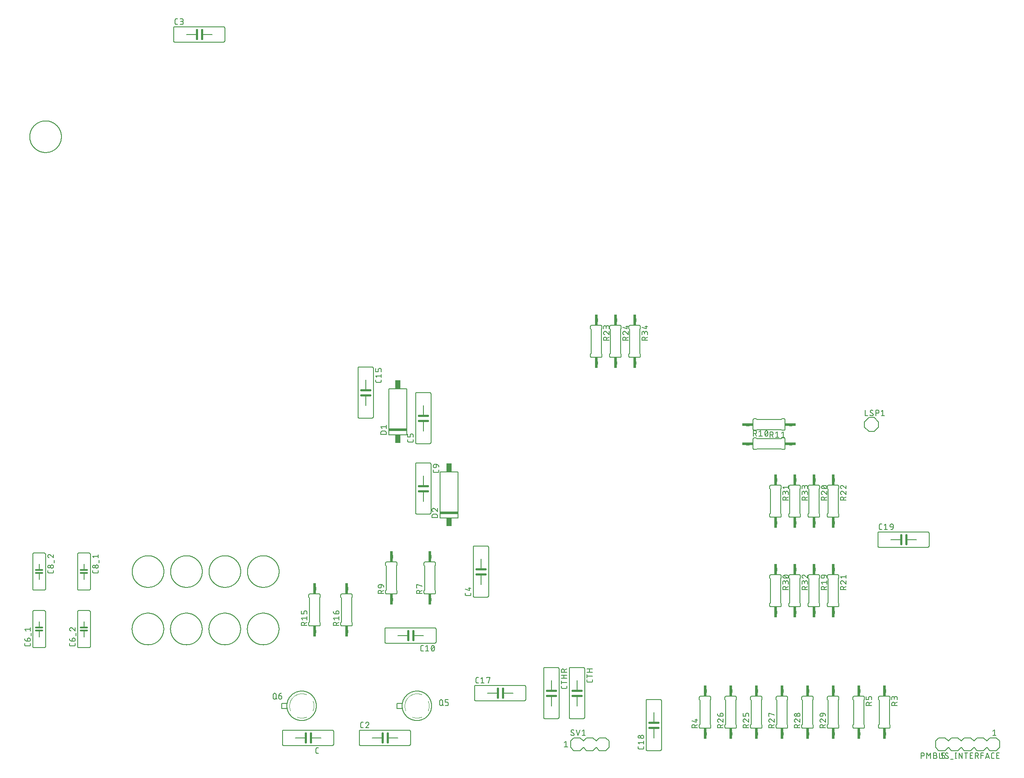
<source format=gbr>
G04 EAGLE Gerber RS-274X export*
G75*
%MOMM*%
%FSLAX34Y34*%
%LPD*%
%INSilkscreen Top*%
%IPPOS*%
%AMOC8*
5,1,8,0,0,1.08239X$1,22.5*%
G01*
%ADD10C,0.152400*%
%ADD11C,0.406400*%
%ADD12C,0.127000*%
%ADD13C,0.304800*%
%ADD14C,0.050800*%
%ADD15C,0.609600*%
%ADD16R,0.863600X0.609600*%
%ADD17R,0.609600X0.863600*%
%ADD18R,3.556000X0.508000*%
%ADD19R,1.066800X1.651000*%


D10*
X645160Y104140D02*
X548640Y104140D01*
X546100Y101600D02*
X546100Y76200D01*
X548640Y73660D02*
X645160Y73660D01*
X647700Y76200D02*
X647700Y101600D01*
X647698Y101700D01*
X647692Y101799D01*
X647682Y101899D01*
X647669Y101997D01*
X647651Y102096D01*
X647630Y102193D01*
X647605Y102289D01*
X647576Y102385D01*
X647543Y102479D01*
X647507Y102572D01*
X647467Y102663D01*
X647423Y102753D01*
X647376Y102841D01*
X647326Y102927D01*
X647272Y103011D01*
X647215Y103093D01*
X647155Y103172D01*
X647091Y103250D01*
X647025Y103324D01*
X646956Y103396D01*
X646884Y103465D01*
X646810Y103531D01*
X646732Y103595D01*
X646653Y103655D01*
X646571Y103712D01*
X646487Y103766D01*
X646401Y103816D01*
X646313Y103863D01*
X646223Y103907D01*
X646132Y103947D01*
X646039Y103983D01*
X645945Y104016D01*
X645849Y104045D01*
X645753Y104070D01*
X645656Y104091D01*
X645557Y104109D01*
X645459Y104122D01*
X645359Y104132D01*
X645260Y104138D01*
X645160Y104140D01*
X647700Y76200D02*
X647698Y76100D01*
X647692Y76001D01*
X647682Y75901D01*
X647669Y75803D01*
X647651Y75704D01*
X647630Y75607D01*
X647605Y75511D01*
X647576Y75415D01*
X647543Y75321D01*
X647507Y75228D01*
X647467Y75137D01*
X647423Y75047D01*
X647376Y74959D01*
X647326Y74873D01*
X647272Y74789D01*
X647215Y74707D01*
X647155Y74628D01*
X647091Y74550D01*
X647025Y74476D01*
X646956Y74404D01*
X646884Y74335D01*
X646810Y74269D01*
X646732Y74205D01*
X646653Y74145D01*
X646571Y74088D01*
X646487Y74034D01*
X646401Y73984D01*
X646313Y73937D01*
X646223Y73893D01*
X646132Y73853D01*
X646039Y73817D01*
X645945Y73784D01*
X645849Y73755D01*
X645753Y73730D01*
X645656Y73709D01*
X645557Y73691D01*
X645459Y73678D01*
X645359Y73668D01*
X645260Y73662D01*
X645160Y73660D01*
X548640Y73660D02*
X548540Y73662D01*
X548441Y73668D01*
X548341Y73678D01*
X548243Y73691D01*
X548144Y73709D01*
X548047Y73730D01*
X547951Y73755D01*
X547855Y73784D01*
X547761Y73817D01*
X547668Y73853D01*
X547577Y73893D01*
X547487Y73937D01*
X547399Y73984D01*
X547313Y74034D01*
X547229Y74088D01*
X547147Y74145D01*
X547068Y74205D01*
X546990Y74269D01*
X546916Y74335D01*
X546844Y74404D01*
X546775Y74476D01*
X546709Y74550D01*
X546645Y74628D01*
X546585Y74707D01*
X546528Y74789D01*
X546474Y74873D01*
X546424Y74959D01*
X546377Y75047D01*
X546333Y75137D01*
X546293Y75228D01*
X546257Y75321D01*
X546224Y75415D01*
X546195Y75511D01*
X546170Y75607D01*
X546149Y75704D01*
X546131Y75803D01*
X546118Y75901D01*
X546108Y76001D01*
X546102Y76100D01*
X546100Y76200D01*
X546100Y101600D02*
X546102Y101700D01*
X546108Y101799D01*
X546118Y101899D01*
X546131Y101997D01*
X546149Y102096D01*
X546170Y102193D01*
X546195Y102289D01*
X546224Y102385D01*
X546257Y102479D01*
X546293Y102572D01*
X546333Y102663D01*
X546377Y102753D01*
X546424Y102841D01*
X546474Y102927D01*
X546528Y103011D01*
X546585Y103093D01*
X546645Y103172D01*
X546709Y103250D01*
X546775Y103324D01*
X546844Y103396D01*
X546916Y103465D01*
X546990Y103531D01*
X547068Y103595D01*
X547147Y103655D01*
X547229Y103712D01*
X547313Y103766D01*
X547399Y103816D01*
X547487Y103863D01*
X547577Y103907D01*
X547668Y103947D01*
X547761Y103983D01*
X547855Y104016D01*
X547951Y104045D01*
X548047Y104070D01*
X548144Y104091D01*
X548243Y104109D01*
X548341Y104122D01*
X548441Y104132D01*
X548540Y104138D01*
X548640Y104140D01*
X601980Y88900D02*
X622300Y88900D01*
X591820Y88900D02*
X571500Y88900D01*
D11*
X591820Y88900D02*
X591820Y97790D01*
X591820Y88900D02*
X591820Y80010D01*
X601980Y88900D02*
X601980Y97790D01*
X601980Y88900D02*
X601980Y80010D01*
D12*
X615315Y57785D02*
X617855Y57785D01*
X615315Y57785D02*
X615215Y57787D01*
X615116Y57793D01*
X615016Y57803D01*
X614918Y57816D01*
X614819Y57834D01*
X614722Y57855D01*
X614626Y57880D01*
X614530Y57909D01*
X614436Y57942D01*
X614343Y57978D01*
X614252Y58018D01*
X614162Y58062D01*
X614074Y58109D01*
X613988Y58159D01*
X613904Y58213D01*
X613822Y58270D01*
X613743Y58330D01*
X613665Y58394D01*
X613591Y58460D01*
X613519Y58529D01*
X613450Y58601D01*
X613384Y58675D01*
X613320Y58753D01*
X613260Y58832D01*
X613203Y58914D01*
X613149Y58998D01*
X613099Y59084D01*
X613052Y59172D01*
X613008Y59262D01*
X612968Y59353D01*
X612932Y59446D01*
X612899Y59540D01*
X612870Y59636D01*
X612845Y59732D01*
X612824Y59829D01*
X612806Y59928D01*
X612793Y60026D01*
X612783Y60126D01*
X612777Y60225D01*
X612775Y60325D01*
X612775Y66675D01*
X612777Y66775D01*
X612783Y66874D01*
X612793Y66974D01*
X612806Y67072D01*
X612824Y67171D01*
X612845Y67268D01*
X612870Y67364D01*
X612899Y67460D01*
X612932Y67554D01*
X612968Y67647D01*
X613008Y67738D01*
X613052Y67828D01*
X613099Y67916D01*
X613149Y68002D01*
X613203Y68086D01*
X613260Y68168D01*
X613320Y68247D01*
X613384Y68325D01*
X613450Y68399D01*
X613519Y68471D01*
X613591Y68540D01*
X613665Y68606D01*
X613743Y68670D01*
X613822Y68730D01*
X613904Y68787D01*
X613988Y68841D01*
X614074Y68891D01*
X614162Y68938D01*
X614252Y68982D01*
X614343Y69022D01*
X614436Y69058D01*
X614530Y69091D01*
X614626Y69120D01*
X614722Y69145D01*
X614819Y69166D01*
X614918Y69184D01*
X615016Y69197D01*
X615116Y69207D01*
X615215Y69213D01*
X615315Y69215D01*
X617855Y69215D01*
D10*
X751840Y276860D02*
X848360Y276860D01*
X850900Y279400D02*
X850900Y304800D01*
X848360Y307340D02*
X751840Y307340D01*
X749300Y304800D02*
X749300Y279400D01*
X749302Y279300D01*
X749308Y279201D01*
X749318Y279101D01*
X749331Y279003D01*
X749349Y278904D01*
X749370Y278807D01*
X749395Y278711D01*
X749424Y278615D01*
X749457Y278521D01*
X749493Y278428D01*
X749533Y278337D01*
X749577Y278247D01*
X749624Y278159D01*
X749674Y278073D01*
X749728Y277989D01*
X749785Y277907D01*
X749845Y277828D01*
X749909Y277750D01*
X749975Y277676D01*
X750044Y277604D01*
X750116Y277535D01*
X750190Y277469D01*
X750268Y277405D01*
X750347Y277345D01*
X750429Y277288D01*
X750513Y277234D01*
X750599Y277184D01*
X750687Y277137D01*
X750777Y277093D01*
X750868Y277053D01*
X750961Y277017D01*
X751055Y276984D01*
X751151Y276955D01*
X751247Y276930D01*
X751344Y276909D01*
X751443Y276891D01*
X751541Y276878D01*
X751641Y276868D01*
X751740Y276862D01*
X751840Y276860D01*
X749300Y304800D02*
X749302Y304900D01*
X749308Y304999D01*
X749318Y305099D01*
X749331Y305197D01*
X749349Y305296D01*
X749370Y305393D01*
X749395Y305489D01*
X749424Y305585D01*
X749457Y305679D01*
X749493Y305772D01*
X749533Y305863D01*
X749577Y305953D01*
X749624Y306041D01*
X749674Y306127D01*
X749728Y306211D01*
X749785Y306293D01*
X749845Y306372D01*
X749909Y306450D01*
X749975Y306524D01*
X750044Y306596D01*
X750116Y306665D01*
X750190Y306731D01*
X750268Y306795D01*
X750347Y306855D01*
X750429Y306912D01*
X750513Y306966D01*
X750599Y307016D01*
X750687Y307063D01*
X750777Y307107D01*
X750868Y307147D01*
X750961Y307183D01*
X751055Y307216D01*
X751151Y307245D01*
X751247Y307270D01*
X751344Y307291D01*
X751443Y307309D01*
X751541Y307322D01*
X751641Y307332D01*
X751740Y307338D01*
X751840Y307340D01*
X848360Y307340D02*
X848460Y307338D01*
X848559Y307332D01*
X848659Y307322D01*
X848757Y307309D01*
X848856Y307291D01*
X848953Y307270D01*
X849049Y307245D01*
X849145Y307216D01*
X849239Y307183D01*
X849332Y307147D01*
X849423Y307107D01*
X849513Y307063D01*
X849601Y307016D01*
X849687Y306966D01*
X849771Y306912D01*
X849853Y306855D01*
X849932Y306795D01*
X850010Y306731D01*
X850084Y306665D01*
X850156Y306596D01*
X850225Y306524D01*
X850291Y306450D01*
X850355Y306372D01*
X850415Y306293D01*
X850472Y306211D01*
X850526Y306127D01*
X850576Y306041D01*
X850623Y305953D01*
X850667Y305863D01*
X850707Y305772D01*
X850743Y305679D01*
X850776Y305585D01*
X850805Y305489D01*
X850830Y305393D01*
X850851Y305296D01*
X850869Y305197D01*
X850882Y305099D01*
X850892Y304999D01*
X850898Y304900D01*
X850900Y304800D01*
X850900Y279400D02*
X850898Y279300D01*
X850892Y279201D01*
X850882Y279101D01*
X850869Y279003D01*
X850851Y278904D01*
X850830Y278807D01*
X850805Y278711D01*
X850776Y278615D01*
X850743Y278521D01*
X850707Y278428D01*
X850667Y278337D01*
X850623Y278247D01*
X850576Y278159D01*
X850526Y278073D01*
X850472Y277989D01*
X850415Y277907D01*
X850355Y277828D01*
X850291Y277750D01*
X850225Y277676D01*
X850156Y277604D01*
X850084Y277535D01*
X850010Y277469D01*
X849932Y277405D01*
X849853Y277345D01*
X849771Y277288D01*
X849687Y277234D01*
X849601Y277184D01*
X849513Y277137D01*
X849423Y277093D01*
X849332Y277053D01*
X849239Y277017D01*
X849145Y276984D01*
X849049Y276955D01*
X848953Y276930D01*
X848856Y276909D01*
X848757Y276891D01*
X848659Y276878D01*
X848559Y276868D01*
X848460Y276862D01*
X848360Y276860D01*
X795020Y292100D02*
X774700Y292100D01*
X805180Y292100D02*
X825500Y292100D01*
D11*
X805180Y292100D02*
X805180Y283210D01*
X805180Y292100D02*
X805180Y300990D01*
X795020Y292100D02*
X795020Y283210D01*
X795020Y292100D02*
X795020Y300990D01*
D12*
X822923Y260985D02*
X825463Y260985D01*
X822923Y260985D02*
X822823Y260987D01*
X822724Y260993D01*
X822624Y261003D01*
X822526Y261016D01*
X822427Y261034D01*
X822330Y261055D01*
X822234Y261080D01*
X822138Y261109D01*
X822044Y261142D01*
X821951Y261178D01*
X821860Y261218D01*
X821770Y261262D01*
X821682Y261309D01*
X821596Y261359D01*
X821512Y261413D01*
X821430Y261470D01*
X821351Y261530D01*
X821273Y261594D01*
X821199Y261660D01*
X821127Y261729D01*
X821058Y261801D01*
X820992Y261875D01*
X820928Y261953D01*
X820868Y262032D01*
X820811Y262114D01*
X820757Y262198D01*
X820707Y262284D01*
X820660Y262372D01*
X820616Y262462D01*
X820576Y262553D01*
X820540Y262646D01*
X820507Y262740D01*
X820478Y262836D01*
X820453Y262932D01*
X820432Y263029D01*
X820414Y263128D01*
X820401Y263226D01*
X820391Y263326D01*
X820385Y263425D01*
X820383Y263525D01*
X820383Y269875D01*
X820385Y269975D01*
X820391Y270074D01*
X820401Y270174D01*
X820414Y270272D01*
X820432Y270371D01*
X820453Y270468D01*
X820478Y270564D01*
X820507Y270660D01*
X820540Y270754D01*
X820576Y270847D01*
X820616Y270938D01*
X820660Y271028D01*
X820707Y271116D01*
X820757Y271202D01*
X820811Y271286D01*
X820868Y271368D01*
X820928Y271447D01*
X820992Y271525D01*
X821058Y271599D01*
X821127Y271671D01*
X821199Y271740D01*
X821273Y271806D01*
X821351Y271870D01*
X821430Y271930D01*
X821512Y271987D01*
X821596Y272041D01*
X821682Y272091D01*
X821770Y272138D01*
X821860Y272182D01*
X821951Y272222D01*
X822044Y272258D01*
X822138Y272291D01*
X822234Y272320D01*
X822330Y272345D01*
X822427Y272366D01*
X822526Y272384D01*
X822624Y272397D01*
X822724Y272407D01*
X822823Y272413D01*
X822923Y272415D01*
X825463Y272415D01*
X829945Y269875D02*
X833120Y272415D01*
X833120Y260985D01*
X829945Y260985D02*
X836295Y260985D01*
X841375Y266700D02*
X841378Y266925D01*
X841386Y267150D01*
X841399Y267374D01*
X841418Y267598D01*
X841442Y267822D01*
X841471Y268045D01*
X841506Y268267D01*
X841546Y268488D01*
X841592Y268708D01*
X841642Y268927D01*
X841698Y269145D01*
X841759Y269362D01*
X841825Y269577D01*
X841896Y269790D01*
X841973Y270001D01*
X842054Y270211D01*
X842140Y270419D01*
X842231Y270624D01*
X842327Y270827D01*
X842327Y270828D02*
X842359Y270916D01*
X842395Y271003D01*
X842434Y271089D01*
X842477Y271173D01*
X842523Y271255D01*
X842572Y271335D01*
X842624Y271413D01*
X842680Y271489D01*
X842738Y271563D01*
X842800Y271634D01*
X842864Y271703D01*
X842931Y271769D01*
X843000Y271832D01*
X843072Y271893D01*
X843146Y271951D01*
X843223Y272005D01*
X843301Y272057D01*
X843382Y272105D01*
X843464Y272150D01*
X843549Y272192D01*
X843635Y272230D01*
X843722Y272265D01*
X843810Y272297D01*
X843900Y272324D01*
X843991Y272349D01*
X844083Y272369D01*
X844175Y272386D01*
X844269Y272399D01*
X844362Y272408D01*
X844456Y272414D01*
X844550Y272416D01*
X844644Y272414D01*
X844738Y272408D01*
X844831Y272399D01*
X844925Y272386D01*
X845017Y272369D01*
X845109Y272349D01*
X845200Y272324D01*
X845290Y272297D01*
X845378Y272265D01*
X845465Y272230D01*
X845551Y272192D01*
X845636Y272150D01*
X845718Y272105D01*
X845799Y272057D01*
X845877Y272005D01*
X845954Y271951D01*
X846028Y271893D01*
X846100Y271832D01*
X846169Y271769D01*
X846236Y271703D01*
X846300Y271634D01*
X846362Y271563D01*
X846420Y271489D01*
X846476Y271413D01*
X846528Y271335D01*
X846577Y271255D01*
X846623Y271173D01*
X846666Y271089D01*
X846705Y271003D01*
X846741Y270916D01*
X846773Y270828D01*
X846773Y270827D02*
X846869Y270624D01*
X846960Y270419D01*
X847046Y270211D01*
X847127Y270001D01*
X847204Y269790D01*
X847275Y269577D01*
X847341Y269362D01*
X847402Y269145D01*
X847458Y268927D01*
X847508Y268708D01*
X847554Y268488D01*
X847594Y268267D01*
X847629Y268045D01*
X847658Y267822D01*
X847682Y267598D01*
X847701Y267374D01*
X847714Y267150D01*
X847722Y266925D01*
X847725Y266700D01*
X841375Y266700D02*
X841378Y266475D01*
X841386Y266250D01*
X841399Y266026D01*
X841418Y265802D01*
X841442Y265578D01*
X841471Y265355D01*
X841506Y265133D01*
X841546Y264912D01*
X841592Y264692D01*
X841642Y264473D01*
X841698Y264255D01*
X841759Y264038D01*
X841825Y263823D01*
X841896Y263610D01*
X841973Y263399D01*
X842054Y263189D01*
X842140Y262981D01*
X842231Y262776D01*
X842327Y262573D01*
X842359Y262485D01*
X842395Y262398D01*
X842434Y262312D01*
X842477Y262228D01*
X842523Y262146D01*
X842572Y262066D01*
X842624Y261988D01*
X842680Y261912D01*
X842738Y261838D01*
X842800Y261767D01*
X842864Y261698D01*
X842931Y261632D01*
X843000Y261569D01*
X843072Y261508D01*
X843146Y261450D01*
X843223Y261396D01*
X843301Y261344D01*
X843382Y261296D01*
X843464Y261251D01*
X843549Y261209D01*
X843635Y261171D01*
X843722Y261136D01*
X843810Y261104D01*
X843900Y261077D01*
X843991Y261052D01*
X844083Y261032D01*
X844175Y261015D01*
X844269Y261002D01*
X844362Y260993D01*
X844456Y260987D01*
X844550Y260985D01*
X846773Y262573D02*
X846869Y262776D01*
X846960Y262981D01*
X847046Y263189D01*
X847127Y263399D01*
X847204Y263610D01*
X847275Y263823D01*
X847341Y264038D01*
X847402Y264255D01*
X847458Y264473D01*
X847508Y264692D01*
X847554Y264912D01*
X847594Y265133D01*
X847629Y265355D01*
X847658Y265578D01*
X847682Y265802D01*
X847701Y266026D01*
X847714Y266250D01*
X847722Y266475D01*
X847725Y266700D01*
X846773Y262573D02*
X846741Y262485D01*
X846705Y262398D01*
X846666Y262312D01*
X846623Y262228D01*
X846577Y262146D01*
X846528Y262066D01*
X846476Y261988D01*
X846420Y261912D01*
X846362Y261838D01*
X846300Y261767D01*
X846236Y261698D01*
X846169Y261632D01*
X846100Y261569D01*
X846028Y261508D01*
X845954Y261450D01*
X845877Y261396D01*
X845799Y261344D01*
X845718Y261296D01*
X845636Y261251D01*
X845551Y261209D01*
X845465Y261171D01*
X845378Y261136D01*
X845290Y261104D01*
X845200Y261077D01*
X845109Y261052D01*
X845017Y261032D01*
X844925Y261015D01*
X844831Y261002D01*
X844738Y260993D01*
X844644Y260987D01*
X844550Y260985D01*
X842010Y263525D02*
X847090Y269875D01*
D10*
X726440Y726440D02*
X726440Y822960D01*
X723900Y825500D02*
X698500Y825500D01*
X695960Y822960D02*
X695960Y726440D01*
X698500Y723900D02*
X723900Y723900D01*
X724000Y723902D01*
X724099Y723908D01*
X724199Y723918D01*
X724297Y723931D01*
X724396Y723949D01*
X724493Y723970D01*
X724589Y723995D01*
X724685Y724024D01*
X724779Y724057D01*
X724872Y724093D01*
X724963Y724133D01*
X725053Y724177D01*
X725141Y724224D01*
X725227Y724274D01*
X725311Y724328D01*
X725393Y724385D01*
X725472Y724445D01*
X725550Y724509D01*
X725624Y724575D01*
X725696Y724644D01*
X725765Y724716D01*
X725831Y724790D01*
X725895Y724868D01*
X725955Y724947D01*
X726012Y725029D01*
X726066Y725113D01*
X726116Y725199D01*
X726163Y725287D01*
X726207Y725377D01*
X726247Y725468D01*
X726283Y725561D01*
X726316Y725655D01*
X726345Y725751D01*
X726370Y725847D01*
X726391Y725944D01*
X726409Y726043D01*
X726422Y726141D01*
X726432Y726241D01*
X726438Y726340D01*
X726440Y726440D01*
X698500Y723900D02*
X698400Y723902D01*
X698301Y723908D01*
X698201Y723918D01*
X698103Y723931D01*
X698004Y723949D01*
X697907Y723970D01*
X697811Y723995D01*
X697715Y724024D01*
X697621Y724057D01*
X697528Y724093D01*
X697437Y724133D01*
X697347Y724177D01*
X697259Y724224D01*
X697173Y724274D01*
X697089Y724328D01*
X697007Y724385D01*
X696928Y724445D01*
X696850Y724509D01*
X696776Y724575D01*
X696704Y724644D01*
X696635Y724716D01*
X696569Y724790D01*
X696505Y724868D01*
X696445Y724947D01*
X696388Y725029D01*
X696334Y725113D01*
X696284Y725199D01*
X696237Y725287D01*
X696193Y725377D01*
X696153Y725468D01*
X696117Y725561D01*
X696084Y725655D01*
X696055Y725751D01*
X696030Y725847D01*
X696009Y725944D01*
X695991Y726043D01*
X695978Y726141D01*
X695968Y726241D01*
X695962Y726340D01*
X695960Y726440D01*
X695960Y822960D02*
X695962Y823060D01*
X695968Y823159D01*
X695978Y823259D01*
X695991Y823357D01*
X696009Y823456D01*
X696030Y823553D01*
X696055Y823649D01*
X696084Y823745D01*
X696117Y823839D01*
X696153Y823932D01*
X696193Y824023D01*
X696237Y824113D01*
X696284Y824201D01*
X696334Y824287D01*
X696388Y824371D01*
X696445Y824453D01*
X696505Y824532D01*
X696569Y824610D01*
X696635Y824684D01*
X696704Y824756D01*
X696776Y824825D01*
X696850Y824891D01*
X696928Y824955D01*
X697007Y825015D01*
X697089Y825072D01*
X697173Y825126D01*
X697259Y825176D01*
X697347Y825223D01*
X697437Y825267D01*
X697528Y825307D01*
X697621Y825343D01*
X697715Y825376D01*
X697811Y825405D01*
X697907Y825430D01*
X698004Y825451D01*
X698103Y825469D01*
X698201Y825482D01*
X698301Y825492D01*
X698400Y825498D01*
X698500Y825500D01*
X723900Y825500D02*
X724000Y825498D01*
X724099Y825492D01*
X724199Y825482D01*
X724297Y825469D01*
X724396Y825451D01*
X724493Y825430D01*
X724589Y825405D01*
X724685Y825376D01*
X724779Y825343D01*
X724872Y825307D01*
X724963Y825267D01*
X725053Y825223D01*
X725141Y825176D01*
X725227Y825126D01*
X725311Y825072D01*
X725393Y825015D01*
X725472Y824955D01*
X725550Y824891D01*
X725624Y824825D01*
X725696Y824756D01*
X725765Y824684D01*
X725831Y824610D01*
X725895Y824532D01*
X725955Y824453D01*
X726012Y824371D01*
X726066Y824287D01*
X726116Y824201D01*
X726163Y824113D01*
X726207Y824023D01*
X726247Y823932D01*
X726283Y823839D01*
X726316Y823745D01*
X726345Y823649D01*
X726370Y823553D01*
X726391Y823456D01*
X726409Y823357D01*
X726422Y823259D01*
X726432Y823159D01*
X726438Y823060D01*
X726440Y822960D01*
X711200Y769620D02*
X711200Y749300D01*
X711200Y779780D02*
X711200Y800100D01*
D11*
X711200Y779780D02*
X720090Y779780D01*
X711200Y779780D02*
X702310Y779780D01*
X711200Y769620D02*
X720090Y769620D01*
X711200Y769620D02*
X702310Y769620D01*
D12*
X742315Y797523D02*
X742315Y800063D01*
X742315Y797523D02*
X742313Y797423D01*
X742307Y797324D01*
X742297Y797224D01*
X742284Y797126D01*
X742266Y797027D01*
X742245Y796930D01*
X742220Y796834D01*
X742191Y796738D01*
X742158Y796644D01*
X742122Y796551D01*
X742082Y796460D01*
X742038Y796370D01*
X741991Y796282D01*
X741941Y796196D01*
X741887Y796112D01*
X741830Y796030D01*
X741770Y795951D01*
X741706Y795873D01*
X741640Y795799D01*
X741571Y795727D01*
X741499Y795658D01*
X741425Y795592D01*
X741347Y795528D01*
X741268Y795468D01*
X741186Y795411D01*
X741102Y795357D01*
X741016Y795307D01*
X740928Y795260D01*
X740838Y795216D01*
X740747Y795176D01*
X740654Y795140D01*
X740560Y795107D01*
X740464Y795078D01*
X740368Y795053D01*
X740271Y795032D01*
X740172Y795014D01*
X740074Y795001D01*
X739974Y794991D01*
X739875Y794985D01*
X739775Y794983D01*
X733425Y794983D01*
X733325Y794985D01*
X733226Y794991D01*
X733126Y795001D01*
X733028Y795014D01*
X732929Y795032D01*
X732832Y795053D01*
X732736Y795078D01*
X732640Y795107D01*
X732546Y795140D01*
X732453Y795176D01*
X732362Y795216D01*
X732272Y795260D01*
X732184Y795307D01*
X732098Y795357D01*
X732014Y795411D01*
X731932Y795468D01*
X731853Y795528D01*
X731775Y795592D01*
X731701Y795658D01*
X731629Y795727D01*
X731560Y795799D01*
X731494Y795873D01*
X731430Y795951D01*
X731370Y796030D01*
X731313Y796112D01*
X731259Y796196D01*
X731209Y796282D01*
X731162Y796370D01*
X731118Y796460D01*
X731078Y796551D01*
X731042Y796644D01*
X731009Y796738D01*
X730980Y796834D01*
X730955Y796930D01*
X730934Y797027D01*
X730916Y797126D01*
X730903Y797224D01*
X730893Y797324D01*
X730887Y797423D01*
X730885Y797523D01*
X730885Y800063D01*
X733425Y804545D02*
X730885Y807720D01*
X742315Y807720D01*
X742315Y804545D02*
X742315Y810895D01*
X742315Y815975D02*
X742315Y819785D01*
X742313Y819885D01*
X742307Y819984D01*
X742297Y820084D01*
X742284Y820182D01*
X742266Y820281D01*
X742245Y820378D01*
X742220Y820474D01*
X742191Y820570D01*
X742158Y820664D01*
X742122Y820757D01*
X742082Y820848D01*
X742038Y820938D01*
X741991Y821026D01*
X741941Y821112D01*
X741887Y821196D01*
X741830Y821278D01*
X741770Y821357D01*
X741706Y821435D01*
X741640Y821509D01*
X741571Y821581D01*
X741499Y821650D01*
X741425Y821716D01*
X741347Y821780D01*
X741268Y821840D01*
X741186Y821897D01*
X741102Y821951D01*
X741016Y822001D01*
X740928Y822048D01*
X740838Y822092D01*
X740747Y822132D01*
X740654Y822168D01*
X740560Y822201D01*
X740464Y822230D01*
X740368Y822255D01*
X740271Y822276D01*
X740172Y822294D01*
X740074Y822307D01*
X739974Y822317D01*
X739875Y822323D01*
X739775Y822325D01*
X738505Y822325D01*
X738405Y822323D01*
X738306Y822317D01*
X738206Y822307D01*
X738108Y822294D01*
X738009Y822276D01*
X737912Y822255D01*
X737816Y822230D01*
X737720Y822201D01*
X737626Y822168D01*
X737533Y822132D01*
X737442Y822092D01*
X737352Y822048D01*
X737264Y822001D01*
X737178Y821951D01*
X737094Y821897D01*
X737012Y821840D01*
X736933Y821780D01*
X736855Y821716D01*
X736781Y821650D01*
X736709Y821581D01*
X736640Y821509D01*
X736574Y821435D01*
X736510Y821357D01*
X736450Y821278D01*
X736393Y821196D01*
X736339Y821112D01*
X736289Y821026D01*
X736242Y820938D01*
X736198Y820848D01*
X736158Y820757D01*
X736122Y820664D01*
X736089Y820570D01*
X736060Y820474D01*
X736035Y820378D01*
X736014Y820281D01*
X735996Y820182D01*
X735983Y820084D01*
X735973Y819984D01*
X735967Y819885D01*
X735965Y819785D01*
X735965Y815975D01*
X730885Y815975D01*
X730885Y822325D01*
D10*
X929640Y193040D02*
X1026160Y193040D01*
X927100Y190500D02*
X927100Y165100D01*
X929640Y162560D02*
X1026160Y162560D01*
X1028700Y165100D02*
X1028700Y190500D01*
X1028698Y190600D01*
X1028692Y190699D01*
X1028682Y190799D01*
X1028669Y190897D01*
X1028651Y190996D01*
X1028630Y191093D01*
X1028605Y191189D01*
X1028576Y191285D01*
X1028543Y191379D01*
X1028507Y191472D01*
X1028467Y191563D01*
X1028423Y191653D01*
X1028376Y191741D01*
X1028326Y191827D01*
X1028272Y191911D01*
X1028215Y191993D01*
X1028155Y192072D01*
X1028091Y192150D01*
X1028025Y192224D01*
X1027956Y192296D01*
X1027884Y192365D01*
X1027810Y192431D01*
X1027732Y192495D01*
X1027653Y192555D01*
X1027571Y192612D01*
X1027487Y192666D01*
X1027401Y192716D01*
X1027313Y192763D01*
X1027223Y192807D01*
X1027132Y192847D01*
X1027039Y192883D01*
X1026945Y192916D01*
X1026849Y192945D01*
X1026753Y192970D01*
X1026656Y192991D01*
X1026557Y193009D01*
X1026459Y193022D01*
X1026359Y193032D01*
X1026260Y193038D01*
X1026160Y193040D01*
X1028700Y165100D02*
X1028698Y165000D01*
X1028692Y164901D01*
X1028682Y164801D01*
X1028669Y164703D01*
X1028651Y164604D01*
X1028630Y164507D01*
X1028605Y164411D01*
X1028576Y164315D01*
X1028543Y164221D01*
X1028507Y164128D01*
X1028467Y164037D01*
X1028423Y163947D01*
X1028376Y163859D01*
X1028326Y163773D01*
X1028272Y163689D01*
X1028215Y163607D01*
X1028155Y163528D01*
X1028091Y163450D01*
X1028025Y163376D01*
X1027956Y163304D01*
X1027884Y163235D01*
X1027810Y163169D01*
X1027732Y163105D01*
X1027653Y163045D01*
X1027571Y162988D01*
X1027487Y162934D01*
X1027401Y162884D01*
X1027313Y162837D01*
X1027223Y162793D01*
X1027132Y162753D01*
X1027039Y162717D01*
X1026945Y162684D01*
X1026849Y162655D01*
X1026753Y162630D01*
X1026656Y162609D01*
X1026557Y162591D01*
X1026459Y162578D01*
X1026359Y162568D01*
X1026260Y162562D01*
X1026160Y162560D01*
X929640Y162560D02*
X929540Y162562D01*
X929441Y162568D01*
X929341Y162578D01*
X929243Y162591D01*
X929144Y162609D01*
X929047Y162630D01*
X928951Y162655D01*
X928855Y162684D01*
X928761Y162717D01*
X928668Y162753D01*
X928577Y162793D01*
X928487Y162837D01*
X928399Y162884D01*
X928313Y162934D01*
X928229Y162988D01*
X928147Y163045D01*
X928068Y163105D01*
X927990Y163169D01*
X927916Y163235D01*
X927844Y163304D01*
X927775Y163376D01*
X927709Y163450D01*
X927645Y163528D01*
X927585Y163607D01*
X927528Y163689D01*
X927474Y163773D01*
X927424Y163859D01*
X927377Y163947D01*
X927333Y164037D01*
X927293Y164128D01*
X927257Y164221D01*
X927224Y164315D01*
X927195Y164411D01*
X927170Y164507D01*
X927149Y164604D01*
X927131Y164703D01*
X927118Y164801D01*
X927108Y164901D01*
X927102Y165000D01*
X927100Y165100D01*
X927100Y190500D02*
X927102Y190600D01*
X927108Y190699D01*
X927118Y190799D01*
X927131Y190897D01*
X927149Y190996D01*
X927170Y191093D01*
X927195Y191189D01*
X927224Y191285D01*
X927257Y191379D01*
X927293Y191472D01*
X927333Y191563D01*
X927377Y191653D01*
X927424Y191741D01*
X927474Y191827D01*
X927528Y191911D01*
X927585Y191993D01*
X927645Y192072D01*
X927709Y192150D01*
X927775Y192224D01*
X927844Y192296D01*
X927916Y192365D01*
X927990Y192431D01*
X928068Y192495D01*
X928147Y192555D01*
X928229Y192612D01*
X928313Y192666D01*
X928399Y192716D01*
X928487Y192763D01*
X928577Y192807D01*
X928668Y192847D01*
X928761Y192883D01*
X928855Y192916D01*
X928951Y192945D01*
X929047Y192970D01*
X929144Y192991D01*
X929243Y193009D01*
X929341Y193022D01*
X929441Y193032D01*
X929540Y193038D01*
X929640Y193040D01*
X982980Y177800D02*
X1003300Y177800D01*
X972820Y177800D02*
X952500Y177800D01*
D11*
X972820Y177800D02*
X972820Y186690D01*
X972820Y177800D02*
X972820Y168910D01*
X982980Y177800D02*
X982980Y186690D01*
X982980Y177800D02*
X982980Y168910D01*
D12*
X935355Y197485D02*
X932815Y197485D01*
X932715Y197487D01*
X932616Y197493D01*
X932516Y197503D01*
X932418Y197516D01*
X932319Y197534D01*
X932222Y197555D01*
X932126Y197580D01*
X932030Y197609D01*
X931936Y197642D01*
X931843Y197678D01*
X931752Y197718D01*
X931662Y197762D01*
X931574Y197809D01*
X931488Y197859D01*
X931404Y197913D01*
X931322Y197970D01*
X931243Y198030D01*
X931165Y198094D01*
X931091Y198160D01*
X931019Y198229D01*
X930950Y198301D01*
X930884Y198375D01*
X930820Y198453D01*
X930760Y198532D01*
X930703Y198614D01*
X930649Y198698D01*
X930599Y198784D01*
X930552Y198872D01*
X930508Y198962D01*
X930468Y199053D01*
X930432Y199146D01*
X930399Y199240D01*
X930370Y199336D01*
X930345Y199432D01*
X930324Y199529D01*
X930306Y199628D01*
X930293Y199726D01*
X930283Y199826D01*
X930277Y199925D01*
X930275Y200025D01*
X930275Y206375D01*
X930277Y206475D01*
X930283Y206574D01*
X930293Y206674D01*
X930306Y206772D01*
X930324Y206871D01*
X930345Y206968D01*
X930370Y207064D01*
X930399Y207160D01*
X930432Y207254D01*
X930468Y207347D01*
X930508Y207438D01*
X930552Y207528D01*
X930599Y207616D01*
X930649Y207702D01*
X930703Y207786D01*
X930760Y207868D01*
X930820Y207947D01*
X930884Y208025D01*
X930950Y208099D01*
X931019Y208171D01*
X931091Y208240D01*
X931165Y208306D01*
X931243Y208370D01*
X931322Y208430D01*
X931404Y208487D01*
X931488Y208541D01*
X931574Y208591D01*
X931662Y208638D01*
X931752Y208682D01*
X931843Y208722D01*
X931936Y208758D01*
X932030Y208791D01*
X932126Y208820D01*
X932222Y208845D01*
X932319Y208866D01*
X932418Y208884D01*
X932516Y208897D01*
X932616Y208907D01*
X932715Y208913D01*
X932815Y208915D01*
X935355Y208915D01*
X939837Y206375D02*
X943012Y208915D01*
X943012Y197485D01*
X939837Y197485D02*
X946187Y197485D01*
X951267Y207645D02*
X951267Y208915D01*
X957617Y208915D01*
X954442Y197485D01*
D10*
X1267460Y162560D02*
X1267460Y66040D01*
X1270000Y63500D02*
X1295400Y63500D01*
X1297940Y66040D02*
X1297940Y162560D01*
X1295400Y165100D02*
X1270000Y165100D01*
X1269900Y165098D01*
X1269801Y165092D01*
X1269701Y165082D01*
X1269603Y165069D01*
X1269504Y165051D01*
X1269407Y165030D01*
X1269311Y165005D01*
X1269215Y164976D01*
X1269121Y164943D01*
X1269028Y164907D01*
X1268937Y164867D01*
X1268847Y164823D01*
X1268759Y164776D01*
X1268673Y164726D01*
X1268589Y164672D01*
X1268507Y164615D01*
X1268428Y164555D01*
X1268350Y164491D01*
X1268276Y164425D01*
X1268204Y164356D01*
X1268135Y164284D01*
X1268069Y164210D01*
X1268005Y164132D01*
X1267945Y164053D01*
X1267888Y163971D01*
X1267834Y163887D01*
X1267784Y163801D01*
X1267737Y163713D01*
X1267693Y163623D01*
X1267653Y163532D01*
X1267617Y163439D01*
X1267584Y163345D01*
X1267555Y163249D01*
X1267530Y163153D01*
X1267509Y163056D01*
X1267491Y162957D01*
X1267478Y162859D01*
X1267468Y162759D01*
X1267462Y162660D01*
X1267460Y162560D01*
X1295400Y165100D02*
X1295500Y165098D01*
X1295599Y165092D01*
X1295699Y165082D01*
X1295797Y165069D01*
X1295896Y165051D01*
X1295993Y165030D01*
X1296089Y165005D01*
X1296185Y164976D01*
X1296279Y164943D01*
X1296372Y164907D01*
X1296463Y164867D01*
X1296553Y164823D01*
X1296641Y164776D01*
X1296727Y164726D01*
X1296811Y164672D01*
X1296893Y164615D01*
X1296972Y164555D01*
X1297050Y164491D01*
X1297124Y164425D01*
X1297196Y164356D01*
X1297265Y164284D01*
X1297331Y164210D01*
X1297395Y164132D01*
X1297455Y164053D01*
X1297512Y163971D01*
X1297566Y163887D01*
X1297616Y163801D01*
X1297663Y163713D01*
X1297707Y163623D01*
X1297747Y163532D01*
X1297783Y163439D01*
X1297816Y163345D01*
X1297845Y163249D01*
X1297870Y163153D01*
X1297891Y163056D01*
X1297909Y162957D01*
X1297922Y162859D01*
X1297932Y162759D01*
X1297938Y162660D01*
X1297940Y162560D01*
X1297940Y66040D02*
X1297938Y65940D01*
X1297932Y65841D01*
X1297922Y65741D01*
X1297909Y65643D01*
X1297891Y65544D01*
X1297870Y65447D01*
X1297845Y65351D01*
X1297816Y65255D01*
X1297783Y65161D01*
X1297747Y65068D01*
X1297707Y64977D01*
X1297663Y64887D01*
X1297616Y64799D01*
X1297566Y64713D01*
X1297512Y64629D01*
X1297455Y64547D01*
X1297395Y64468D01*
X1297331Y64390D01*
X1297265Y64316D01*
X1297196Y64244D01*
X1297124Y64175D01*
X1297050Y64109D01*
X1296972Y64045D01*
X1296893Y63985D01*
X1296811Y63928D01*
X1296727Y63874D01*
X1296641Y63824D01*
X1296553Y63777D01*
X1296463Y63733D01*
X1296372Y63693D01*
X1296279Y63657D01*
X1296185Y63624D01*
X1296089Y63595D01*
X1295993Y63570D01*
X1295896Y63549D01*
X1295797Y63531D01*
X1295699Y63518D01*
X1295599Y63508D01*
X1295500Y63502D01*
X1295400Y63500D01*
X1270000Y63500D02*
X1269900Y63502D01*
X1269801Y63508D01*
X1269701Y63518D01*
X1269603Y63531D01*
X1269504Y63549D01*
X1269407Y63570D01*
X1269311Y63595D01*
X1269215Y63624D01*
X1269121Y63657D01*
X1269028Y63693D01*
X1268937Y63733D01*
X1268847Y63777D01*
X1268759Y63824D01*
X1268673Y63874D01*
X1268589Y63928D01*
X1268507Y63985D01*
X1268428Y64045D01*
X1268350Y64109D01*
X1268276Y64175D01*
X1268204Y64244D01*
X1268135Y64316D01*
X1268069Y64390D01*
X1268005Y64468D01*
X1267945Y64547D01*
X1267888Y64629D01*
X1267834Y64713D01*
X1267784Y64799D01*
X1267737Y64887D01*
X1267693Y64977D01*
X1267653Y65068D01*
X1267617Y65161D01*
X1267584Y65255D01*
X1267555Y65351D01*
X1267530Y65447D01*
X1267509Y65544D01*
X1267491Y65643D01*
X1267478Y65741D01*
X1267468Y65841D01*
X1267462Y65940D01*
X1267460Y66040D01*
X1282700Y119380D02*
X1282700Y139700D01*
X1282700Y109220D02*
X1282700Y88900D01*
D11*
X1282700Y109220D02*
X1273810Y109220D01*
X1282700Y109220D02*
X1291590Y109220D01*
X1282700Y119380D02*
X1273810Y119380D01*
X1282700Y119380D02*
X1291590Y119380D01*
D12*
X1263015Y71755D02*
X1263015Y69215D01*
X1263013Y69115D01*
X1263007Y69016D01*
X1262997Y68916D01*
X1262984Y68818D01*
X1262966Y68719D01*
X1262945Y68622D01*
X1262920Y68526D01*
X1262891Y68430D01*
X1262858Y68336D01*
X1262822Y68243D01*
X1262782Y68152D01*
X1262738Y68062D01*
X1262691Y67974D01*
X1262641Y67888D01*
X1262587Y67804D01*
X1262530Y67722D01*
X1262470Y67643D01*
X1262406Y67565D01*
X1262340Y67491D01*
X1262271Y67419D01*
X1262199Y67350D01*
X1262125Y67284D01*
X1262047Y67220D01*
X1261968Y67160D01*
X1261886Y67103D01*
X1261802Y67049D01*
X1261716Y66999D01*
X1261628Y66952D01*
X1261538Y66908D01*
X1261447Y66868D01*
X1261354Y66832D01*
X1261260Y66799D01*
X1261164Y66770D01*
X1261068Y66745D01*
X1260971Y66724D01*
X1260872Y66706D01*
X1260774Y66693D01*
X1260674Y66683D01*
X1260575Y66677D01*
X1260475Y66675D01*
X1254125Y66675D01*
X1254025Y66677D01*
X1253926Y66683D01*
X1253826Y66693D01*
X1253728Y66706D01*
X1253629Y66724D01*
X1253532Y66745D01*
X1253436Y66770D01*
X1253340Y66799D01*
X1253246Y66832D01*
X1253153Y66868D01*
X1253062Y66908D01*
X1252972Y66952D01*
X1252884Y66999D01*
X1252798Y67049D01*
X1252714Y67103D01*
X1252632Y67160D01*
X1252553Y67220D01*
X1252475Y67284D01*
X1252401Y67350D01*
X1252329Y67419D01*
X1252260Y67491D01*
X1252194Y67565D01*
X1252130Y67643D01*
X1252070Y67722D01*
X1252013Y67804D01*
X1251959Y67888D01*
X1251909Y67974D01*
X1251862Y68062D01*
X1251818Y68152D01*
X1251778Y68243D01*
X1251742Y68336D01*
X1251709Y68430D01*
X1251680Y68526D01*
X1251655Y68622D01*
X1251634Y68719D01*
X1251616Y68818D01*
X1251603Y68916D01*
X1251593Y69016D01*
X1251587Y69115D01*
X1251585Y69215D01*
X1251585Y71755D01*
X1254125Y76237D02*
X1251585Y79412D01*
X1263015Y79412D01*
X1263015Y76237D02*
X1263015Y82587D01*
X1259840Y87667D02*
X1259729Y87669D01*
X1259619Y87675D01*
X1259508Y87684D01*
X1259398Y87698D01*
X1259289Y87715D01*
X1259180Y87736D01*
X1259072Y87761D01*
X1258965Y87790D01*
X1258859Y87822D01*
X1258754Y87858D01*
X1258651Y87898D01*
X1258549Y87941D01*
X1258448Y87988D01*
X1258349Y88039D01*
X1258253Y88092D01*
X1258158Y88149D01*
X1258065Y88210D01*
X1257974Y88273D01*
X1257885Y88340D01*
X1257799Y88410D01*
X1257716Y88483D01*
X1257634Y88558D01*
X1257556Y88636D01*
X1257481Y88718D01*
X1257408Y88801D01*
X1257338Y88887D01*
X1257271Y88976D01*
X1257208Y89067D01*
X1257147Y89160D01*
X1257090Y89254D01*
X1257037Y89351D01*
X1256986Y89450D01*
X1256939Y89551D01*
X1256896Y89653D01*
X1256856Y89756D01*
X1256820Y89861D01*
X1256788Y89967D01*
X1256759Y90074D01*
X1256734Y90182D01*
X1256713Y90291D01*
X1256696Y90400D01*
X1256682Y90510D01*
X1256673Y90621D01*
X1256667Y90731D01*
X1256665Y90842D01*
X1256667Y90953D01*
X1256673Y91063D01*
X1256682Y91174D01*
X1256696Y91284D01*
X1256713Y91393D01*
X1256734Y91502D01*
X1256759Y91610D01*
X1256788Y91717D01*
X1256820Y91823D01*
X1256856Y91928D01*
X1256896Y92031D01*
X1256939Y92133D01*
X1256986Y92234D01*
X1257037Y92333D01*
X1257090Y92430D01*
X1257147Y92524D01*
X1257208Y92617D01*
X1257271Y92708D01*
X1257338Y92797D01*
X1257408Y92883D01*
X1257481Y92966D01*
X1257556Y93048D01*
X1257634Y93126D01*
X1257716Y93201D01*
X1257799Y93274D01*
X1257885Y93344D01*
X1257974Y93411D01*
X1258065Y93474D01*
X1258158Y93535D01*
X1258253Y93592D01*
X1258349Y93645D01*
X1258448Y93696D01*
X1258549Y93743D01*
X1258651Y93786D01*
X1258754Y93826D01*
X1258859Y93862D01*
X1258965Y93894D01*
X1259072Y93923D01*
X1259180Y93948D01*
X1259289Y93969D01*
X1259398Y93986D01*
X1259508Y94000D01*
X1259619Y94009D01*
X1259729Y94015D01*
X1259840Y94017D01*
X1259951Y94015D01*
X1260061Y94009D01*
X1260172Y94000D01*
X1260282Y93986D01*
X1260391Y93969D01*
X1260500Y93948D01*
X1260608Y93923D01*
X1260715Y93894D01*
X1260821Y93862D01*
X1260926Y93826D01*
X1261029Y93786D01*
X1261131Y93743D01*
X1261232Y93696D01*
X1261331Y93645D01*
X1261428Y93592D01*
X1261522Y93535D01*
X1261615Y93474D01*
X1261706Y93411D01*
X1261795Y93344D01*
X1261881Y93274D01*
X1261964Y93201D01*
X1262046Y93126D01*
X1262124Y93048D01*
X1262199Y92966D01*
X1262272Y92883D01*
X1262342Y92797D01*
X1262409Y92708D01*
X1262472Y92617D01*
X1262533Y92524D01*
X1262590Y92429D01*
X1262643Y92333D01*
X1262694Y92234D01*
X1262741Y92133D01*
X1262784Y92031D01*
X1262824Y91928D01*
X1262860Y91823D01*
X1262892Y91717D01*
X1262921Y91610D01*
X1262946Y91502D01*
X1262967Y91393D01*
X1262984Y91284D01*
X1262998Y91174D01*
X1263007Y91063D01*
X1263013Y90953D01*
X1263015Y90842D01*
X1263013Y90731D01*
X1263007Y90621D01*
X1262998Y90510D01*
X1262984Y90400D01*
X1262967Y90291D01*
X1262946Y90182D01*
X1262921Y90074D01*
X1262892Y89967D01*
X1262860Y89861D01*
X1262824Y89756D01*
X1262784Y89653D01*
X1262741Y89551D01*
X1262694Y89450D01*
X1262643Y89351D01*
X1262590Y89254D01*
X1262533Y89160D01*
X1262472Y89067D01*
X1262409Y88976D01*
X1262342Y88887D01*
X1262272Y88801D01*
X1262199Y88718D01*
X1262124Y88636D01*
X1262046Y88558D01*
X1261964Y88483D01*
X1261881Y88410D01*
X1261795Y88340D01*
X1261706Y88273D01*
X1261615Y88210D01*
X1261522Y88149D01*
X1261428Y88092D01*
X1261331Y88039D01*
X1261232Y87988D01*
X1261131Y87941D01*
X1261029Y87898D01*
X1260926Y87858D01*
X1260821Y87822D01*
X1260715Y87790D01*
X1260608Y87761D01*
X1260500Y87736D01*
X1260391Y87715D01*
X1260282Y87698D01*
X1260172Y87684D01*
X1260061Y87675D01*
X1259951Y87669D01*
X1259840Y87667D01*
X1254125Y88302D02*
X1254025Y88304D01*
X1253926Y88310D01*
X1253826Y88320D01*
X1253728Y88333D01*
X1253629Y88351D01*
X1253532Y88372D01*
X1253436Y88397D01*
X1253340Y88426D01*
X1253246Y88459D01*
X1253153Y88495D01*
X1253062Y88535D01*
X1252972Y88579D01*
X1252884Y88626D01*
X1252798Y88676D01*
X1252714Y88730D01*
X1252632Y88787D01*
X1252553Y88847D01*
X1252475Y88911D01*
X1252401Y88977D01*
X1252329Y89046D01*
X1252260Y89118D01*
X1252194Y89192D01*
X1252130Y89270D01*
X1252070Y89349D01*
X1252013Y89431D01*
X1251959Y89515D01*
X1251909Y89601D01*
X1251862Y89689D01*
X1251818Y89779D01*
X1251778Y89870D01*
X1251742Y89963D01*
X1251709Y90057D01*
X1251680Y90153D01*
X1251655Y90249D01*
X1251634Y90346D01*
X1251616Y90445D01*
X1251603Y90543D01*
X1251593Y90643D01*
X1251587Y90742D01*
X1251585Y90842D01*
X1251587Y90942D01*
X1251593Y91041D01*
X1251603Y91141D01*
X1251616Y91239D01*
X1251634Y91338D01*
X1251655Y91435D01*
X1251680Y91531D01*
X1251709Y91627D01*
X1251742Y91721D01*
X1251778Y91814D01*
X1251818Y91905D01*
X1251862Y91995D01*
X1251909Y92083D01*
X1251959Y92169D01*
X1252013Y92253D01*
X1252070Y92335D01*
X1252130Y92414D01*
X1252194Y92492D01*
X1252260Y92566D01*
X1252329Y92638D01*
X1252401Y92707D01*
X1252475Y92773D01*
X1252553Y92837D01*
X1252632Y92897D01*
X1252714Y92954D01*
X1252798Y93008D01*
X1252884Y93058D01*
X1252972Y93105D01*
X1253062Y93149D01*
X1253153Y93189D01*
X1253246Y93225D01*
X1253340Y93258D01*
X1253436Y93287D01*
X1253532Y93312D01*
X1253629Y93333D01*
X1253728Y93351D01*
X1253826Y93364D01*
X1253926Y93374D01*
X1254025Y93380D01*
X1254125Y93382D01*
X1254225Y93380D01*
X1254324Y93374D01*
X1254424Y93364D01*
X1254522Y93351D01*
X1254621Y93333D01*
X1254718Y93312D01*
X1254814Y93287D01*
X1254910Y93258D01*
X1255004Y93225D01*
X1255097Y93189D01*
X1255188Y93149D01*
X1255278Y93105D01*
X1255366Y93058D01*
X1255452Y93008D01*
X1255536Y92954D01*
X1255618Y92897D01*
X1255697Y92837D01*
X1255775Y92773D01*
X1255849Y92707D01*
X1255921Y92638D01*
X1255990Y92566D01*
X1256056Y92492D01*
X1256120Y92414D01*
X1256180Y92335D01*
X1256237Y92253D01*
X1256291Y92169D01*
X1256341Y92083D01*
X1256388Y91995D01*
X1256432Y91905D01*
X1256472Y91814D01*
X1256508Y91721D01*
X1256541Y91627D01*
X1256570Y91531D01*
X1256595Y91435D01*
X1256616Y91338D01*
X1256634Y91239D01*
X1256647Y91141D01*
X1256657Y91041D01*
X1256663Y90942D01*
X1256665Y90842D01*
X1256663Y90742D01*
X1256657Y90643D01*
X1256647Y90543D01*
X1256634Y90445D01*
X1256616Y90346D01*
X1256595Y90249D01*
X1256570Y90153D01*
X1256541Y90057D01*
X1256508Y89963D01*
X1256472Y89870D01*
X1256432Y89779D01*
X1256388Y89689D01*
X1256341Y89601D01*
X1256291Y89515D01*
X1256237Y89431D01*
X1256180Y89349D01*
X1256120Y89270D01*
X1256056Y89192D01*
X1255990Y89118D01*
X1255921Y89046D01*
X1255849Y88977D01*
X1255775Y88911D01*
X1255697Y88847D01*
X1255618Y88787D01*
X1255536Y88730D01*
X1255452Y88676D01*
X1255366Y88626D01*
X1255278Y88579D01*
X1255188Y88535D01*
X1255097Y88495D01*
X1255004Y88459D01*
X1254910Y88426D01*
X1254814Y88397D01*
X1254718Y88372D01*
X1254621Y88351D01*
X1254522Y88333D01*
X1254424Y88320D01*
X1254324Y88310D01*
X1254225Y88304D01*
X1254125Y88302D01*
D10*
X1729740Y497840D02*
X1826260Y497840D01*
X1727200Y495300D02*
X1727200Y469900D01*
X1729740Y467360D02*
X1826260Y467360D01*
X1828800Y469900D02*
X1828800Y495300D01*
X1828798Y495400D01*
X1828792Y495499D01*
X1828782Y495599D01*
X1828769Y495697D01*
X1828751Y495796D01*
X1828730Y495893D01*
X1828705Y495989D01*
X1828676Y496085D01*
X1828643Y496179D01*
X1828607Y496272D01*
X1828567Y496363D01*
X1828523Y496453D01*
X1828476Y496541D01*
X1828426Y496627D01*
X1828372Y496711D01*
X1828315Y496793D01*
X1828255Y496872D01*
X1828191Y496950D01*
X1828125Y497024D01*
X1828056Y497096D01*
X1827984Y497165D01*
X1827910Y497231D01*
X1827832Y497295D01*
X1827753Y497355D01*
X1827671Y497412D01*
X1827587Y497466D01*
X1827501Y497516D01*
X1827413Y497563D01*
X1827323Y497607D01*
X1827232Y497647D01*
X1827139Y497683D01*
X1827045Y497716D01*
X1826949Y497745D01*
X1826853Y497770D01*
X1826756Y497791D01*
X1826657Y497809D01*
X1826559Y497822D01*
X1826459Y497832D01*
X1826360Y497838D01*
X1826260Y497840D01*
X1828800Y469900D02*
X1828798Y469800D01*
X1828792Y469701D01*
X1828782Y469601D01*
X1828769Y469503D01*
X1828751Y469404D01*
X1828730Y469307D01*
X1828705Y469211D01*
X1828676Y469115D01*
X1828643Y469021D01*
X1828607Y468928D01*
X1828567Y468837D01*
X1828523Y468747D01*
X1828476Y468659D01*
X1828426Y468573D01*
X1828372Y468489D01*
X1828315Y468407D01*
X1828255Y468328D01*
X1828191Y468250D01*
X1828125Y468176D01*
X1828056Y468104D01*
X1827984Y468035D01*
X1827910Y467969D01*
X1827832Y467905D01*
X1827753Y467845D01*
X1827671Y467788D01*
X1827587Y467734D01*
X1827501Y467684D01*
X1827413Y467637D01*
X1827323Y467593D01*
X1827232Y467553D01*
X1827139Y467517D01*
X1827045Y467484D01*
X1826949Y467455D01*
X1826853Y467430D01*
X1826756Y467409D01*
X1826657Y467391D01*
X1826559Y467378D01*
X1826459Y467368D01*
X1826360Y467362D01*
X1826260Y467360D01*
X1729740Y467360D02*
X1729640Y467362D01*
X1729541Y467368D01*
X1729441Y467378D01*
X1729343Y467391D01*
X1729244Y467409D01*
X1729147Y467430D01*
X1729051Y467455D01*
X1728955Y467484D01*
X1728861Y467517D01*
X1728768Y467553D01*
X1728677Y467593D01*
X1728587Y467637D01*
X1728499Y467684D01*
X1728413Y467734D01*
X1728329Y467788D01*
X1728247Y467845D01*
X1728168Y467905D01*
X1728090Y467969D01*
X1728016Y468035D01*
X1727944Y468104D01*
X1727875Y468176D01*
X1727809Y468250D01*
X1727745Y468328D01*
X1727685Y468407D01*
X1727628Y468489D01*
X1727574Y468573D01*
X1727524Y468659D01*
X1727477Y468747D01*
X1727433Y468837D01*
X1727393Y468928D01*
X1727357Y469021D01*
X1727324Y469115D01*
X1727295Y469211D01*
X1727270Y469307D01*
X1727249Y469404D01*
X1727231Y469503D01*
X1727218Y469601D01*
X1727208Y469701D01*
X1727202Y469800D01*
X1727200Y469900D01*
X1727200Y495300D02*
X1727202Y495400D01*
X1727208Y495499D01*
X1727218Y495599D01*
X1727231Y495697D01*
X1727249Y495796D01*
X1727270Y495893D01*
X1727295Y495989D01*
X1727324Y496085D01*
X1727357Y496179D01*
X1727393Y496272D01*
X1727433Y496363D01*
X1727477Y496453D01*
X1727524Y496541D01*
X1727574Y496627D01*
X1727628Y496711D01*
X1727685Y496793D01*
X1727745Y496872D01*
X1727809Y496950D01*
X1727875Y497024D01*
X1727944Y497096D01*
X1728016Y497165D01*
X1728090Y497231D01*
X1728168Y497295D01*
X1728247Y497355D01*
X1728329Y497412D01*
X1728413Y497466D01*
X1728499Y497516D01*
X1728587Y497563D01*
X1728677Y497607D01*
X1728768Y497647D01*
X1728861Y497683D01*
X1728955Y497716D01*
X1729051Y497745D01*
X1729147Y497770D01*
X1729244Y497791D01*
X1729343Y497809D01*
X1729441Y497822D01*
X1729541Y497832D01*
X1729640Y497838D01*
X1729740Y497840D01*
X1783080Y482600D02*
X1803400Y482600D01*
X1772920Y482600D02*
X1752600Y482600D01*
D11*
X1772920Y482600D02*
X1772920Y491490D01*
X1772920Y482600D02*
X1772920Y473710D01*
X1783080Y482600D02*
X1783080Y491490D01*
X1783080Y482600D02*
X1783080Y473710D01*
D12*
X1735455Y502285D02*
X1732915Y502285D01*
X1732815Y502287D01*
X1732716Y502293D01*
X1732616Y502303D01*
X1732518Y502316D01*
X1732419Y502334D01*
X1732322Y502355D01*
X1732226Y502380D01*
X1732130Y502409D01*
X1732036Y502442D01*
X1731943Y502478D01*
X1731852Y502518D01*
X1731762Y502562D01*
X1731674Y502609D01*
X1731588Y502659D01*
X1731504Y502713D01*
X1731422Y502770D01*
X1731343Y502830D01*
X1731265Y502894D01*
X1731191Y502960D01*
X1731119Y503029D01*
X1731050Y503101D01*
X1730984Y503175D01*
X1730920Y503253D01*
X1730860Y503332D01*
X1730803Y503414D01*
X1730749Y503498D01*
X1730699Y503584D01*
X1730652Y503672D01*
X1730608Y503762D01*
X1730568Y503853D01*
X1730532Y503946D01*
X1730499Y504040D01*
X1730470Y504136D01*
X1730445Y504232D01*
X1730424Y504329D01*
X1730406Y504428D01*
X1730393Y504526D01*
X1730383Y504626D01*
X1730377Y504725D01*
X1730375Y504825D01*
X1730375Y511175D01*
X1730377Y511275D01*
X1730383Y511374D01*
X1730393Y511474D01*
X1730406Y511572D01*
X1730424Y511671D01*
X1730445Y511768D01*
X1730470Y511864D01*
X1730499Y511960D01*
X1730532Y512054D01*
X1730568Y512147D01*
X1730608Y512238D01*
X1730652Y512328D01*
X1730699Y512416D01*
X1730749Y512502D01*
X1730803Y512586D01*
X1730860Y512668D01*
X1730920Y512747D01*
X1730984Y512825D01*
X1731050Y512899D01*
X1731119Y512971D01*
X1731191Y513040D01*
X1731265Y513106D01*
X1731343Y513170D01*
X1731422Y513230D01*
X1731504Y513287D01*
X1731588Y513341D01*
X1731674Y513391D01*
X1731762Y513438D01*
X1731852Y513482D01*
X1731943Y513522D01*
X1732036Y513558D01*
X1732130Y513591D01*
X1732226Y513620D01*
X1732322Y513645D01*
X1732419Y513666D01*
X1732518Y513684D01*
X1732616Y513697D01*
X1732716Y513707D01*
X1732815Y513713D01*
X1732915Y513715D01*
X1735455Y513715D01*
X1739937Y511175D02*
X1743112Y513715D01*
X1743112Y502285D01*
X1739937Y502285D02*
X1746287Y502285D01*
X1753907Y507365D02*
X1757717Y507365D01*
X1753907Y507365D02*
X1753807Y507367D01*
X1753708Y507373D01*
X1753608Y507383D01*
X1753510Y507396D01*
X1753411Y507414D01*
X1753314Y507435D01*
X1753218Y507460D01*
X1753122Y507489D01*
X1753028Y507522D01*
X1752935Y507558D01*
X1752844Y507598D01*
X1752754Y507642D01*
X1752666Y507689D01*
X1752580Y507739D01*
X1752496Y507793D01*
X1752414Y507850D01*
X1752335Y507910D01*
X1752257Y507974D01*
X1752183Y508040D01*
X1752111Y508109D01*
X1752042Y508181D01*
X1751976Y508255D01*
X1751912Y508333D01*
X1751852Y508412D01*
X1751795Y508494D01*
X1751741Y508578D01*
X1751691Y508664D01*
X1751644Y508752D01*
X1751600Y508842D01*
X1751560Y508933D01*
X1751524Y509026D01*
X1751491Y509120D01*
X1751462Y509216D01*
X1751437Y509312D01*
X1751416Y509409D01*
X1751398Y509508D01*
X1751385Y509606D01*
X1751375Y509706D01*
X1751369Y509805D01*
X1751367Y509905D01*
X1751367Y510540D01*
X1751369Y510651D01*
X1751375Y510761D01*
X1751384Y510872D01*
X1751398Y510982D01*
X1751415Y511091D01*
X1751436Y511200D01*
X1751461Y511308D01*
X1751490Y511415D01*
X1751522Y511521D01*
X1751558Y511626D01*
X1751598Y511729D01*
X1751641Y511831D01*
X1751688Y511932D01*
X1751739Y512031D01*
X1751792Y512128D01*
X1751849Y512222D01*
X1751910Y512315D01*
X1751973Y512406D01*
X1752040Y512495D01*
X1752110Y512581D01*
X1752183Y512664D01*
X1752258Y512746D01*
X1752336Y512824D01*
X1752418Y512899D01*
X1752501Y512972D01*
X1752587Y513042D01*
X1752676Y513109D01*
X1752767Y513172D01*
X1752860Y513233D01*
X1752955Y513290D01*
X1753051Y513343D01*
X1753150Y513394D01*
X1753251Y513441D01*
X1753353Y513484D01*
X1753456Y513524D01*
X1753561Y513560D01*
X1753667Y513592D01*
X1753774Y513621D01*
X1753882Y513646D01*
X1753991Y513667D01*
X1754100Y513684D01*
X1754210Y513698D01*
X1754321Y513707D01*
X1754431Y513713D01*
X1754542Y513715D01*
X1754653Y513713D01*
X1754763Y513707D01*
X1754874Y513698D01*
X1754984Y513684D01*
X1755093Y513667D01*
X1755202Y513646D01*
X1755310Y513621D01*
X1755417Y513592D01*
X1755523Y513560D01*
X1755628Y513524D01*
X1755731Y513484D01*
X1755833Y513441D01*
X1755934Y513394D01*
X1756033Y513343D01*
X1756130Y513290D01*
X1756224Y513233D01*
X1756317Y513172D01*
X1756408Y513109D01*
X1756497Y513042D01*
X1756583Y512972D01*
X1756666Y512899D01*
X1756748Y512824D01*
X1756826Y512746D01*
X1756901Y512664D01*
X1756974Y512581D01*
X1757044Y512495D01*
X1757111Y512406D01*
X1757174Y512315D01*
X1757235Y512222D01*
X1757292Y512128D01*
X1757345Y512031D01*
X1757396Y511932D01*
X1757443Y511831D01*
X1757486Y511729D01*
X1757526Y511626D01*
X1757562Y511521D01*
X1757594Y511415D01*
X1757623Y511308D01*
X1757648Y511200D01*
X1757669Y511091D01*
X1757686Y510982D01*
X1757700Y510872D01*
X1757709Y510761D01*
X1757715Y510651D01*
X1757717Y510540D01*
X1757717Y507365D01*
X1757715Y507225D01*
X1757709Y507085D01*
X1757700Y506945D01*
X1757686Y506806D01*
X1757669Y506667D01*
X1757648Y506529D01*
X1757623Y506391D01*
X1757594Y506254D01*
X1757562Y506118D01*
X1757525Y505983D01*
X1757485Y505849D01*
X1757442Y505716D01*
X1757394Y505584D01*
X1757344Y505453D01*
X1757289Y505324D01*
X1757231Y505197D01*
X1757170Y505071D01*
X1757105Y504947D01*
X1757036Y504825D01*
X1756965Y504705D01*
X1756890Y504587D01*
X1756812Y504470D01*
X1756730Y504356D01*
X1756646Y504245D01*
X1756558Y504136D01*
X1756468Y504029D01*
X1756374Y503924D01*
X1756278Y503823D01*
X1756179Y503724D01*
X1756078Y503628D01*
X1755973Y503534D01*
X1755866Y503444D01*
X1755757Y503356D01*
X1755646Y503272D01*
X1755532Y503190D01*
X1755415Y503112D01*
X1755297Y503037D01*
X1755177Y502966D01*
X1755055Y502897D01*
X1754931Y502832D01*
X1754805Y502771D01*
X1754678Y502713D01*
X1754549Y502658D01*
X1754418Y502608D01*
X1754286Y502560D01*
X1754153Y502517D01*
X1754019Y502477D01*
X1753884Y502440D01*
X1753748Y502408D01*
X1753611Y502379D01*
X1753473Y502354D01*
X1753335Y502333D01*
X1753196Y502316D01*
X1753057Y502302D01*
X1752917Y502293D01*
X1752777Y502287D01*
X1752637Y502285D01*
D10*
X797560Y104140D02*
X701040Y104140D01*
X698500Y101600D02*
X698500Y76200D01*
X701040Y73660D02*
X797560Y73660D01*
X800100Y76200D02*
X800100Y101600D01*
X800098Y101700D01*
X800092Y101799D01*
X800082Y101899D01*
X800069Y101997D01*
X800051Y102096D01*
X800030Y102193D01*
X800005Y102289D01*
X799976Y102385D01*
X799943Y102479D01*
X799907Y102572D01*
X799867Y102663D01*
X799823Y102753D01*
X799776Y102841D01*
X799726Y102927D01*
X799672Y103011D01*
X799615Y103093D01*
X799555Y103172D01*
X799491Y103250D01*
X799425Y103324D01*
X799356Y103396D01*
X799284Y103465D01*
X799210Y103531D01*
X799132Y103595D01*
X799053Y103655D01*
X798971Y103712D01*
X798887Y103766D01*
X798801Y103816D01*
X798713Y103863D01*
X798623Y103907D01*
X798532Y103947D01*
X798439Y103983D01*
X798345Y104016D01*
X798249Y104045D01*
X798153Y104070D01*
X798056Y104091D01*
X797957Y104109D01*
X797859Y104122D01*
X797759Y104132D01*
X797660Y104138D01*
X797560Y104140D01*
X800100Y76200D02*
X800098Y76100D01*
X800092Y76001D01*
X800082Y75901D01*
X800069Y75803D01*
X800051Y75704D01*
X800030Y75607D01*
X800005Y75511D01*
X799976Y75415D01*
X799943Y75321D01*
X799907Y75228D01*
X799867Y75137D01*
X799823Y75047D01*
X799776Y74959D01*
X799726Y74873D01*
X799672Y74789D01*
X799615Y74707D01*
X799555Y74628D01*
X799491Y74550D01*
X799425Y74476D01*
X799356Y74404D01*
X799284Y74335D01*
X799210Y74269D01*
X799132Y74205D01*
X799053Y74145D01*
X798971Y74088D01*
X798887Y74034D01*
X798801Y73984D01*
X798713Y73937D01*
X798623Y73893D01*
X798532Y73853D01*
X798439Y73817D01*
X798345Y73784D01*
X798249Y73755D01*
X798153Y73730D01*
X798056Y73709D01*
X797957Y73691D01*
X797859Y73678D01*
X797759Y73668D01*
X797660Y73662D01*
X797560Y73660D01*
X701040Y73660D02*
X700940Y73662D01*
X700841Y73668D01*
X700741Y73678D01*
X700643Y73691D01*
X700544Y73709D01*
X700447Y73730D01*
X700351Y73755D01*
X700255Y73784D01*
X700161Y73817D01*
X700068Y73853D01*
X699977Y73893D01*
X699887Y73937D01*
X699799Y73984D01*
X699713Y74034D01*
X699629Y74088D01*
X699547Y74145D01*
X699468Y74205D01*
X699390Y74269D01*
X699316Y74335D01*
X699244Y74404D01*
X699175Y74476D01*
X699109Y74550D01*
X699045Y74628D01*
X698985Y74707D01*
X698928Y74789D01*
X698874Y74873D01*
X698824Y74959D01*
X698777Y75047D01*
X698733Y75137D01*
X698693Y75228D01*
X698657Y75321D01*
X698624Y75415D01*
X698595Y75511D01*
X698570Y75607D01*
X698549Y75704D01*
X698531Y75803D01*
X698518Y75901D01*
X698508Y76001D01*
X698502Y76100D01*
X698500Y76200D01*
X698500Y101600D02*
X698502Y101700D01*
X698508Y101799D01*
X698518Y101899D01*
X698531Y101997D01*
X698549Y102096D01*
X698570Y102193D01*
X698595Y102289D01*
X698624Y102385D01*
X698657Y102479D01*
X698693Y102572D01*
X698733Y102663D01*
X698777Y102753D01*
X698824Y102841D01*
X698874Y102927D01*
X698928Y103011D01*
X698985Y103093D01*
X699045Y103172D01*
X699109Y103250D01*
X699175Y103324D01*
X699244Y103396D01*
X699316Y103465D01*
X699390Y103531D01*
X699468Y103595D01*
X699547Y103655D01*
X699629Y103712D01*
X699713Y103766D01*
X699799Y103816D01*
X699887Y103863D01*
X699977Y103907D01*
X700068Y103947D01*
X700161Y103983D01*
X700255Y104016D01*
X700351Y104045D01*
X700447Y104070D01*
X700544Y104091D01*
X700643Y104109D01*
X700741Y104122D01*
X700841Y104132D01*
X700940Y104138D01*
X701040Y104140D01*
X754380Y88900D02*
X774700Y88900D01*
X744220Y88900D02*
X723900Y88900D01*
D11*
X744220Y88900D02*
X744220Y97790D01*
X744220Y88900D02*
X744220Y80010D01*
X754380Y88900D02*
X754380Y97790D01*
X754380Y88900D02*
X754380Y80010D01*
D12*
X706755Y108585D02*
X704215Y108585D01*
X704115Y108587D01*
X704016Y108593D01*
X703916Y108603D01*
X703818Y108616D01*
X703719Y108634D01*
X703622Y108655D01*
X703526Y108680D01*
X703430Y108709D01*
X703336Y108742D01*
X703243Y108778D01*
X703152Y108818D01*
X703062Y108862D01*
X702974Y108909D01*
X702888Y108959D01*
X702804Y109013D01*
X702722Y109070D01*
X702643Y109130D01*
X702565Y109194D01*
X702491Y109260D01*
X702419Y109329D01*
X702350Y109401D01*
X702284Y109475D01*
X702220Y109553D01*
X702160Y109632D01*
X702103Y109714D01*
X702049Y109798D01*
X701999Y109884D01*
X701952Y109972D01*
X701908Y110062D01*
X701868Y110153D01*
X701832Y110246D01*
X701799Y110340D01*
X701770Y110436D01*
X701745Y110532D01*
X701724Y110629D01*
X701706Y110728D01*
X701693Y110826D01*
X701683Y110926D01*
X701677Y111025D01*
X701675Y111125D01*
X701675Y117475D01*
X701677Y117575D01*
X701683Y117674D01*
X701693Y117774D01*
X701706Y117872D01*
X701724Y117971D01*
X701745Y118068D01*
X701770Y118164D01*
X701799Y118260D01*
X701832Y118354D01*
X701868Y118447D01*
X701908Y118538D01*
X701952Y118628D01*
X701999Y118716D01*
X702049Y118802D01*
X702103Y118886D01*
X702160Y118968D01*
X702220Y119047D01*
X702284Y119125D01*
X702350Y119199D01*
X702419Y119271D01*
X702491Y119340D01*
X702565Y119406D01*
X702643Y119470D01*
X702722Y119530D01*
X702804Y119587D01*
X702888Y119641D01*
X702974Y119691D01*
X703062Y119738D01*
X703152Y119782D01*
X703243Y119822D01*
X703336Y119858D01*
X703430Y119891D01*
X703526Y119920D01*
X703622Y119945D01*
X703719Y119966D01*
X703818Y119984D01*
X703916Y119997D01*
X704016Y120007D01*
X704115Y120013D01*
X704215Y120015D01*
X706755Y120015D01*
X714730Y120016D02*
X714834Y120014D01*
X714939Y120008D01*
X715043Y119999D01*
X715146Y119986D01*
X715249Y119968D01*
X715351Y119948D01*
X715453Y119923D01*
X715553Y119895D01*
X715653Y119863D01*
X715751Y119827D01*
X715848Y119788D01*
X715943Y119746D01*
X716037Y119700D01*
X716129Y119650D01*
X716219Y119598D01*
X716307Y119542D01*
X716393Y119482D01*
X716477Y119420D01*
X716558Y119355D01*
X716637Y119287D01*
X716714Y119215D01*
X716787Y119142D01*
X716859Y119065D01*
X716927Y118986D01*
X716992Y118905D01*
X717054Y118821D01*
X717114Y118735D01*
X717170Y118647D01*
X717222Y118557D01*
X717272Y118465D01*
X717318Y118371D01*
X717360Y118276D01*
X717399Y118179D01*
X717435Y118081D01*
X717467Y117981D01*
X717495Y117881D01*
X717520Y117779D01*
X717540Y117677D01*
X717558Y117574D01*
X717571Y117471D01*
X717580Y117367D01*
X717586Y117262D01*
X717588Y117158D01*
X714730Y120015D02*
X714612Y120013D01*
X714493Y120007D01*
X714375Y119998D01*
X714258Y119985D01*
X714141Y119967D01*
X714024Y119947D01*
X713908Y119922D01*
X713793Y119894D01*
X713680Y119861D01*
X713567Y119826D01*
X713455Y119786D01*
X713345Y119744D01*
X713236Y119697D01*
X713128Y119647D01*
X713023Y119594D01*
X712919Y119537D01*
X712817Y119477D01*
X712717Y119414D01*
X712619Y119347D01*
X712523Y119278D01*
X712430Y119205D01*
X712339Y119129D01*
X712250Y119051D01*
X712164Y118969D01*
X712081Y118885D01*
X712000Y118799D01*
X711923Y118709D01*
X711848Y118618D01*
X711776Y118524D01*
X711707Y118427D01*
X711642Y118329D01*
X711579Y118228D01*
X711520Y118125D01*
X711464Y118021D01*
X711412Y117915D01*
X711363Y117807D01*
X711318Y117698D01*
X711276Y117587D01*
X711238Y117475D01*
X716635Y114936D02*
X716711Y115011D01*
X716786Y115090D01*
X716857Y115171D01*
X716926Y115255D01*
X716991Y115341D01*
X717053Y115429D01*
X717113Y115519D01*
X717169Y115611D01*
X717222Y115706D01*
X717271Y115802D01*
X717317Y115900D01*
X717360Y115999D01*
X717399Y116100D01*
X717434Y116202D01*
X717466Y116305D01*
X717494Y116409D01*
X717519Y116514D01*
X717540Y116621D01*
X717557Y116727D01*
X717570Y116834D01*
X717579Y116942D01*
X717585Y117050D01*
X717587Y117158D01*
X716635Y114935D02*
X711237Y108585D01*
X717587Y108585D01*
D10*
X429260Y1501140D02*
X332740Y1501140D01*
X330200Y1498600D02*
X330200Y1473200D01*
X332740Y1470660D02*
X429260Y1470660D01*
X431800Y1473200D02*
X431800Y1498600D01*
X431798Y1498700D01*
X431792Y1498799D01*
X431782Y1498899D01*
X431769Y1498997D01*
X431751Y1499096D01*
X431730Y1499193D01*
X431705Y1499289D01*
X431676Y1499385D01*
X431643Y1499479D01*
X431607Y1499572D01*
X431567Y1499663D01*
X431523Y1499753D01*
X431476Y1499841D01*
X431426Y1499927D01*
X431372Y1500011D01*
X431315Y1500093D01*
X431255Y1500172D01*
X431191Y1500250D01*
X431125Y1500324D01*
X431056Y1500396D01*
X430984Y1500465D01*
X430910Y1500531D01*
X430832Y1500595D01*
X430753Y1500655D01*
X430671Y1500712D01*
X430587Y1500766D01*
X430501Y1500816D01*
X430413Y1500863D01*
X430323Y1500907D01*
X430232Y1500947D01*
X430139Y1500983D01*
X430045Y1501016D01*
X429949Y1501045D01*
X429853Y1501070D01*
X429756Y1501091D01*
X429657Y1501109D01*
X429559Y1501122D01*
X429459Y1501132D01*
X429360Y1501138D01*
X429260Y1501140D01*
X431800Y1473200D02*
X431798Y1473100D01*
X431792Y1473001D01*
X431782Y1472901D01*
X431769Y1472803D01*
X431751Y1472704D01*
X431730Y1472607D01*
X431705Y1472511D01*
X431676Y1472415D01*
X431643Y1472321D01*
X431607Y1472228D01*
X431567Y1472137D01*
X431523Y1472047D01*
X431476Y1471959D01*
X431426Y1471873D01*
X431372Y1471789D01*
X431315Y1471707D01*
X431255Y1471628D01*
X431191Y1471550D01*
X431125Y1471476D01*
X431056Y1471404D01*
X430984Y1471335D01*
X430910Y1471269D01*
X430832Y1471205D01*
X430753Y1471145D01*
X430671Y1471088D01*
X430587Y1471034D01*
X430501Y1470984D01*
X430413Y1470937D01*
X430323Y1470893D01*
X430232Y1470853D01*
X430139Y1470817D01*
X430045Y1470784D01*
X429949Y1470755D01*
X429853Y1470730D01*
X429756Y1470709D01*
X429657Y1470691D01*
X429559Y1470678D01*
X429459Y1470668D01*
X429360Y1470662D01*
X429260Y1470660D01*
X332740Y1470660D02*
X332640Y1470662D01*
X332541Y1470668D01*
X332441Y1470678D01*
X332343Y1470691D01*
X332244Y1470709D01*
X332147Y1470730D01*
X332051Y1470755D01*
X331955Y1470784D01*
X331861Y1470817D01*
X331768Y1470853D01*
X331677Y1470893D01*
X331587Y1470937D01*
X331499Y1470984D01*
X331413Y1471034D01*
X331329Y1471088D01*
X331247Y1471145D01*
X331168Y1471205D01*
X331090Y1471269D01*
X331016Y1471335D01*
X330944Y1471404D01*
X330875Y1471476D01*
X330809Y1471550D01*
X330745Y1471628D01*
X330685Y1471707D01*
X330628Y1471789D01*
X330574Y1471873D01*
X330524Y1471959D01*
X330477Y1472047D01*
X330433Y1472137D01*
X330393Y1472228D01*
X330357Y1472321D01*
X330324Y1472415D01*
X330295Y1472511D01*
X330270Y1472607D01*
X330249Y1472704D01*
X330231Y1472803D01*
X330218Y1472901D01*
X330208Y1473001D01*
X330202Y1473100D01*
X330200Y1473200D01*
X330200Y1498600D02*
X330202Y1498700D01*
X330208Y1498799D01*
X330218Y1498899D01*
X330231Y1498997D01*
X330249Y1499096D01*
X330270Y1499193D01*
X330295Y1499289D01*
X330324Y1499385D01*
X330357Y1499479D01*
X330393Y1499572D01*
X330433Y1499663D01*
X330477Y1499753D01*
X330524Y1499841D01*
X330574Y1499927D01*
X330628Y1500011D01*
X330685Y1500093D01*
X330745Y1500172D01*
X330809Y1500250D01*
X330875Y1500324D01*
X330944Y1500396D01*
X331016Y1500465D01*
X331090Y1500531D01*
X331168Y1500595D01*
X331247Y1500655D01*
X331329Y1500712D01*
X331413Y1500766D01*
X331499Y1500816D01*
X331587Y1500863D01*
X331677Y1500907D01*
X331768Y1500947D01*
X331861Y1500983D01*
X331955Y1501016D01*
X332051Y1501045D01*
X332147Y1501070D01*
X332244Y1501091D01*
X332343Y1501109D01*
X332441Y1501122D01*
X332541Y1501132D01*
X332640Y1501138D01*
X332740Y1501140D01*
X386080Y1485900D02*
X406400Y1485900D01*
X375920Y1485900D02*
X355600Y1485900D01*
D11*
X375920Y1485900D02*
X375920Y1494790D01*
X375920Y1485900D02*
X375920Y1477010D01*
X386080Y1485900D02*
X386080Y1494790D01*
X386080Y1485900D02*
X386080Y1477010D01*
D12*
X338455Y1505585D02*
X335915Y1505585D01*
X335815Y1505587D01*
X335716Y1505593D01*
X335616Y1505603D01*
X335518Y1505616D01*
X335419Y1505634D01*
X335322Y1505655D01*
X335226Y1505680D01*
X335130Y1505709D01*
X335036Y1505742D01*
X334943Y1505778D01*
X334852Y1505818D01*
X334762Y1505862D01*
X334674Y1505909D01*
X334588Y1505959D01*
X334504Y1506013D01*
X334422Y1506070D01*
X334343Y1506130D01*
X334265Y1506194D01*
X334191Y1506260D01*
X334119Y1506329D01*
X334050Y1506401D01*
X333984Y1506475D01*
X333920Y1506553D01*
X333860Y1506632D01*
X333803Y1506714D01*
X333749Y1506798D01*
X333699Y1506884D01*
X333652Y1506972D01*
X333608Y1507062D01*
X333568Y1507153D01*
X333532Y1507246D01*
X333499Y1507340D01*
X333470Y1507436D01*
X333445Y1507532D01*
X333424Y1507629D01*
X333406Y1507728D01*
X333393Y1507826D01*
X333383Y1507926D01*
X333377Y1508025D01*
X333375Y1508125D01*
X333375Y1514475D01*
X333377Y1514575D01*
X333383Y1514674D01*
X333393Y1514774D01*
X333406Y1514872D01*
X333424Y1514971D01*
X333445Y1515068D01*
X333470Y1515164D01*
X333499Y1515260D01*
X333532Y1515354D01*
X333568Y1515447D01*
X333608Y1515538D01*
X333652Y1515628D01*
X333699Y1515716D01*
X333749Y1515802D01*
X333803Y1515886D01*
X333860Y1515968D01*
X333920Y1516047D01*
X333984Y1516125D01*
X334050Y1516199D01*
X334119Y1516271D01*
X334191Y1516340D01*
X334265Y1516406D01*
X334343Y1516470D01*
X334422Y1516530D01*
X334504Y1516587D01*
X334588Y1516641D01*
X334674Y1516691D01*
X334762Y1516738D01*
X334852Y1516782D01*
X334943Y1516822D01*
X335036Y1516858D01*
X335130Y1516891D01*
X335226Y1516920D01*
X335322Y1516945D01*
X335419Y1516966D01*
X335518Y1516984D01*
X335616Y1516997D01*
X335716Y1517007D01*
X335815Y1517013D01*
X335915Y1517015D01*
X338455Y1517015D01*
X342937Y1505585D02*
X346112Y1505585D01*
X346223Y1505587D01*
X346333Y1505593D01*
X346444Y1505602D01*
X346554Y1505616D01*
X346663Y1505633D01*
X346772Y1505654D01*
X346880Y1505679D01*
X346987Y1505708D01*
X347093Y1505740D01*
X347198Y1505776D01*
X347301Y1505816D01*
X347403Y1505859D01*
X347504Y1505906D01*
X347603Y1505957D01*
X347700Y1506010D01*
X347794Y1506067D01*
X347887Y1506128D01*
X347978Y1506191D01*
X348067Y1506258D01*
X348153Y1506328D01*
X348236Y1506401D01*
X348318Y1506476D01*
X348396Y1506554D01*
X348471Y1506636D01*
X348544Y1506719D01*
X348614Y1506805D01*
X348681Y1506894D01*
X348744Y1506985D01*
X348805Y1507078D01*
X348862Y1507173D01*
X348915Y1507269D01*
X348966Y1507368D01*
X349013Y1507469D01*
X349056Y1507571D01*
X349096Y1507674D01*
X349132Y1507779D01*
X349164Y1507885D01*
X349193Y1507992D01*
X349218Y1508100D01*
X349239Y1508209D01*
X349256Y1508318D01*
X349270Y1508428D01*
X349279Y1508539D01*
X349285Y1508649D01*
X349287Y1508760D01*
X349285Y1508871D01*
X349279Y1508981D01*
X349270Y1509092D01*
X349256Y1509202D01*
X349239Y1509311D01*
X349218Y1509420D01*
X349193Y1509528D01*
X349164Y1509635D01*
X349132Y1509741D01*
X349096Y1509846D01*
X349056Y1509949D01*
X349013Y1510051D01*
X348966Y1510152D01*
X348915Y1510251D01*
X348862Y1510348D01*
X348805Y1510442D01*
X348744Y1510535D01*
X348681Y1510626D01*
X348614Y1510715D01*
X348544Y1510801D01*
X348471Y1510884D01*
X348396Y1510966D01*
X348318Y1511044D01*
X348236Y1511119D01*
X348153Y1511192D01*
X348067Y1511262D01*
X347978Y1511329D01*
X347887Y1511392D01*
X347794Y1511453D01*
X347700Y1511510D01*
X347603Y1511563D01*
X347504Y1511614D01*
X347403Y1511661D01*
X347301Y1511704D01*
X347198Y1511744D01*
X347093Y1511780D01*
X346987Y1511812D01*
X346880Y1511841D01*
X346772Y1511866D01*
X346663Y1511887D01*
X346554Y1511904D01*
X346444Y1511918D01*
X346333Y1511927D01*
X346223Y1511933D01*
X346112Y1511935D01*
X346747Y1517015D02*
X342937Y1517015D01*
X346747Y1517015D02*
X346847Y1517013D01*
X346946Y1517007D01*
X347046Y1516997D01*
X347144Y1516984D01*
X347243Y1516966D01*
X347340Y1516945D01*
X347436Y1516920D01*
X347532Y1516891D01*
X347626Y1516858D01*
X347719Y1516822D01*
X347810Y1516782D01*
X347900Y1516738D01*
X347988Y1516691D01*
X348074Y1516641D01*
X348158Y1516587D01*
X348240Y1516530D01*
X348319Y1516470D01*
X348397Y1516406D01*
X348471Y1516340D01*
X348543Y1516271D01*
X348612Y1516199D01*
X348678Y1516125D01*
X348742Y1516047D01*
X348802Y1515968D01*
X348859Y1515886D01*
X348913Y1515802D01*
X348963Y1515716D01*
X349010Y1515628D01*
X349054Y1515538D01*
X349094Y1515447D01*
X349130Y1515354D01*
X349163Y1515260D01*
X349192Y1515164D01*
X349217Y1515068D01*
X349238Y1514971D01*
X349256Y1514872D01*
X349269Y1514774D01*
X349279Y1514674D01*
X349285Y1514575D01*
X349287Y1514475D01*
X349285Y1514375D01*
X349279Y1514276D01*
X349269Y1514176D01*
X349256Y1514078D01*
X349238Y1513979D01*
X349217Y1513882D01*
X349192Y1513786D01*
X349163Y1513690D01*
X349130Y1513596D01*
X349094Y1513503D01*
X349054Y1513412D01*
X349010Y1513322D01*
X348963Y1513234D01*
X348913Y1513148D01*
X348859Y1513064D01*
X348802Y1512982D01*
X348742Y1512903D01*
X348678Y1512825D01*
X348612Y1512751D01*
X348543Y1512679D01*
X348471Y1512610D01*
X348397Y1512544D01*
X348319Y1512480D01*
X348240Y1512420D01*
X348158Y1512363D01*
X348074Y1512309D01*
X347988Y1512259D01*
X347900Y1512212D01*
X347810Y1512168D01*
X347719Y1512128D01*
X347626Y1512092D01*
X347532Y1512059D01*
X347436Y1512030D01*
X347340Y1512005D01*
X347243Y1511984D01*
X347144Y1511966D01*
X347046Y1511953D01*
X346946Y1511943D01*
X346847Y1511937D01*
X346747Y1511935D01*
X344207Y1511935D01*
D10*
X924560Y467360D02*
X924560Y370840D01*
X927100Y368300D02*
X952500Y368300D01*
X955040Y370840D02*
X955040Y467360D01*
X952500Y469900D02*
X927100Y469900D01*
X927000Y469898D01*
X926901Y469892D01*
X926801Y469882D01*
X926703Y469869D01*
X926604Y469851D01*
X926507Y469830D01*
X926411Y469805D01*
X926315Y469776D01*
X926221Y469743D01*
X926128Y469707D01*
X926037Y469667D01*
X925947Y469623D01*
X925859Y469576D01*
X925773Y469526D01*
X925689Y469472D01*
X925607Y469415D01*
X925528Y469355D01*
X925450Y469291D01*
X925376Y469225D01*
X925304Y469156D01*
X925235Y469084D01*
X925169Y469010D01*
X925105Y468932D01*
X925045Y468853D01*
X924988Y468771D01*
X924934Y468687D01*
X924884Y468601D01*
X924837Y468513D01*
X924793Y468423D01*
X924753Y468332D01*
X924717Y468239D01*
X924684Y468145D01*
X924655Y468049D01*
X924630Y467953D01*
X924609Y467856D01*
X924591Y467757D01*
X924578Y467659D01*
X924568Y467559D01*
X924562Y467460D01*
X924560Y467360D01*
X952500Y469900D02*
X952600Y469898D01*
X952699Y469892D01*
X952799Y469882D01*
X952897Y469869D01*
X952996Y469851D01*
X953093Y469830D01*
X953189Y469805D01*
X953285Y469776D01*
X953379Y469743D01*
X953472Y469707D01*
X953563Y469667D01*
X953653Y469623D01*
X953741Y469576D01*
X953827Y469526D01*
X953911Y469472D01*
X953993Y469415D01*
X954072Y469355D01*
X954150Y469291D01*
X954224Y469225D01*
X954296Y469156D01*
X954365Y469084D01*
X954431Y469010D01*
X954495Y468932D01*
X954555Y468853D01*
X954612Y468771D01*
X954666Y468687D01*
X954716Y468601D01*
X954763Y468513D01*
X954807Y468423D01*
X954847Y468332D01*
X954883Y468239D01*
X954916Y468145D01*
X954945Y468049D01*
X954970Y467953D01*
X954991Y467856D01*
X955009Y467757D01*
X955022Y467659D01*
X955032Y467559D01*
X955038Y467460D01*
X955040Y467360D01*
X955040Y370840D02*
X955038Y370740D01*
X955032Y370641D01*
X955022Y370541D01*
X955009Y370443D01*
X954991Y370344D01*
X954970Y370247D01*
X954945Y370151D01*
X954916Y370055D01*
X954883Y369961D01*
X954847Y369868D01*
X954807Y369777D01*
X954763Y369687D01*
X954716Y369599D01*
X954666Y369513D01*
X954612Y369429D01*
X954555Y369347D01*
X954495Y369268D01*
X954431Y369190D01*
X954365Y369116D01*
X954296Y369044D01*
X954224Y368975D01*
X954150Y368909D01*
X954072Y368845D01*
X953993Y368785D01*
X953911Y368728D01*
X953827Y368674D01*
X953741Y368624D01*
X953653Y368577D01*
X953563Y368533D01*
X953472Y368493D01*
X953379Y368457D01*
X953285Y368424D01*
X953189Y368395D01*
X953093Y368370D01*
X952996Y368349D01*
X952897Y368331D01*
X952799Y368318D01*
X952699Y368308D01*
X952600Y368302D01*
X952500Y368300D01*
X927100Y368300D02*
X927000Y368302D01*
X926901Y368308D01*
X926801Y368318D01*
X926703Y368331D01*
X926604Y368349D01*
X926507Y368370D01*
X926411Y368395D01*
X926315Y368424D01*
X926221Y368457D01*
X926128Y368493D01*
X926037Y368533D01*
X925947Y368577D01*
X925859Y368624D01*
X925773Y368674D01*
X925689Y368728D01*
X925607Y368785D01*
X925528Y368845D01*
X925450Y368909D01*
X925376Y368975D01*
X925304Y369044D01*
X925235Y369116D01*
X925169Y369190D01*
X925105Y369268D01*
X925045Y369347D01*
X924988Y369429D01*
X924934Y369513D01*
X924884Y369599D01*
X924837Y369687D01*
X924793Y369777D01*
X924753Y369868D01*
X924717Y369961D01*
X924684Y370055D01*
X924655Y370151D01*
X924630Y370247D01*
X924609Y370344D01*
X924591Y370443D01*
X924578Y370541D01*
X924568Y370641D01*
X924562Y370740D01*
X924560Y370840D01*
X939800Y424180D02*
X939800Y444500D01*
X939800Y414020D02*
X939800Y393700D01*
D11*
X939800Y414020D02*
X930910Y414020D01*
X939800Y414020D02*
X948690Y414020D01*
X939800Y424180D02*
X930910Y424180D01*
X939800Y424180D02*
X948690Y424180D01*
D12*
X920115Y376555D02*
X920115Y374015D01*
X920113Y373915D01*
X920107Y373816D01*
X920097Y373716D01*
X920084Y373618D01*
X920066Y373519D01*
X920045Y373422D01*
X920020Y373326D01*
X919991Y373230D01*
X919958Y373136D01*
X919922Y373043D01*
X919882Y372952D01*
X919838Y372862D01*
X919791Y372774D01*
X919741Y372688D01*
X919687Y372604D01*
X919630Y372522D01*
X919570Y372443D01*
X919506Y372365D01*
X919440Y372291D01*
X919371Y372219D01*
X919299Y372150D01*
X919225Y372084D01*
X919147Y372020D01*
X919068Y371960D01*
X918986Y371903D01*
X918902Y371849D01*
X918816Y371799D01*
X918728Y371752D01*
X918638Y371708D01*
X918547Y371668D01*
X918454Y371632D01*
X918360Y371599D01*
X918264Y371570D01*
X918168Y371545D01*
X918071Y371524D01*
X917972Y371506D01*
X917874Y371493D01*
X917774Y371483D01*
X917675Y371477D01*
X917575Y371475D01*
X911225Y371475D01*
X911125Y371477D01*
X911026Y371483D01*
X910926Y371493D01*
X910828Y371506D01*
X910729Y371524D01*
X910632Y371545D01*
X910536Y371570D01*
X910440Y371599D01*
X910346Y371632D01*
X910253Y371668D01*
X910162Y371708D01*
X910072Y371752D01*
X909984Y371799D01*
X909898Y371849D01*
X909814Y371903D01*
X909732Y371960D01*
X909653Y372020D01*
X909575Y372084D01*
X909501Y372150D01*
X909429Y372219D01*
X909360Y372291D01*
X909294Y372365D01*
X909230Y372443D01*
X909170Y372522D01*
X909113Y372604D01*
X909059Y372688D01*
X909009Y372774D01*
X908962Y372862D01*
X908918Y372952D01*
X908878Y373043D01*
X908842Y373136D01*
X908809Y373230D01*
X908780Y373326D01*
X908755Y373422D01*
X908734Y373519D01*
X908716Y373618D01*
X908703Y373716D01*
X908693Y373816D01*
X908687Y373915D01*
X908685Y374015D01*
X908685Y376555D01*
X908685Y383577D02*
X917575Y381037D01*
X917575Y387387D01*
X915035Y385482D02*
X920115Y385482D01*
D10*
X810260Y675640D02*
X810260Y772160D01*
X812800Y673100D02*
X838200Y673100D01*
X840740Y675640D02*
X840740Y772160D01*
X838200Y774700D02*
X812800Y774700D01*
X812700Y774698D01*
X812601Y774692D01*
X812501Y774682D01*
X812403Y774669D01*
X812304Y774651D01*
X812207Y774630D01*
X812111Y774605D01*
X812015Y774576D01*
X811921Y774543D01*
X811828Y774507D01*
X811737Y774467D01*
X811647Y774423D01*
X811559Y774376D01*
X811473Y774326D01*
X811389Y774272D01*
X811307Y774215D01*
X811228Y774155D01*
X811150Y774091D01*
X811076Y774025D01*
X811004Y773956D01*
X810935Y773884D01*
X810869Y773810D01*
X810805Y773732D01*
X810745Y773653D01*
X810688Y773571D01*
X810634Y773487D01*
X810584Y773401D01*
X810537Y773313D01*
X810493Y773223D01*
X810453Y773132D01*
X810417Y773039D01*
X810384Y772945D01*
X810355Y772849D01*
X810330Y772753D01*
X810309Y772656D01*
X810291Y772557D01*
X810278Y772459D01*
X810268Y772359D01*
X810262Y772260D01*
X810260Y772160D01*
X838200Y774700D02*
X838300Y774698D01*
X838399Y774692D01*
X838499Y774682D01*
X838597Y774669D01*
X838696Y774651D01*
X838793Y774630D01*
X838889Y774605D01*
X838985Y774576D01*
X839079Y774543D01*
X839172Y774507D01*
X839263Y774467D01*
X839353Y774423D01*
X839441Y774376D01*
X839527Y774326D01*
X839611Y774272D01*
X839693Y774215D01*
X839772Y774155D01*
X839850Y774091D01*
X839924Y774025D01*
X839996Y773956D01*
X840065Y773884D01*
X840131Y773810D01*
X840195Y773732D01*
X840255Y773653D01*
X840312Y773571D01*
X840366Y773487D01*
X840416Y773401D01*
X840463Y773313D01*
X840507Y773223D01*
X840547Y773132D01*
X840583Y773039D01*
X840616Y772945D01*
X840645Y772849D01*
X840670Y772753D01*
X840691Y772656D01*
X840709Y772557D01*
X840722Y772459D01*
X840732Y772359D01*
X840738Y772260D01*
X840740Y772160D01*
X840740Y675640D02*
X840738Y675540D01*
X840732Y675441D01*
X840722Y675341D01*
X840709Y675243D01*
X840691Y675144D01*
X840670Y675047D01*
X840645Y674951D01*
X840616Y674855D01*
X840583Y674761D01*
X840547Y674668D01*
X840507Y674577D01*
X840463Y674487D01*
X840416Y674399D01*
X840366Y674313D01*
X840312Y674229D01*
X840255Y674147D01*
X840195Y674068D01*
X840131Y673990D01*
X840065Y673916D01*
X839996Y673844D01*
X839924Y673775D01*
X839850Y673709D01*
X839772Y673645D01*
X839693Y673585D01*
X839611Y673528D01*
X839527Y673474D01*
X839441Y673424D01*
X839353Y673377D01*
X839263Y673333D01*
X839172Y673293D01*
X839079Y673257D01*
X838985Y673224D01*
X838889Y673195D01*
X838793Y673170D01*
X838696Y673149D01*
X838597Y673131D01*
X838499Y673118D01*
X838399Y673108D01*
X838300Y673102D01*
X838200Y673100D01*
X812800Y673100D02*
X812700Y673102D01*
X812601Y673108D01*
X812501Y673118D01*
X812403Y673131D01*
X812304Y673149D01*
X812207Y673170D01*
X812111Y673195D01*
X812015Y673224D01*
X811921Y673257D01*
X811828Y673293D01*
X811737Y673333D01*
X811647Y673377D01*
X811559Y673424D01*
X811473Y673474D01*
X811389Y673528D01*
X811307Y673585D01*
X811228Y673645D01*
X811150Y673709D01*
X811076Y673775D01*
X811004Y673844D01*
X810935Y673916D01*
X810869Y673990D01*
X810805Y674068D01*
X810745Y674147D01*
X810688Y674229D01*
X810634Y674313D01*
X810584Y674399D01*
X810537Y674487D01*
X810493Y674577D01*
X810453Y674668D01*
X810417Y674761D01*
X810384Y674855D01*
X810355Y674951D01*
X810330Y675047D01*
X810309Y675144D01*
X810291Y675243D01*
X810278Y675341D01*
X810268Y675441D01*
X810262Y675540D01*
X810260Y675640D01*
X825500Y728980D02*
X825500Y749300D01*
X825500Y718820D02*
X825500Y698500D01*
D11*
X825500Y718820D02*
X816610Y718820D01*
X825500Y718820D02*
X834390Y718820D01*
X825500Y728980D02*
X816610Y728980D01*
X825500Y728980D02*
X834390Y728980D01*
D12*
X805815Y681355D02*
X805815Y678815D01*
X805813Y678715D01*
X805807Y678616D01*
X805797Y678516D01*
X805784Y678418D01*
X805766Y678319D01*
X805745Y678222D01*
X805720Y678126D01*
X805691Y678030D01*
X805658Y677936D01*
X805622Y677843D01*
X805582Y677752D01*
X805538Y677662D01*
X805491Y677574D01*
X805441Y677488D01*
X805387Y677404D01*
X805330Y677322D01*
X805270Y677243D01*
X805206Y677165D01*
X805140Y677091D01*
X805071Y677019D01*
X804999Y676950D01*
X804925Y676884D01*
X804847Y676820D01*
X804768Y676760D01*
X804686Y676703D01*
X804602Y676649D01*
X804516Y676599D01*
X804428Y676552D01*
X804338Y676508D01*
X804247Y676468D01*
X804154Y676432D01*
X804060Y676399D01*
X803964Y676370D01*
X803868Y676345D01*
X803771Y676324D01*
X803672Y676306D01*
X803574Y676293D01*
X803474Y676283D01*
X803375Y676277D01*
X803275Y676275D01*
X796925Y676275D01*
X796825Y676277D01*
X796726Y676283D01*
X796626Y676293D01*
X796528Y676306D01*
X796429Y676324D01*
X796332Y676345D01*
X796236Y676370D01*
X796140Y676399D01*
X796046Y676432D01*
X795953Y676468D01*
X795862Y676508D01*
X795772Y676552D01*
X795684Y676599D01*
X795598Y676649D01*
X795514Y676703D01*
X795432Y676760D01*
X795353Y676820D01*
X795275Y676884D01*
X795201Y676950D01*
X795129Y677019D01*
X795060Y677091D01*
X794994Y677165D01*
X794930Y677243D01*
X794870Y677322D01*
X794813Y677404D01*
X794759Y677488D01*
X794709Y677574D01*
X794662Y677662D01*
X794618Y677752D01*
X794578Y677843D01*
X794542Y677936D01*
X794509Y678030D01*
X794480Y678126D01*
X794455Y678222D01*
X794434Y678319D01*
X794416Y678418D01*
X794403Y678516D01*
X794393Y678616D01*
X794387Y678715D01*
X794385Y678815D01*
X794385Y681355D01*
X805815Y685837D02*
X805815Y689647D01*
X805813Y689747D01*
X805807Y689846D01*
X805797Y689946D01*
X805784Y690044D01*
X805766Y690143D01*
X805745Y690240D01*
X805720Y690336D01*
X805691Y690432D01*
X805658Y690526D01*
X805622Y690619D01*
X805582Y690710D01*
X805538Y690800D01*
X805491Y690888D01*
X805441Y690974D01*
X805387Y691058D01*
X805330Y691140D01*
X805270Y691219D01*
X805206Y691297D01*
X805140Y691371D01*
X805071Y691443D01*
X804999Y691512D01*
X804925Y691578D01*
X804847Y691642D01*
X804768Y691702D01*
X804686Y691759D01*
X804602Y691813D01*
X804516Y691863D01*
X804428Y691910D01*
X804338Y691954D01*
X804247Y691994D01*
X804154Y692030D01*
X804060Y692063D01*
X803964Y692092D01*
X803868Y692117D01*
X803771Y692138D01*
X803672Y692156D01*
X803574Y692169D01*
X803474Y692179D01*
X803375Y692185D01*
X803275Y692187D01*
X802005Y692187D01*
X801905Y692185D01*
X801806Y692179D01*
X801706Y692169D01*
X801608Y692156D01*
X801509Y692138D01*
X801412Y692117D01*
X801316Y692092D01*
X801220Y692063D01*
X801126Y692030D01*
X801033Y691994D01*
X800942Y691954D01*
X800852Y691910D01*
X800764Y691863D01*
X800678Y691813D01*
X800594Y691759D01*
X800512Y691702D01*
X800433Y691642D01*
X800355Y691578D01*
X800281Y691512D01*
X800209Y691443D01*
X800140Y691371D01*
X800074Y691297D01*
X800010Y691219D01*
X799950Y691140D01*
X799893Y691058D01*
X799839Y690974D01*
X799789Y690888D01*
X799742Y690800D01*
X799698Y690710D01*
X799658Y690619D01*
X799622Y690526D01*
X799589Y690432D01*
X799560Y690336D01*
X799535Y690240D01*
X799514Y690143D01*
X799496Y690044D01*
X799483Y689946D01*
X799473Y689846D01*
X799467Y689747D01*
X799465Y689647D01*
X799465Y685837D01*
X794385Y685837D01*
X794385Y692187D01*
D13*
X63500Y301752D02*
X57150Y301752D01*
X63500Y301752D02*
X69850Y301752D01*
D10*
X63500Y301752D02*
X63500Y289560D01*
D13*
X63500Y308102D02*
X57150Y308102D01*
X63500Y308102D02*
X69850Y308102D01*
D10*
X63500Y308102D02*
X63500Y320040D01*
X53340Y267970D02*
X73660Y267970D01*
X76200Y270510D02*
X76200Y339090D01*
X73660Y341630D02*
X53340Y341630D01*
X50800Y339090D02*
X50800Y270510D01*
X50800Y339090D02*
X50802Y339190D01*
X50808Y339289D01*
X50818Y339389D01*
X50831Y339487D01*
X50849Y339586D01*
X50870Y339683D01*
X50895Y339779D01*
X50924Y339875D01*
X50957Y339969D01*
X50993Y340062D01*
X51033Y340153D01*
X51077Y340243D01*
X51124Y340331D01*
X51174Y340417D01*
X51228Y340501D01*
X51285Y340583D01*
X51345Y340662D01*
X51409Y340740D01*
X51475Y340814D01*
X51544Y340886D01*
X51616Y340955D01*
X51690Y341021D01*
X51768Y341085D01*
X51847Y341145D01*
X51929Y341202D01*
X52013Y341256D01*
X52099Y341306D01*
X52187Y341353D01*
X52277Y341397D01*
X52368Y341437D01*
X52461Y341473D01*
X52555Y341506D01*
X52651Y341535D01*
X52747Y341560D01*
X52844Y341581D01*
X52943Y341599D01*
X53041Y341612D01*
X53141Y341622D01*
X53240Y341628D01*
X53340Y341630D01*
X73660Y341630D02*
X73760Y341628D01*
X73859Y341622D01*
X73959Y341612D01*
X74057Y341599D01*
X74156Y341581D01*
X74253Y341560D01*
X74349Y341535D01*
X74445Y341506D01*
X74539Y341473D01*
X74632Y341437D01*
X74723Y341397D01*
X74813Y341353D01*
X74901Y341306D01*
X74987Y341256D01*
X75071Y341202D01*
X75153Y341145D01*
X75232Y341085D01*
X75310Y341021D01*
X75384Y340955D01*
X75456Y340886D01*
X75525Y340814D01*
X75591Y340740D01*
X75655Y340662D01*
X75715Y340583D01*
X75772Y340501D01*
X75826Y340417D01*
X75876Y340331D01*
X75923Y340243D01*
X75967Y340153D01*
X76007Y340062D01*
X76043Y339969D01*
X76076Y339875D01*
X76105Y339779D01*
X76130Y339683D01*
X76151Y339586D01*
X76169Y339487D01*
X76182Y339389D01*
X76192Y339289D01*
X76198Y339190D01*
X76200Y339090D01*
X76200Y270510D02*
X76198Y270410D01*
X76192Y270311D01*
X76182Y270211D01*
X76169Y270113D01*
X76151Y270014D01*
X76130Y269917D01*
X76105Y269821D01*
X76076Y269725D01*
X76043Y269631D01*
X76007Y269538D01*
X75967Y269447D01*
X75923Y269357D01*
X75876Y269269D01*
X75826Y269183D01*
X75772Y269099D01*
X75715Y269017D01*
X75655Y268938D01*
X75591Y268860D01*
X75525Y268786D01*
X75456Y268714D01*
X75384Y268645D01*
X75310Y268579D01*
X75232Y268515D01*
X75153Y268455D01*
X75071Y268398D01*
X74987Y268344D01*
X74901Y268294D01*
X74813Y268247D01*
X74723Y268203D01*
X74632Y268163D01*
X74539Y268127D01*
X74445Y268094D01*
X74349Y268065D01*
X74253Y268040D01*
X74156Y268019D01*
X74057Y268001D01*
X73959Y267988D01*
X73859Y267978D01*
X73760Y267972D01*
X73660Y267970D01*
X53340Y267970D02*
X53240Y267972D01*
X53141Y267978D01*
X53041Y267988D01*
X52943Y268001D01*
X52844Y268019D01*
X52747Y268040D01*
X52651Y268065D01*
X52555Y268094D01*
X52461Y268127D01*
X52368Y268163D01*
X52277Y268203D01*
X52187Y268247D01*
X52099Y268294D01*
X52013Y268344D01*
X51929Y268398D01*
X51847Y268455D01*
X51768Y268515D01*
X51690Y268579D01*
X51616Y268645D01*
X51544Y268714D01*
X51475Y268786D01*
X51409Y268860D01*
X51345Y268938D01*
X51285Y269017D01*
X51228Y269099D01*
X51174Y269183D01*
X51124Y269269D01*
X51077Y269357D01*
X51033Y269447D01*
X50993Y269538D01*
X50957Y269631D01*
X50924Y269725D01*
X50895Y269821D01*
X50870Y269917D01*
X50849Y270014D01*
X50831Y270113D01*
X50818Y270211D01*
X50808Y270311D01*
X50802Y270410D01*
X50800Y270510D01*
D12*
X46355Y273685D02*
X46355Y276225D01*
X46355Y273685D02*
X46353Y273585D01*
X46347Y273486D01*
X46337Y273386D01*
X46324Y273288D01*
X46306Y273189D01*
X46285Y273092D01*
X46260Y272996D01*
X46231Y272900D01*
X46198Y272806D01*
X46162Y272713D01*
X46122Y272622D01*
X46078Y272532D01*
X46031Y272444D01*
X45981Y272358D01*
X45927Y272274D01*
X45870Y272192D01*
X45810Y272113D01*
X45746Y272035D01*
X45680Y271961D01*
X45611Y271889D01*
X45539Y271820D01*
X45465Y271754D01*
X45387Y271690D01*
X45308Y271630D01*
X45226Y271573D01*
X45142Y271519D01*
X45056Y271469D01*
X44968Y271422D01*
X44878Y271378D01*
X44787Y271338D01*
X44694Y271302D01*
X44600Y271269D01*
X44504Y271240D01*
X44408Y271215D01*
X44311Y271194D01*
X44212Y271176D01*
X44114Y271163D01*
X44014Y271153D01*
X43915Y271147D01*
X43815Y271145D01*
X37465Y271145D01*
X37365Y271147D01*
X37266Y271153D01*
X37166Y271163D01*
X37068Y271176D01*
X36969Y271194D01*
X36872Y271215D01*
X36776Y271240D01*
X36680Y271269D01*
X36586Y271302D01*
X36493Y271338D01*
X36402Y271378D01*
X36312Y271422D01*
X36224Y271469D01*
X36138Y271519D01*
X36054Y271573D01*
X35972Y271630D01*
X35893Y271690D01*
X35815Y271754D01*
X35741Y271820D01*
X35669Y271889D01*
X35600Y271961D01*
X35534Y272035D01*
X35470Y272113D01*
X35410Y272192D01*
X35353Y272274D01*
X35299Y272358D01*
X35249Y272444D01*
X35202Y272532D01*
X35158Y272622D01*
X35118Y272713D01*
X35082Y272806D01*
X35049Y272900D01*
X35020Y272996D01*
X34995Y273092D01*
X34974Y273189D01*
X34956Y273288D01*
X34943Y273386D01*
X34933Y273486D01*
X34927Y273585D01*
X34925Y273685D01*
X34925Y276225D01*
X40005Y280707D02*
X40005Y284517D01*
X40007Y284617D01*
X40013Y284716D01*
X40023Y284816D01*
X40036Y284914D01*
X40054Y285013D01*
X40075Y285110D01*
X40100Y285206D01*
X40129Y285302D01*
X40162Y285396D01*
X40198Y285489D01*
X40238Y285580D01*
X40282Y285670D01*
X40329Y285758D01*
X40379Y285844D01*
X40433Y285928D01*
X40490Y286010D01*
X40550Y286089D01*
X40614Y286167D01*
X40680Y286241D01*
X40749Y286313D01*
X40821Y286382D01*
X40895Y286448D01*
X40973Y286512D01*
X41052Y286572D01*
X41134Y286629D01*
X41218Y286683D01*
X41304Y286733D01*
X41392Y286780D01*
X41482Y286824D01*
X41573Y286864D01*
X41666Y286900D01*
X41760Y286933D01*
X41856Y286962D01*
X41952Y286987D01*
X42049Y287008D01*
X42148Y287026D01*
X42246Y287039D01*
X42346Y287049D01*
X42445Y287055D01*
X42545Y287057D01*
X43180Y287057D01*
X43291Y287055D01*
X43401Y287049D01*
X43512Y287040D01*
X43622Y287026D01*
X43731Y287009D01*
X43840Y286988D01*
X43948Y286963D01*
X44055Y286934D01*
X44161Y286902D01*
X44266Y286866D01*
X44369Y286826D01*
X44471Y286783D01*
X44572Y286736D01*
X44671Y286685D01*
X44768Y286632D01*
X44862Y286575D01*
X44955Y286514D01*
X45046Y286451D01*
X45135Y286384D01*
X45221Y286314D01*
X45304Y286241D01*
X45386Y286166D01*
X45464Y286088D01*
X45539Y286006D01*
X45612Y285923D01*
X45682Y285837D01*
X45749Y285748D01*
X45812Y285657D01*
X45873Y285564D01*
X45930Y285469D01*
X45983Y285373D01*
X46034Y285274D01*
X46081Y285173D01*
X46124Y285071D01*
X46164Y284968D01*
X46200Y284863D01*
X46232Y284757D01*
X46261Y284650D01*
X46286Y284542D01*
X46307Y284433D01*
X46324Y284324D01*
X46338Y284214D01*
X46347Y284103D01*
X46353Y283993D01*
X46355Y283882D01*
X46353Y283771D01*
X46347Y283661D01*
X46338Y283550D01*
X46324Y283440D01*
X46307Y283331D01*
X46286Y283222D01*
X46261Y283114D01*
X46232Y283007D01*
X46200Y282901D01*
X46164Y282796D01*
X46124Y282693D01*
X46081Y282591D01*
X46034Y282490D01*
X45983Y282391D01*
X45930Y282294D01*
X45873Y282200D01*
X45812Y282107D01*
X45749Y282016D01*
X45682Y281927D01*
X45612Y281841D01*
X45539Y281758D01*
X45464Y281676D01*
X45386Y281598D01*
X45304Y281523D01*
X45221Y281450D01*
X45135Y281380D01*
X45046Y281313D01*
X44955Y281250D01*
X44862Y281189D01*
X44767Y281132D01*
X44671Y281079D01*
X44572Y281028D01*
X44471Y280981D01*
X44369Y280938D01*
X44266Y280898D01*
X44161Y280862D01*
X44055Y280830D01*
X43948Y280801D01*
X43840Y280776D01*
X43731Y280755D01*
X43622Y280738D01*
X43512Y280724D01*
X43401Y280715D01*
X43291Y280709D01*
X43180Y280707D01*
X40005Y280707D01*
X39865Y280709D01*
X39725Y280715D01*
X39585Y280724D01*
X39446Y280738D01*
X39307Y280755D01*
X39169Y280776D01*
X39031Y280801D01*
X38894Y280830D01*
X38758Y280862D01*
X38623Y280899D01*
X38489Y280939D01*
X38356Y280982D01*
X38224Y281030D01*
X38093Y281080D01*
X37964Y281135D01*
X37837Y281193D01*
X37711Y281254D01*
X37587Y281319D01*
X37465Y281388D01*
X37345Y281459D01*
X37227Y281534D01*
X37110Y281612D01*
X36996Y281694D01*
X36885Y281778D01*
X36776Y281866D01*
X36669Y281956D01*
X36564Y282050D01*
X36463Y282146D01*
X36364Y282245D01*
X36268Y282346D01*
X36174Y282451D01*
X36084Y282558D01*
X35996Y282667D01*
X35912Y282778D01*
X35830Y282892D01*
X35752Y283009D01*
X35677Y283127D01*
X35606Y283247D01*
X35537Y283369D01*
X35472Y283493D01*
X35411Y283619D01*
X35353Y283746D01*
X35298Y283875D01*
X35248Y284006D01*
X35200Y284138D01*
X35157Y284271D01*
X35117Y284405D01*
X35080Y284540D01*
X35048Y284676D01*
X35019Y284813D01*
X34994Y284951D01*
X34973Y285089D01*
X34956Y285228D01*
X34942Y285367D01*
X34933Y285507D01*
X34927Y285647D01*
X34925Y285787D01*
X47625Y291629D02*
X47625Y296709D01*
X37465Y301281D02*
X34925Y304456D01*
X46355Y304456D01*
X46355Y301281D02*
X46355Y307631D01*
D13*
X146050Y301752D02*
X152400Y301752D01*
X158750Y301752D01*
D10*
X152400Y301752D02*
X152400Y289560D01*
D13*
X152400Y308102D02*
X146050Y308102D01*
X152400Y308102D02*
X158750Y308102D01*
D10*
X152400Y308102D02*
X152400Y320040D01*
X142240Y267970D02*
X162560Y267970D01*
X165100Y270510D02*
X165100Y339090D01*
X162560Y341630D02*
X142240Y341630D01*
X139700Y339090D02*
X139700Y270510D01*
X139700Y339090D02*
X139702Y339190D01*
X139708Y339289D01*
X139718Y339389D01*
X139731Y339487D01*
X139749Y339586D01*
X139770Y339683D01*
X139795Y339779D01*
X139824Y339875D01*
X139857Y339969D01*
X139893Y340062D01*
X139933Y340153D01*
X139977Y340243D01*
X140024Y340331D01*
X140074Y340417D01*
X140128Y340501D01*
X140185Y340583D01*
X140245Y340662D01*
X140309Y340740D01*
X140375Y340814D01*
X140444Y340886D01*
X140516Y340955D01*
X140590Y341021D01*
X140668Y341085D01*
X140747Y341145D01*
X140829Y341202D01*
X140913Y341256D01*
X140999Y341306D01*
X141087Y341353D01*
X141177Y341397D01*
X141268Y341437D01*
X141361Y341473D01*
X141455Y341506D01*
X141551Y341535D01*
X141647Y341560D01*
X141744Y341581D01*
X141843Y341599D01*
X141941Y341612D01*
X142041Y341622D01*
X142140Y341628D01*
X142240Y341630D01*
X162560Y341630D02*
X162660Y341628D01*
X162759Y341622D01*
X162859Y341612D01*
X162957Y341599D01*
X163056Y341581D01*
X163153Y341560D01*
X163249Y341535D01*
X163345Y341506D01*
X163439Y341473D01*
X163532Y341437D01*
X163623Y341397D01*
X163713Y341353D01*
X163801Y341306D01*
X163887Y341256D01*
X163971Y341202D01*
X164053Y341145D01*
X164132Y341085D01*
X164210Y341021D01*
X164284Y340955D01*
X164356Y340886D01*
X164425Y340814D01*
X164491Y340740D01*
X164555Y340662D01*
X164615Y340583D01*
X164672Y340501D01*
X164726Y340417D01*
X164776Y340331D01*
X164823Y340243D01*
X164867Y340153D01*
X164907Y340062D01*
X164943Y339969D01*
X164976Y339875D01*
X165005Y339779D01*
X165030Y339683D01*
X165051Y339586D01*
X165069Y339487D01*
X165082Y339389D01*
X165092Y339289D01*
X165098Y339190D01*
X165100Y339090D01*
X165100Y270510D02*
X165098Y270410D01*
X165092Y270311D01*
X165082Y270211D01*
X165069Y270113D01*
X165051Y270014D01*
X165030Y269917D01*
X165005Y269821D01*
X164976Y269725D01*
X164943Y269631D01*
X164907Y269538D01*
X164867Y269447D01*
X164823Y269357D01*
X164776Y269269D01*
X164726Y269183D01*
X164672Y269099D01*
X164615Y269017D01*
X164555Y268938D01*
X164491Y268860D01*
X164425Y268786D01*
X164356Y268714D01*
X164284Y268645D01*
X164210Y268579D01*
X164132Y268515D01*
X164053Y268455D01*
X163971Y268398D01*
X163887Y268344D01*
X163801Y268294D01*
X163713Y268247D01*
X163623Y268203D01*
X163532Y268163D01*
X163439Y268127D01*
X163345Y268094D01*
X163249Y268065D01*
X163153Y268040D01*
X163056Y268019D01*
X162957Y268001D01*
X162859Y267988D01*
X162759Y267978D01*
X162660Y267972D01*
X162560Y267970D01*
X142240Y267970D02*
X142140Y267972D01*
X142041Y267978D01*
X141941Y267988D01*
X141843Y268001D01*
X141744Y268019D01*
X141647Y268040D01*
X141551Y268065D01*
X141455Y268094D01*
X141361Y268127D01*
X141268Y268163D01*
X141177Y268203D01*
X141087Y268247D01*
X140999Y268294D01*
X140913Y268344D01*
X140829Y268398D01*
X140747Y268455D01*
X140668Y268515D01*
X140590Y268579D01*
X140516Y268645D01*
X140444Y268714D01*
X140375Y268786D01*
X140309Y268860D01*
X140245Y268938D01*
X140185Y269017D01*
X140128Y269099D01*
X140074Y269183D01*
X140024Y269269D01*
X139977Y269357D01*
X139933Y269447D01*
X139893Y269538D01*
X139857Y269631D01*
X139824Y269725D01*
X139795Y269821D01*
X139770Y269917D01*
X139749Y270014D01*
X139731Y270113D01*
X139718Y270211D01*
X139708Y270311D01*
X139702Y270410D01*
X139700Y270510D01*
D12*
X135255Y273685D02*
X135255Y276225D01*
X135255Y273685D02*
X135253Y273585D01*
X135247Y273486D01*
X135237Y273386D01*
X135224Y273288D01*
X135206Y273189D01*
X135185Y273092D01*
X135160Y272996D01*
X135131Y272900D01*
X135098Y272806D01*
X135062Y272713D01*
X135022Y272622D01*
X134978Y272532D01*
X134931Y272444D01*
X134881Y272358D01*
X134827Y272274D01*
X134770Y272192D01*
X134710Y272113D01*
X134646Y272035D01*
X134580Y271961D01*
X134511Y271889D01*
X134439Y271820D01*
X134365Y271754D01*
X134287Y271690D01*
X134208Y271630D01*
X134126Y271573D01*
X134042Y271519D01*
X133956Y271469D01*
X133868Y271422D01*
X133778Y271378D01*
X133687Y271338D01*
X133594Y271302D01*
X133500Y271269D01*
X133404Y271240D01*
X133308Y271215D01*
X133211Y271194D01*
X133112Y271176D01*
X133014Y271163D01*
X132914Y271153D01*
X132815Y271147D01*
X132715Y271145D01*
X126365Y271145D01*
X126265Y271147D01*
X126166Y271153D01*
X126066Y271163D01*
X125968Y271176D01*
X125869Y271194D01*
X125772Y271215D01*
X125676Y271240D01*
X125580Y271269D01*
X125486Y271302D01*
X125393Y271338D01*
X125302Y271378D01*
X125212Y271422D01*
X125124Y271469D01*
X125038Y271519D01*
X124954Y271573D01*
X124872Y271630D01*
X124793Y271690D01*
X124715Y271754D01*
X124641Y271820D01*
X124569Y271889D01*
X124500Y271961D01*
X124434Y272035D01*
X124370Y272113D01*
X124310Y272192D01*
X124253Y272274D01*
X124199Y272358D01*
X124149Y272444D01*
X124102Y272532D01*
X124058Y272622D01*
X124018Y272713D01*
X123982Y272806D01*
X123949Y272900D01*
X123920Y272996D01*
X123895Y273092D01*
X123874Y273189D01*
X123856Y273288D01*
X123843Y273386D01*
X123833Y273486D01*
X123827Y273585D01*
X123825Y273685D01*
X123825Y276225D01*
X128905Y280707D02*
X128905Y284517D01*
X128907Y284617D01*
X128913Y284716D01*
X128923Y284816D01*
X128936Y284914D01*
X128954Y285013D01*
X128975Y285110D01*
X129000Y285206D01*
X129029Y285302D01*
X129062Y285396D01*
X129098Y285489D01*
X129138Y285580D01*
X129182Y285670D01*
X129229Y285758D01*
X129279Y285844D01*
X129333Y285928D01*
X129390Y286010D01*
X129450Y286089D01*
X129514Y286167D01*
X129580Y286241D01*
X129649Y286313D01*
X129721Y286382D01*
X129795Y286448D01*
X129873Y286512D01*
X129952Y286572D01*
X130034Y286629D01*
X130118Y286683D01*
X130204Y286733D01*
X130292Y286780D01*
X130382Y286824D01*
X130473Y286864D01*
X130566Y286900D01*
X130660Y286933D01*
X130756Y286962D01*
X130852Y286987D01*
X130949Y287008D01*
X131048Y287026D01*
X131146Y287039D01*
X131246Y287049D01*
X131345Y287055D01*
X131445Y287057D01*
X132080Y287057D01*
X132191Y287055D01*
X132301Y287049D01*
X132412Y287040D01*
X132522Y287026D01*
X132631Y287009D01*
X132740Y286988D01*
X132848Y286963D01*
X132955Y286934D01*
X133061Y286902D01*
X133166Y286866D01*
X133269Y286826D01*
X133371Y286783D01*
X133472Y286736D01*
X133571Y286685D01*
X133668Y286632D01*
X133762Y286575D01*
X133855Y286514D01*
X133946Y286451D01*
X134035Y286384D01*
X134121Y286314D01*
X134204Y286241D01*
X134286Y286166D01*
X134364Y286088D01*
X134439Y286006D01*
X134512Y285923D01*
X134582Y285837D01*
X134649Y285748D01*
X134712Y285657D01*
X134773Y285564D01*
X134830Y285469D01*
X134883Y285373D01*
X134934Y285274D01*
X134981Y285173D01*
X135024Y285071D01*
X135064Y284968D01*
X135100Y284863D01*
X135132Y284757D01*
X135161Y284650D01*
X135186Y284542D01*
X135207Y284433D01*
X135224Y284324D01*
X135238Y284214D01*
X135247Y284103D01*
X135253Y283993D01*
X135255Y283882D01*
X135253Y283771D01*
X135247Y283661D01*
X135238Y283550D01*
X135224Y283440D01*
X135207Y283331D01*
X135186Y283222D01*
X135161Y283114D01*
X135132Y283007D01*
X135100Y282901D01*
X135064Y282796D01*
X135024Y282693D01*
X134981Y282591D01*
X134934Y282490D01*
X134883Y282391D01*
X134830Y282294D01*
X134773Y282200D01*
X134712Y282107D01*
X134649Y282016D01*
X134582Y281927D01*
X134512Y281841D01*
X134439Y281758D01*
X134364Y281676D01*
X134286Y281598D01*
X134204Y281523D01*
X134121Y281450D01*
X134035Y281380D01*
X133946Y281313D01*
X133855Y281250D01*
X133762Y281189D01*
X133667Y281132D01*
X133571Y281079D01*
X133472Y281028D01*
X133371Y280981D01*
X133269Y280938D01*
X133166Y280898D01*
X133061Y280862D01*
X132955Y280830D01*
X132848Y280801D01*
X132740Y280776D01*
X132631Y280755D01*
X132522Y280738D01*
X132412Y280724D01*
X132301Y280715D01*
X132191Y280709D01*
X132080Y280707D01*
X128905Y280707D01*
X128765Y280709D01*
X128625Y280715D01*
X128485Y280724D01*
X128346Y280738D01*
X128207Y280755D01*
X128069Y280776D01*
X127931Y280801D01*
X127794Y280830D01*
X127658Y280862D01*
X127523Y280899D01*
X127389Y280939D01*
X127256Y280982D01*
X127124Y281030D01*
X126993Y281080D01*
X126864Y281135D01*
X126737Y281193D01*
X126611Y281254D01*
X126487Y281319D01*
X126365Y281388D01*
X126245Y281459D01*
X126127Y281534D01*
X126010Y281612D01*
X125896Y281694D01*
X125785Y281778D01*
X125676Y281866D01*
X125569Y281956D01*
X125464Y282050D01*
X125363Y282146D01*
X125264Y282245D01*
X125168Y282346D01*
X125074Y282451D01*
X124984Y282558D01*
X124896Y282667D01*
X124812Y282778D01*
X124730Y282892D01*
X124652Y283009D01*
X124577Y283127D01*
X124506Y283247D01*
X124437Y283369D01*
X124372Y283493D01*
X124311Y283619D01*
X124253Y283746D01*
X124198Y283875D01*
X124148Y284006D01*
X124100Y284138D01*
X124057Y284271D01*
X124017Y284405D01*
X123980Y284540D01*
X123948Y284676D01*
X123919Y284813D01*
X123894Y284951D01*
X123873Y285089D01*
X123856Y285228D01*
X123842Y285367D01*
X123833Y285507D01*
X123827Y285647D01*
X123825Y285787D01*
X136525Y291629D02*
X136525Y296709D01*
X126683Y307632D02*
X126579Y307630D01*
X126474Y307624D01*
X126370Y307615D01*
X126267Y307602D01*
X126164Y307584D01*
X126062Y307564D01*
X125960Y307539D01*
X125860Y307511D01*
X125760Y307479D01*
X125662Y307443D01*
X125565Y307404D01*
X125470Y307362D01*
X125376Y307316D01*
X125284Y307266D01*
X125194Y307214D01*
X125106Y307158D01*
X125020Y307098D01*
X124936Y307036D01*
X124855Y306971D01*
X124776Y306903D01*
X124699Y306831D01*
X124626Y306758D01*
X124554Y306681D01*
X124486Y306602D01*
X124421Y306521D01*
X124359Y306437D01*
X124299Y306351D01*
X124243Y306263D01*
X124191Y306173D01*
X124141Y306081D01*
X124095Y305987D01*
X124053Y305892D01*
X124014Y305795D01*
X123978Y305697D01*
X123946Y305597D01*
X123918Y305497D01*
X123893Y305395D01*
X123873Y305293D01*
X123855Y305190D01*
X123842Y305087D01*
X123833Y304983D01*
X123827Y304878D01*
X123825Y304774D01*
X123827Y304656D01*
X123833Y304537D01*
X123842Y304419D01*
X123855Y304302D01*
X123873Y304185D01*
X123893Y304068D01*
X123918Y303952D01*
X123946Y303837D01*
X123979Y303724D01*
X124014Y303611D01*
X124054Y303499D01*
X124096Y303389D01*
X124143Y303280D01*
X124193Y303172D01*
X124246Y303067D01*
X124303Y302963D01*
X124363Y302861D01*
X124426Y302761D01*
X124493Y302663D01*
X124562Y302567D01*
X124635Y302474D01*
X124711Y302383D01*
X124789Y302294D01*
X124871Y302208D01*
X124955Y302125D01*
X125041Y302044D01*
X125131Y301967D01*
X125222Y301892D01*
X125316Y301820D01*
X125413Y301751D01*
X125511Y301686D01*
X125612Y301623D01*
X125715Y301564D01*
X125819Y301508D01*
X125925Y301456D01*
X126033Y301407D01*
X126142Y301362D01*
X126253Y301320D01*
X126365Y301282D01*
X128905Y306679D02*
X128830Y306755D01*
X128751Y306830D01*
X128670Y306901D01*
X128586Y306970D01*
X128500Y307035D01*
X128412Y307097D01*
X128322Y307157D01*
X128230Y307213D01*
X128135Y307266D01*
X128039Y307315D01*
X127941Y307361D01*
X127842Y307404D01*
X127741Y307443D01*
X127639Y307478D01*
X127536Y307510D01*
X127432Y307538D01*
X127327Y307563D01*
X127220Y307584D01*
X127114Y307601D01*
X127007Y307614D01*
X126899Y307623D01*
X126791Y307629D01*
X126683Y307631D01*
X128905Y306679D02*
X135255Y301281D01*
X135255Y307631D01*
D13*
X152400Y422148D02*
X158750Y422148D01*
X152400Y422148D02*
X146050Y422148D01*
D10*
X152400Y422148D02*
X152400Y434340D01*
D13*
X152400Y415798D02*
X158750Y415798D01*
X152400Y415798D02*
X146050Y415798D01*
D10*
X152400Y415798D02*
X152400Y403860D01*
X162560Y455930D02*
X142240Y455930D01*
X139700Y453390D02*
X139700Y384810D01*
X142240Y382270D02*
X162560Y382270D01*
X165100Y384810D02*
X165100Y453390D01*
X165100Y384810D02*
X165098Y384710D01*
X165092Y384611D01*
X165082Y384511D01*
X165069Y384413D01*
X165051Y384314D01*
X165030Y384217D01*
X165005Y384121D01*
X164976Y384025D01*
X164943Y383931D01*
X164907Y383838D01*
X164867Y383747D01*
X164823Y383657D01*
X164776Y383569D01*
X164726Y383483D01*
X164672Y383399D01*
X164615Y383317D01*
X164555Y383238D01*
X164491Y383160D01*
X164425Y383086D01*
X164356Y383014D01*
X164284Y382945D01*
X164210Y382879D01*
X164132Y382815D01*
X164053Y382755D01*
X163971Y382698D01*
X163887Y382644D01*
X163801Y382594D01*
X163713Y382547D01*
X163623Y382503D01*
X163532Y382463D01*
X163439Y382427D01*
X163345Y382394D01*
X163249Y382365D01*
X163153Y382340D01*
X163056Y382319D01*
X162957Y382301D01*
X162859Y382288D01*
X162759Y382278D01*
X162660Y382272D01*
X162560Y382270D01*
X142240Y382270D02*
X142140Y382272D01*
X142041Y382278D01*
X141941Y382288D01*
X141843Y382301D01*
X141744Y382319D01*
X141647Y382340D01*
X141551Y382365D01*
X141455Y382394D01*
X141361Y382427D01*
X141268Y382463D01*
X141177Y382503D01*
X141087Y382547D01*
X140999Y382594D01*
X140913Y382644D01*
X140829Y382698D01*
X140747Y382755D01*
X140668Y382815D01*
X140590Y382879D01*
X140516Y382945D01*
X140444Y383014D01*
X140375Y383086D01*
X140309Y383160D01*
X140245Y383238D01*
X140185Y383317D01*
X140128Y383399D01*
X140074Y383483D01*
X140024Y383569D01*
X139977Y383657D01*
X139933Y383747D01*
X139893Y383838D01*
X139857Y383931D01*
X139824Y384025D01*
X139795Y384121D01*
X139770Y384217D01*
X139749Y384314D01*
X139731Y384413D01*
X139718Y384511D01*
X139708Y384611D01*
X139702Y384710D01*
X139700Y384810D01*
X139700Y453390D02*
X139702Y453490D01*
X139708Y453589D01*
X139718Y453689D01*
X139731Y453787D01*
X139749Y453886D01*
X139770Y453983D01*
X139795Y454079D01*
X139824Y454175D01*
X139857Y454269D01*
X139893Y454362D01*
X139933Y454453D01*
X139977Y454543D01*
X140024Y454631D01*
X140074Y454717D01*
X140128Y454801D01*
X140185Y454883D01*
X140245Y454962D01*
X140309Y455040D01*
X140375Y455114D01*
X140444Y455186D01*
X140516Y455255D01*
X140590Y455321D01*
X140668Y455385D01*
X140747Y455445D01*
X140829Y455502D01*
X140913Y455556D01*
X140999Y455606D01*
X141087Y455653D01*
X141177Y455697D01*
X141268Y455737D01*
X141361Y455773D01*
X141455Y455806D01*
X141551Y455835D01*
X141647Y455860D01*
X141744Y455881D01*
X141843Y455899D01*
X141941Y455912D01*
X142041Y455922D01*
X142140Y455928D01*
X142240Y455930D01*
X162560Y455930D02*
X162660Y455928D01*
X162759Y455922D01*
X162859Y455912D01*
X162957Y455899D01*
X163056Y455881D01*
X163153Y455860D01*
X163249Y455835D01*
X163345Y455806D01*
X163439Y455773D01*
X163532Y455737D01*
X163623Y455697D01*
X163713Y455653D01*
X163801Y455606D01*
X163887Y455556D01*
X163971Y455502D01*
X164053Y455445D01*
X164132Y455385D01*
X164210Y455321D01*
X164284Y455255D01*
X164356Y455186D01*
X164425Y455114D01*
X164491Y455040D01*
X164555Y454962D01*
X164615Y454883D01*
X164672Y454801D01*
X164726Y454717D01*
X164776Y454631D01*
X164823Y454543D01*
X164867Y454453D01*
X164907Y454362D01*
X164943Y454269D01*
X164976Y454175D01*
X165005Y454079D01*
X165030Y453983D01*
X165051Y453886D01*
X165069Y453787D01*
X165082Y453689D01*
X165092Y453589D01*
X165098Y453490D01*
X165100Y453390D01*
D12*
X180975Y421349D02*
X180975Y418809D01*
X180973Y418709D01*
X180967Y418610D01*
X180957Y418510D01*
X180944Y418412D01*
X180926Y418313D01*
X180905Y418216D01*
X180880Y418120D01*
X180851Y418024D01*
X180818Y417930D01*
X180782Y417837D01*
X180742Y417746D01*
X180698Y417656D01*
X180651Y417568D01*
X180601Y417482D01*
X180547Y417398D01*
X180490Y417316D01*
X180430Y417237D01*
X180366Y417159D01*
X180300Y417085D01*
X180231Y417013D01*
X180159Y416944D01*
X180085Y416878D01*
X180007Y416814D01*
X179928Y416754D01*
X179846Y416697D01*
X179762Y416643D01*
X179676Y416593D01*
X179588Y416546D01*
X179498Y416502D01*
X179407Y416462D01*
X179314Y416426D01*
X179220Y416393D01*
X179124Y416364D01*
X179028Y416339D01*
X178931Y416318D01*
X178832Y416300D01*
X178734Y416287D01*
X178634Y416277D01*
X178535Y416271D01*
X178435Y416269D01*
X172085Y416269D01*
X171985Y416271D01*
X171886Y416277D01*
X171786Y416287D01*
X171688Y416300D01*
X171589Y416318D01*
X171492Y416339D01*
X171396Y416364D01*
X171300Y416393D01*
X171206Y416426D01*
X171113Y416462D01*
X171022Y416502D01*
X170932Y416546D01*
X170844Y416593D01*
X170758Y416643D01*
X170674Y416697D01*
X170592Y416754D01*
X170513Y416814D01*
X170435Y416878D01*
X170361Y416944D01*
X170289Y417013D01*
X170220Y417085D01*
X170154Y417159D01*
X170090Y417237D01*
X170030Y417316D01*
X169973Y417398D01*
X169919Y417482D01*
X169869Y417568D01*
X169822Y417656D01*
X169778Y417746D01*
X169738Y417837D01*
X169702Y417930D01*
X169669Y418024D01*
X169640Y418120D01*
X169615Y418216D01*
X169594Y418313D01*
X169576Y418412D01*
X169563Y418510D01*
X169553Y418610D01*
X169547Y418709D01*
X169545Y418809D01*
X169545Y421349D01*
X177800Y425831D02*
X177689Y425833D01*
X177579Y425839D01*
X177468Y425848D01*
X177358Y425862D01*
X177249Y425879D01*
X177140Y425900D01*
X177032Y425925D01*
X176925Y425954D01*
X176819Y425986D01*
X176714Y426022D01*
X176611Y426062D01*
X176509Y426105D01*
X176408Y426152D01*
X176309Y426203D01*
X176213Y426256D01*
X176118Y426313D01*
X176025Y426374D01*
X175934Y426437D01*
X175845Y426504D01*
X175759Y426574D01*
X175676Y426647D01*
X175594Y426722D01*
X175516Y426800D01*
X175441Y426882D01*
X175368Y426965D01*
X175298Y427051D01*
X175231Y427140D01*
X175168Y427231D01*
X175107Y427324D01*
X175050Y427419D01*
X174997Y427515D01*
X174946Y427614D01*
X174899Y427715D01*
X174856Y427817D01*
X174816Y427920D01*
X174780Y428025D01*
X174748Y428131D01*
X174719Y428238D01*
X174694Y428346D01*
X174673Y428455D01*
X174656Y428564D01*
X174642Y428674D01*
X174633Y428785D01*
X174627Y428895D01*
X174625Y429006D01*
X174627Y429117D01*
X174633Y429227D01*
X174642Y429338D01*
X174656Y429448D01*
X174673Y429557D01*
X174694Y429666D01*
X174719Y429774D01*
X174748Y429881D01*
X174780Y429987D01*
X174816Y430092D01*
X174856Y430195D01*
X174899Y430297D01*
X174946Y430398D01*
X174997Y430497D01*
X175050Y430594D01*
X175107Y430688D01*
X175168Y430781D01*
X175231Y430872D01*
X175298Y430961D01*
X175368Y431047D01*
X175441Y431130D01*
X175516Y431212D01*
X175594Y431290D01*
X175676Y431365D01*
X175759Y431438D01*
X175845Y431508D01*
X175934Y431575D01*
X176025Y431638D01*
X176118Y431699D01*
X176213Y431756D01*
X176309Y431809D01*
X176408Y431860D01*
X176509Y431907D01*
X176611Y431950D01*
X176714Y431990D01*
X176819Y432026D01*
X176925Y432058D01*
X177032Y432087D01*
X177140Y432112D01*
X177249Y432133D01*
X177358Y432150D01*
X177468Y432164D01*
X177579Y432173D01*
X177689Y432179D01*
X177800Y432181D01*
X177911Y432179D01*
X178021Y432173D01*
X178132Y432164D01*
X178242Y432150D01*
X178351Y432133D01*
X178460Y432112D01*
X178568Y432087D01*
X178675Y432058D01*
X178781Y432026D01*
X178886Y431990D01*
X178989Y431950D01*
X179091Y431907D01*
X179192Y431860D01*
X179291Y431809D01*
X179388Y431756D01*
X179482Y431699D01*
X179575Y431638D01*
X179666Y431575D01*
X179755Y431508D01*
X179841Y431438D01*
X179924Y431365D01*
X180006Y431290D01*
X180084Y431212D01*
X180159Y431130D01*
X180232Y431047D01*
X180302Y430961D01*
X180369Y430872D01*
X180432Y430781D01*
X180493Y430688D01*
X180550Y430593D01*
X180603Y430497D01*
X180654Y430398D01*
X180701Y430297D01*
X180744Y430195D01*
X180784Y430092D01*
X180820Y429987D01*
X180852Y429881D01*
X180881Y429774D01*
X180906Y429666D01*
X180927Y429557D01*
X180944Y429448D01*
X180958Y429338D01*
X180967Y429227D01*
X180973Y429117D01*
X180975Y429006D01*
X180973Y428895D01*
X180967Y428785D01*
X180958Y428674D01*
X180944Y428564D01*
X180927Y428455D01*
X180906Y428346D01*
X180881Y428238D01*
X180852Y428131D01*
X180820Y428025D01*
X180784Y427920D01*
X180744Y427817D01*
X180701Y427715D01*
X180654Y427614D01*
X180603Y427515D01*
X180550Y427418D01*
X180493Y427324D01*
X180432Y427231D01*
X180369Y427140D01*
X180302Y427051D01*
X180232Y426965D01*
X180159Y426882D01*
X180084Y426800D01*
X180006Y426722D01*
X179924Y426647D01*
X179841Y426574D01*
X179755Y426504D01*
X179666Y426437D01*
X179575Y426374D01*
X179482Y426313D01*
X179387Y426256D01*
X179291Y426203D01*
X179192Y426152D01*
X179091Y426105D01*
X178989Y426062D01*
X178886Y426022D01*
X178781Y425986D01*
X178675Y425954D01*
X178568Y425925D01*
X178460Y425900D01*
X178351Y425879D01*
X178242Y425862D01*
X178132Y425848D01*
X178021Y425839D01*
X177911Y425833D01*
X177800Y425831D01*
X172085Y426466D02*
X171985Y426468D01*
X171886Y426474D01*
X171786Y426484D01*
X171688Y426497D01*
X171589Y426515D01*
X171492Y426536D01*
X171396Y426561D01*
X171300Y426590D01*
X171206Y426623D01*
X171113Y426659D01*
X171022Y426699D01*
X170932Y426743D01*
X170844Y426790D01*
X170758Y426840D01*
X170674Y426894D01*
X170592Y426951D01*
X170513Y427011D01*
X170435Y427075D01*
X170361Y427141D01*
X170289Y427210D01*
X170220Y427282D01*
X170154Y427356D01*
X170090Y427434D01*
X170030Y427513D01*
X169973Y427595D01*
X169919Y427679D01*
X169869Y427765D01*
X169822Y427853D01*
X169778Y427943D01*
X169738Y428034D01*
X169702Y428127D01*
X169669Y428221D01*
X169640Y428317D01*
X169615Y428413D01*
X169594Y428510D01*
X169576Y428609D01*
X169563Y428707D01*
X169553Y428807D01*
X169547Y428906D01*
X169545Y429006D01*
X169547Y429106D01*
X169553Y429205D01*
X169563Y429305D01*
X169576Y429403D01*
X169594Y429502D01*
X169615Y429599D01*
X169640Y429695D01*
X169669Y429791D01*
X169702Y429885D01*
X169738Y429978D01*
X169778Y430069D01*
X169822Y430159D01*
X169869Y430247D01*
X169919Y430333D01*
X169973Y430417D01*
X170030Y430499D01*
X170090Y430578D01*
X170154Y430656D01*
X170220Y430730D01*
X170289Y430802D01*
X170361Y430871D01*
X170435Y430937D01*
X170513Y431001D01*
X170592Y431061D01*
X170674Y431118D01*
X170758Y431172D01*
X170844Y431222D01*
X170932Y431269D01*
X171022Y431313D01*
X171113Y431353D01*
X171206Y431389D01*
X171300Y431422D01*
X171396Y431451D01*
X171492Y431476D01*
X171589Y431497D01*
X171688Y431515D01*
X171786Y431528D01*
X171886Y431538D01*
X171985Y431544D01*
X172085Y431546D01*
X172185Y431544D01*
X172284Y431538D01*
X172384Y431528D01*
X172482Y431515D01*
X172581Y431497D01*
X172678Y431476D01*
X172774Y431451D01*
X172870Y431422D01*
X172964Y431389D01*
X173057Y431353D01*
X173148Y431313D01*
X173238Y431269D01*
X173326Y431222D01*
X173412Y431172D01*
X173496Y431118D01*
X173578Y431061D01*
X173657Y431001D01*
X173735Y430937D01*
X173809Y430871D01*
X173881Y430802D01*
X173950Y430730D01*
X174016Y430656D01*
X174080Y430578D01*
X174140Y430499D01*
X174197Y430417D01*
X174251Y430333D01*
X174301Y430247D01*
X174348Y430159D01*
X174392Y430069D01*
X174432Y429978D01*
X174468Y429885D01*
X174501Y429791D01*
X174530Y429695D01*
X174555Y429599D01*
X174576Y429502D01*
X174594Y429403D01*
X174607Y429305D01*
X174617Y429205D01*
X174623Y429106D01*
X174625Y429006D01*
X174623Y428906D01*
X174617Y428807D01*
X174607Y428707D01*
X174594Y428609D01*
X174576Y428510D01*
X174555Y428413D01*
X174530Y428317D01*
X174501Y428221D01*
X174468Y428127D01*
X174432Y428034D01*
X174392Y427943D01*
X174348Y427853D01*
X174301Y427765D01*
X174251Y427679D01*
X174197Y427595D01*
X174140Y427513D01*
X174080Y427434D01*
X174016Y427356D01*
X173950Y427282D01*
X173881Y427210D01*
X173809Y427141D01*
X173735Y427075D01*
X173657Y427011D01*
X173578Y426951D01*
X173496Y426894D01*
X173412Y426840D01*
X173326Y426790D01*
X173238Y426743D01*
X173148Y426699D01*
X173057Y426659D01*
X172964Y426623D01*
X172870Y426590D01*
X172774Y426561D01*
X172678Y426536D01*
X172581Y426515D01*
X172482Y426497D01*
X172384Y426484D01*
X172284Y426474D01*
X172185Y426468D01*
X172085Y426466D01*
X182245Y436753D02*
X182245Y441833D01*
X172085Y446405D02*
X169545Y449580D01*
X180975Y449580D01*
X180975Y446405D02*
X180975Y452755D01*
D13*
X69850Y422148D02*
X63500Y422148D01*
X57150Y422148D01*
D10*
X63500Y422148D02*
X63500Y434340D01*
D13*
X63500Y415798D02*
X69850Y415798D01*
X63500Y415798D02*
X57150Y415798D01*
D10*
X63500Y415798D02*
X63500Y403860D01*
X73660Y455930D02*
X53340Y455930D01*
X50800Y453390D02*
X50800Y384810D01*
X53340Y382270D02*
X73660Y382270D01*
X76200Y384810D02*
X76200Y453390D01*
X76200Y384810D02*
X76198Y384710D01*
X76192Y384611D01*
X76182Y384511D01*
X76169Y384413D01*
X76151Y384314D01*
X76130Y384217D01*
X76105Y384121D01*
X76076Y384025D01*
X76043Y383931D01*
X76007Y383838D01*
X75967Y383747D01*
X75923Y383657D01*
X75876Y383569D01*
X75826Y383483D01*
X75772Y383399D01*
X75715Y383317D01*
X75655Y383238D01*
X75591Y383160D01*
X75525Y383086D01*
X75456Y383014D01*
X75384Y382945D01*
X75310Y382879D01*
X75232Y382815D01*
X75153Y382755D01*
X75071Y382698D01*
X74987Y382644D01*
X74901Y382594D01*
X74813Y382547D01*
X74723Y382503D01*
X74632Y382463D01*
X74539Y382427D01*
X74445Y382394D01*
X74349Y382365D01*
X74253Y382340D01*
X74156Y382319D01*
X74057Y382301D01*
X73959Y382288D01*
X73859Y382278D01*
X73760Y382272D01*
X73660Y382270D01*
X53340Y382270D02*
X53240Y382272D01*
X53141Y382278D01*
X53041Y382288D01*
X52943Y382301D01*
X52844Y382319D01*
X52747Y382340D01*
X52651Y382365D01*
X52555Y382394D01*
X52461Y382427D01*
X52368Y382463D01*
X52277Y382503D01*
X52187Y382547D01*
X52099Y382594D01*
X52013Y382644D01*
X51929Y382698D01*
X51847Y382755D01*
X51768Y382815D01*
X51690Y382879D01*
X51616Y382945D01*
X51544Y383014D01*
X51475Y383086D01*
X51409Y383160D01*
X51345Y383238D01*
X51285Y383317D01*
X51228Y383399D01*
X51174Y383483D01*
X51124Y383569D01*
X51077Y383657D01*
X51033Y383747D01*
X50993Y383838D01*
X50957Y383931D01*
X50924Y384025D01*
X50895Y384121D01*
X50870Y384217D01*
X50849Y384314D01*
X50831Y384413D01*
X50818Y384511D01*
X50808Y384611D01*
X50802Y384710D01*
X50800Y384810D01*
X50800Y453390D02*
X50802Y453490D01*
X50808Y453589D01*
X50818Y453689D01*
X50831Y453787D01*
X50849Y453886D01*
X50870Y453983D01*
X50895Y454079D01*
X50924Y454175D01*
X50957Y454269D01*
X50993Y454362D01*
X51033Y454453D01*
X51077Y454543D01*
X51124Y454631D01*
X51174Y454717D01*
X51228Y454801D01*
X51285Y454883D01*
X51345Y454962D01*
X51409Y455040D01*
X51475Y455114D01*
X51544Y455186D01*
X51616Y455255D01*
X51690Y455321D01*
X51768Y455385D01*
X51847Y455445D01*
X51929Y455502D01*
X52013Y455556D01*
X52099Y455606D01*
X52187Y455653D01*
X52277Y455697D01*
X52368Y455737D01*
X52461Y455773D01*
X52555Y455806D01*
X52651Y455835D01*
X52747Y455860D01*
X52844Y455881D01*
X52943Y455899D01*
X53041Y455912D01*
X53141Y455922D01*
X53240Y455928D01*
X53340Y455930D01*
X73660Y455930D02*
X73760Y455928D01*
X73859Y455922D01*
X73959Y455912D01*
X74057Y455899D01*
X74156Y455881D01*
X74253Y455860D01*
X74349Y455835D01*
X74445Y455806D01*
X74539Y455773D01*
X74632Y455737D01*
X74723Y455697D01*
X74813Y455653D01*
X74901Y455606D01*
X74987Y455556D01*
X75071Y455502D01*
X75153Y455445D01*
X75232Y455385D01*
X75310Y455321D01*
X75384Y455255D01*
X75456Y455186D01*
X75525Y455114D01*
X75591Y455040D01*
X75655Y454962D01*
X75715Y454883D01*
X75772Y454801D01*
X75826Y454717D01*
X75876Y454631D01*
X75923Y454543D01*
X75967Y454453D01*
X76007Y454362D01*
X76043Y454269D01*
X76076Y454175D01*
X76105Y454079D01*
X76130Y453983D01*
X76151Y453886D01*
X76169Y453787D01*
X76182Y453689D01*
X76192Y453589D01*
X76198Y453490D01*
X76200Y453390D01*
D12*
X92075Y421349D02*
X92075Y418809D01*
X92073Y418709D01*
X92067Y418610D01*
X92057Y418510D01*
X92044Y418412D01*
X92026Y418313D01*
X92005Y418216D01*
X91980Y418120D01*
X91951Y418024D01*
X91918Y417930D01*
X91882Y417837D01*
X91842Y417746D01*
X91798Y417656D01*
X91751Y417568D01*
X91701Y417482D01*
X91647Y417398D01*
X91590Y417316D01*
X91530Y417237D01*
X91466Y417159D01*
X91400Y417085D01*
X91331Y417013D01*
X91259Y416944D01*
X91185Y416878D01*
X91107Y416814D01*
X91028Y416754D01*
X90946Y416697D01*
X90862Y416643D01*
X90776Y416593D01*
X90688Y416546D01*
X90598Y416502D01*
X90507Y416462D01*
X90414Y416426D01*
X90320Y416393D01*
X90224Y416364D01*
X90128Y416339D01*
X90031Y416318D01*
X89932Y416300D01*
X89834Y416287D01*
X89734Y416277D01*
X89635Y416271D01*
X89535Y416269D01*
X83185Y416269D01*
X83085Y416271D01*
X82986Y416277D01*
X82886Y416287D01*
X82788Y416300D01*
X82689Y416318D01*
X82592Y416339D01*
X82496Y416364D01*
X82400Y416393D01*
X82306Y416426D01*
X82213Y416462D01*
X82122Y416502D01*
X82032Y416546D01*
X81944Y416593D01*
X81858Y416643D01*
X81774Y416697D01*
X81692Y416754D01*
X81613Y416814D01*
X81535Y416878D01*
X81461Y416944D01*
X81389Y417013D01*
X81320Y417085D01*
X81254Y417159D01*
X81190Y417237D01*
X81130Y417316D01*
X81073Y417398D01*
X81019Y417482D01*
X80969Y417568D01*
X80922Y417656D01*
X80878Y417746D01*
X80838Y417837D01*
X80802Y417930D01*
X80769Y418024D01*
X80740Y418120D01*
X80715Y418216D01*
X80694Y418313D01*
X80676Y418412D01*
X80663Y418510D01*
X80653Y418610D01*
X80647Y418709D01*
X80645Y418809D01*
X80645Y421349D01*
X88900Y425831D02*
X88789Y425833D01*
X88679Y425839D01*
X88568Y425848D01*
X88458Y425862D01*
X88349Y425879D01*
X88240Y425900D01*
X88132Y425925D01*
X88025Y425954D01*
X87919Y425986D01*
X87814Y426022D01*
X87711Y426062D01*
X87609Y426105D01*
X87508Y426152D01*
X87409Y426203D01*
X87313Y426256D01*
X87218Y426313D01*
X87125Y426374D01*
X87034Y426437D01*
X86945Y426504D01*
X86859Y426574D01*
X86776Y426647D01*
X86694Y426722D01*
X86616Y426800D01*
X86541Y426882D01*
X86468Y426965D01*
X86398Y427051D01*
X86331Y427140D01*
X86268Y427231D01*
X86207Y427324D01*
X86150Y427419D01*
X86097Y427515D01*
X86046Y427614D01*
X85999Y427715D01*
X85956Y427817D01*
X85916Y427920D01*
X85880Y428025D01*
X85848Y428131D01*
X85819Y428238D01*
X85794Y428346D01*
X85773Y428455D01*
X85756Y428564D01*
X85742Y428674D01*
X85733Y428785D01*
X85727Y428895D01*
X85725Y429006D01*
X85727Y429117D01*
X85733Y429227D01*
X85742Y429338D01*
X85756Y429448D01*
X85773Y429557D01*
X85794Y429666D01*
X85819Y429774D01*
X85848Y429881D01*
X85880Y429987D01*
X85916Y430092D01*
X85956Y430195D01*
X85999Y430297D01*
X86046Y430398D01*
X86097Y430497D01*
X86150Y430594D01*
X86207Y430688D01*
X86268Y430781D01*
X86331Y430872D01*
X86398Y430961D01*
X86468Y431047D01*
X86541Y431130D01*
X86616Y431212D01*
X86694Y431290D01*
X86776Y431365D01*
X86859Y431438D01*
X86945Y431508D01*
X87034Y431575D01*
X87125Y431638D01*
X87218Y431699D01*
X87313Y431756D01*
X87409Y431809D01*
X87508Y431860D01*
X87609Y431907D01*
X87711Y431950D01*
X87814Y431990D01*
X87919Y432026D01*
X88025Y432058D01*
X88132Y432087D01*
X88240Y432112D01*
X88349Y432133D01*
X88458Y432150D01*
X88568Y432164D01*
X88679Y432173D01*
X88789Y432179D01*
X88900Y432181D01*
X89011Y432179D01*
X89121Y432173D01*
X89232Y432164D01*
X89342Y432150D01*
X89451Y432133D01*
X89560Y432112D01*
X89668Y432087D01*
X89775Y432058D01*
X89881Y432026D01*
X89986Y431990D01*
X90089Y431950D01*
X90191Y431907D01*
X90292Y431860D01*
X90391Y431809D01*
X90488Y431756D01*
X90582Y431699D01*
X90675Y431638D01*
X90766Y431575D01*
X90855Y431508D01*
X90941Y431438D01*
X91024Y431365D01*
X91106Y431290D01*
X91184Y431212D01*
X91259Y431130D01*
X91332Y431047D01*
X91402Y430961D01*
X91469Y430872D01*
X91532Y430781D01*
X91593Y430688D01*
X91650Y430593D01*
X91703Y430497D01*
X91754Y430398D01*
X91801Y430297D01*
X91844Y430195D01*
X91884Y430092D01*
X91920Y429987D01*
X91952Y429881D01*
X91981Y429774D01*
X92006Y429666D01*
X92027Y429557D01*
X92044Y429448D01*
X92058Y429338D01*
X92067Y429227D01*
X92073Y429117D01*
X92075Y429006D01*
X92073Y428895D01*
X92067Y428785D01*
X92058Y428674D01*
X92044Y428564D01*
X92027Y428455D01*
X92006Y428346D01*
X91981Y428238D01*
X91952Y428131D01*
X91920Y428025D01*
X91884Y427920D01*
X91844Y427817D01*
X91801Y427715D01*
X91754Y427614D01*
X91703Y427515D01*
X91650Y427418D01*
X91593Y427324D01*
X91532Y427231D01*
X91469Y427140D01*
X91402Y427051D01*
X91332Y426965D01*
X91259Y426882D01*
X91184Y426800D01*
X91106Y426722D01*
X91024Y426647D01*
X90941Y426574D01*
X90855Y426504D01*
X90766Y426437D01*
X90675Y426374D01*
X90582Y426313D01*
X90487Y426256D01*
X90391Y426203D01*
X90292Y426152D01*
X90191Y426105D01*
X90089Y426062D01*
X89986Y426022D01*
X89881Y425986D01*
X89775Y425954D01*
X89668Y425925D01*
X89560Y425900D01*
X89451Y425879D01*
X89342Y425862D01*
X89232Y425848D01*
X89121Y425839D01*
X89011Y425833D01*
X88900Y425831D01*
X83185Y426466D02*
X83085Y426468D01*
X82986Y426474D01*
X82886Y426484D01*
X82788Y426497D01*
X82689Y426515D01*
X82592Y426536D01*
X82496Y426561D01*
X82400Y426590D01*
X82306Y426623D01*
X82213Y426659D01*
X82122Y426699D01*
X82032Y426743D01*
X81944Y426790D01*
X81858Y426840D01*
X81774Y426894D01*
X81692Y426951D01*
X81613Y427011D01*
X81535Y427075D01*
X81461Y427141D01*
X81389Y427210D01*
X81320Y427282D01*
X81254Y427356D01*
X81190Y427434D01*
X81130Y427513D01*
X81073Y427595D01*
X81019Y427679D01*
X80969Y427765D01*
X80922Y427853D01*
X80878Y427943D01*
X80838Y428034D01*
X80802Y428127D01*
X80769Y428221D01*
X80740Y428317D01*
X80715Y428413D01*
X80694Y428510D01*
X80676Y428609D01*
X80663Y428707D01*
X80653Y428807D01*
X80647Y428906D01*
X80645Y429006D01*
X80647Y429106D01*
X80653Y429205D01*
X80663Y429305D01*
X80676Y429403D01*
X80694Y429502D01*
X80715Y429599D01*
X80740Y429695D01*
X80769Y429791D01*
X80802Y429885D01*
X80838Y429978D01*
X80878Y430069D01*
X80922Y430159D01*
X80969Y430247D01*
X81019Y430333D01*
X81073Y430417D01*
X81130Y430499D01*
X81190Y430578D01*
X81254Y430656D01*
X81320Y430730D01*
X81389Y430802D01*
X81461Y430871D01*
X81535Y430937D01*
X81613Y431001D01*
X81692Y431061D01*
X81774Y431118D01*
X81858Y431172D01*
X81944Y431222D01*
X82032Y431269D01*
X82122Y431313D01*
X82213Y431353D01*
X82306Y431389D01*
X82400Y431422D01*
X82496Y431451D01*
X82592Y431476D01*
X82689Y431497D01*
X82788Y431515D01*
X82886Y431528D01*
X82986Y431538D01*
X83085Y431544D01*
X83185Y431546D01*
X83285Y431544D01*
X83384Y431538D01*
X83484Y431528D01*
X83582Y431515D01*
X83681Y431497D01*
X83778Y431476D01*
X83874Y431451D01*
X83970Y431422D01*
X84064Y431389D01*
X84157Y431353D01*
X84248Y431313D01*
X84338Y431269D01*
X84426Y431222D01*
X84512Y431172D01*
X84596Y431118D01*
X84678Y431061D01*
X84757Y431001D01*
X84835Y430937D01*
X84909Y430871D01*
X84981Y430802D01*
X85050Y430730D01*
X85116Y430656D01*
X85180Y430578D01*
X85240Y430499D01*
X85297Y430417D01*
X85351Y430333D01*
X85401Y430247D01*
X85448Y430159D01*
X85492Y430069D01*
X85532Y429978D01*
X85568Y429885D01*
X85601Y429791D01*
X85630Y429695D01*
X85655Y429599D01*
X85676Y429502D01*
X85694Y429403D01*
X85707Y429305D01*
X85717Y429205D01*
X85723Y429106D01*
X85725Y429006D01*
X85723Y428906D01*
X85717Y428807D01*
X85707Y428707D01*
X85694Y428609D01*
X85676Y428510D01*
X85655Y428413D01*
X85630Y428317D01*
X85601Y428221D01*
X85568Y428127D01*
X85532Y428034D01*
X85492Y427943D01*
X85448Y427853D01*
X85401Y427765D01*
X85351Y427679D01*
X85297Y427595D01*
X85240Y427513D01*
X85180Y427434D01*
X85116Y427356D01*
X85050Y427282D01*
X84981Y427210D01*
X84909Y427141D01*
X84835Y427075D01*
X84757Y427011D01*
X84678Y426951D01*
X84596Y426894D01*
X84512Y426840D01*
X84426Y426790D01*
X84338Y426743D01*
X84248Y426699D01*
X84157Y426659D01*
X84064Y426623D01*
X83970Y426590D01*
X83874Y426561D01*
X83778Y426536D01*
X83681Y426515D01*
X83582Y426497D01*
X83484Y426484D01*
X83384Y426474D01*
X83285Y426468D01*
X83185Y426466D01*
X93345Y436753D02*
X93345Y441833D01*
X83503Y452756D02*
X83399Y452754D01*
X83294Y452748D01*
X83190Y452739D01*
X83087Y452726D01*
X82984Y452708D01*
X82882Y452688D01*
X82780Y452663D01*
X82680Y452635D01*
X82580Y452603D01*
X82482Y452567D01*
X82385Y452528D01*
X82290Y452486D01*
X82196Y452440D01*
X82104Y452390D01*
X82014Y452338D01*
X81926Y452282D01*
X81840Y452222D01*
X81756Y452160D01*
X81675Y452095D01*
X81596Y452027D01*
X81519Y451955D01*
X81446Y451882D01*
X81374Y451805D01*
X81306Y451726D01*
X81241Y451645D01*
X81179Y451561D01*
X81119Y451475D01*
X81063Y451387D01*
X81011Y451297D01*
X80961Y451205D01*
X80915Y451111D01*
X80873Y451016D01*
X80834Y450919D01*
X80798Y450821D01*
X80766Y450721D01*
X80738Y450621D01*
X80713Y450519D01*
X80693Y450417D01*
X80675Y450314D01*
X80662Y450211D01*
X80653Y450107D01*
X80647Y450002D01*
X80645Y449898D01*
X80647Y449780D01*
X80653Y449661D01*
X80662Y449543D01*
X80675Y449426D01*
X80693Y449309D01*
X80713Y449192D01*
X80738Y449076D01*
X80766Y448961D01*
X80799Y448848D01*
X80834Y448735D01*
X80874Y448623D01*
X80916Y448513D01*
X80963Y448404D01*
X81013Y448296D01*
X81066Y448191D01*
X81123Y448087D01*
X81183Y447985D01*
X81246Y447885D01*
X81313Y447787D01*
X81382Y447691D01*
X81455Y447598D01*
X81531Y447507D01*
X81609Y447418D01*
X81691Y447332D01*
X81775Y447249D01*
X81861Y447168D01*
X81951Y447091D01*
X82042Y447016D01*
X82136Y446944D01*
X82233Y446875D01*
X82331Y446810D01*
X82432Y446747D01*
X82535Y446688D01*
X82639Y446632D01*
X82745Y446580D01*
X82853Y446531D01*
X82962Y446486D01*
X83073Y446444D01*
X83185Y446406D01*
X85725Y451803D02*
X85650Y451879D01*
X85571Y451954D01*
X85490Y452025D01*
X85406Y452094D01*
X85320Y452159D01*
X85232Y452221D01*
X85142Y452281D01*
X85050Y452337D01*
X84955Y452390D01*
X84859Y452439D01*
X84761Y452485D01*
X84662Y452528D01*
X84561Y452567D01*
X84459Y452602D01*
X84356Y452634D01*
X84252Y452662D01*
X84147Y452687D01*
X84040Y452708D01*
X83934Y452725D01*
X83827Y452738D01*
X83719Y452747D01*
X83611Y452753D01*
X83503Y452755D01*
X85725Y451803D02*
X92075Y446405D01*
X92075Y452755D01*
D10*
X840740Y535940D02*
X840740Y632460D01*
X838200Y635000D02*
X812800Y635000D01*
X810260Y632460D02*
X810260Y535940D01*
X812800Y533400D02*
X838200Y533400D01*
X838300Y533402D01*
X838399Y533408D01*
X838499Y533418D01*
X838597Y533431D01*
X838696Y533449D01*
X838793Y533470D01*
X838889Y533495D01*
X838985Y533524D01*
X839079Y533557D01*
X839172Y533593D01*
X839263Y533633D01*
X839353Y533677D01*
X839441Y533724D01*
X839527Y533774D01*
X839611Y533828D01*
X839693Y533885D01*
X839772Y533945D01*
X839850Y534009D01*
X839924Y534075D01*
X839996Y534144D01*
X840065Y534216D01*
X840131Y534290D01*
X840195Y534368D01*
X840255Y534447D01*
X840312Y534529D01*
X840366Y534613D01*
X840416Y534699D01*
X840463Y534787D01*
X840507Y534877D01*
X840547Y534968D01*
X840583Y535061D01*
X840616Y535155D01*
X840645Y535251D01*
X840670Y535347D01*
X840691Y535444D01*
X840709Y535543D01*
X840722Y535641D01*
X840732Y535741D01*
X840738Y535840D01*
X840740Y535940D01*
X812800Y533400D02*
X812700Y533402D01*
X812601Y533408D01*
X812501Y533418D01*
X812403Y533431D01*
X812304Y533449D01*
X812207Y533470D01*
X812111Y533495D01*
X812015Y533524D01*
X811921Y533557D01*
X811828Y533593D01*
X811737Y533633D01*
X811647Y533677D01*
X811559Y533724D01*
X811473Y533774D01*
X811389Y533828D01*
X811307Y533885D01*
X811228Y533945D01*
X811150Y534009D01*
X811076Y534075D01*
X811004Y534144D01*
X810935Y534216D01*
X810869Y534290D01*
X810805Y534368D01*
X810745Y534447D01*
X810688Y534529D01*
X810634Y534613D01*
X810584Y534699D01*
X810537Y534787D01*
X810493Y534877D01*
X810453Y534968D01*
X810417Y535061D01*
X810384Y535155D01*
X810355Y535251D01*
X810330Y535347D01*
X810309Y535444D01*
X810291Y535543D01*
X810278Y535641D01*
X810268Y535741D01*
X810262Y535840D01*
X810260Y535940D01*
X810260Y632460D02*
X810262Y632560D01*
X810268Y632659D01*
X810278Y632759D01*
X810291Y632857D01*
X810309Y632956D01*
X810330Y633053D01*
X810355Y633149D01*
X810384Y633245D01*
X810417Y633339D01*
X810453Y633432D01*
X810493Y633523D01*
X810537Y633613D01*
X810584Y633701D01*
X810634Y633787D01*
X810688Y633871D01*
X810745Y633953D01*
X810805Y634032D01*
X810869Y634110D01*
X810935Y634184D01*
X811004Y634256D01*
X811076Y634325D01*
X811150Y634391D01*
X811228Y634455D01*
X811307Y634515D01*
X811389Y634572D01*
X811473Y634626D01*
X811559Y634676D01*
X811647Y634723D01*
X811737Y634767D01*
X811828Y634807D01*
X811921Y634843D01*
X812015Y634876D01*
X812111Y634905D01*
X812207Y634930D01*
X812304Y634951D01*
X812403Y634969D01*
X812501Y634982D01*
X812601Y634992D01*
X812700Y634998D01*
X812800Y635000D01*
X838200Y635000D02*
X838300Y634998D01*
X838399Y634992D01*
X838499Y634982D01*
X838597Y634969D01*
X838696Y634951D01*
X838793Y634930D01*
X838889Y634905D01*
X838985Y634876D01*
X839079Y634843D01*
X839172Y634807D01*
X839263Y634767D01*
X839353Y634723D01*
X839441Y634676D01*
X839527Y634626D01*
X839611Y634572D01*
X839693Y634515D01*
X839772Y634455D01*
X839850Y634391D01*
X839924Y634325D01*
X839996Y634256D01*
X840065Y634184D01*
X840131Y634110D01*
X840195Y634032D01*
X840255Y633953D01*
X840312Y633871D01*
X840366Y633787D01*
X840416Y633701D01*
X840463Y633613D01*
X840507Y633523D01*
X840547Y633432D01*
X840583Y633339D01*
X840616Y633245D01*
X840645Y633149D01*
X840670Y633053D01*
X840691Y632956D01*
X840709Y632857D01*
X840722Y632759D01*
X840732Y632659D01*
X840738Y632560D01*
X840740Y632460D01*
X825500Y579120D02*
X825500Y558800D01*
X825500Y589280D02*
X825500Y609600D01*
D11*
X825500Y589280D02*
X834390Y589280D01*
X825500Y589280D02*
X816610Y589280D01*
X825500Y579120D02*
X834390Y579120D01*
X825500Y579120D02*
X816610Y579120D01*
D12*
X856615Y618453D02*
X856615Y620993D01*
X856615Y618453D02*
X856613Y618353D01*
X856607Y618254D01*
X856597Y618154D01*
X856584Y618056D01*
X856566Y617957D01*
X856545Y617860D01*
X856520Y617764D01*
X856491Y617668D01*
X856458Y617574D01*
X856422Y617481D01*
X856382Y617390D01*
X856338Y617300D01*
X856291Y617212D01*
X856241Y617126D01*
X856187Y617042D01*
X856130Y616960D01*
X856070Y616881D01*
X856006Y616803D01*
X855940Y616729D01*
X855871Y616657D01*
X855799Y616588D01*
X855725Y616522D01*
X855647Y616458D01*
X855568Y616398D01*
X855486Y616341D01*
X855402Y616287D01*
X855316Y616237D01*
X855228Y616190D01*
X855138Y616146D01*
X855047Y616106D01*
X854954Y616070D01*
X854860Y616037D01*
X854764Y616008D01*
X854668Y615983D01*
X854571Y615962D01*
X854472Y615944D01*
X854374Y615931D01*
X854274Y615921D01*
X854175Y615915D01*
X854075Y615913D01*
X847725Y615913D01*
X847625Y615915D01*
X847526Y615921D01*
X847426Y615931D01*
X847328Y615944D01*
X847229Y615962D01*
X847132Y615983D01*
X847036Y616008D01*
X846940Y616037D01*
X846846Y616070D01*
X846753Y616106D01*
X846662Y616146D01*
X846572Y616190D01*
X846484Y616237D01*
X846398Y616287D01*
X846314Y616341D01*
X846232Y616398D01*
X846153Y616458D01*
X846075Y616522D01*
X846001Y616588D01*
X845929Y616657D01*
X845860Y616729D01*
X845794Y616803D01*
X845730Y616881D01*
X845670Y616960D01*
X845613Y617042D01*
X845559Y617126D01*
X845509Y617212D01*
X845462Y617300D01*
X845418Y617390D01*
X845378Y617481D01*
X845342Y617574D01*
X845309Y617668D01*
X845280Y617764D01*
X845255Y617860D01*
X845234Y617957D01*
X845216Y618056D01*
X845203Y618154D01*
X845193Y618254D01*
X845187Y618353D01*
X845185Y618453D01*
X845185Y620993D01*
X851535Y628015D02*
X851535Y631825D01*
X851535Y628015D02*
X851533Y627915D01*
X851527Y627816D01*
X851517Y627716D01*
X851504Y627618D01*
X851486Y627519D01*
X851465Y627422D01*
X851440Y627326D01*
X851411Y627230D01*
X851378Y627136D01*
X851342Y627043D01*
X851302Y626952D01*
X851258Y626862D01*
X851211Y626774D01*
X851161Y626688D01*
X851107Y626604D01*
X851050Y626522D01*
X850990Y626443D01*
X850926Y626365D01*
X850860Y626291D01*
X850791Y626219D01*
X850719Y626150D01*
X850645Y626084D01*
X850567Y626020D01*
X850488Y625960D01*
X850406Y625903D01*
X850322Y625849D01*
X850236Y625799D01*
X850148Y625752D01*
X850058Y625708D01*
X849967Y625668D01*
X849874Y625632D01*
X849780Y625599D01*
X849684Y625570D01*
X849588Y625545D01*
X849491Y625524D01*
X849392Y625506D01*
X849294Y625493D01*
X849194Y625483D01*
X849095Y625477D01*
X848995Y625475D01*
X848360Y625475D01*
X848249Y625477D01*
X848139Y625483D01*
X848028Y625492D01*
X847918Y625506D01*
X847809Y625523D01*
X847700Y625544D01*
X847592Y625569D01*
X847485Y625598D01*
X847379Y625630D01*
X847274Y625666D01*
X847171Y625706D01*
X847069Y625749D01*
X846968Y625796D01*
X846869Y625847D01*
X846773Y625900D01*
X846678Y625957D01*
X846585Y626018D01*
X846494Y626081D01*
X846405Y626148D01*
X846319Y626218D01*
X846236Y626291D01*
X846154Y626366D01*
X846076Y626444D01*
X846001Y626526D01*
X845928Y626609D01*
X845858Y626695D01*
X845791Y626784D01*
X845728Y626875D01*
X845667Y626968D01*
X845610Y627063D01*
X845557Y627159D01*
X845506Y627258D01*
X845459Y627359D01*
X845416Y627461D01*
X845376Y627564D01*
X845340Y627669D01*
X845308Y627775D01*
X845279Y627882D01*
X845254Y627990D01*
X845233Y628099D01*
X845216Y628208D01*
X845202Y628318D01*
X845193Y628429D01*
X845187Y628539D01*
X845185Y628650D01*
X845187Y628761D01*
X845193Y628871D01*
X845202Y628982D01*
X845216Y629092D01*
X845233Y629201D01*
X845254Y629310D01*
X845279Y629418D01*
X845308Y629525D01*
X845340Y629631D01*
X845376Y629736D01*
X845416Y629839D01*
X845459Y629941D01*
X845506Y630042D01*
X845557Y630141D01*
X845610Y630238D01*
X845667Y630332D01*
X845728Y630425D01*
X845791Y630516D01*
X845858Y630605D01*
X845928Y630691D01*
X846001Y630774D01*
X846076Y630856D01*
X846154Y630934D01*
X846236Y631009D01*
X846319Y631082D01*
X846405Y631152D01*
X846494Y631219D01*
X846585Y631282D01*
X846678Y631343D01*
X846773Y631400D01*
X846869Y631453D01*
X846968Y631504D01*
X847069Y631551D01*
X847171Y631594D01*
X847274Y631634D01*
X847379Y631670D01*
X847485Y631702D01*
X847592Y631731D01*
X847700Y631756D01*
X847809Y631777D01*
X847918Y631794D01*
X848028Y631808D01*
X848139Y631817D01*
X848249Y631823D01*
X848360Y631825D01*
X851535Y631825D01*
X851675Y631823D01*
X851815Y631817D01*
X851955Y631808D01*
X852094Y631794D01*
X852233Y631777D01*
X852371Y631756D01*
X852509Y631731D01*
X852646Y631702D01*
X852782Y631670D01*
X852917Y631633D01*
X853051Y631593D01*
X853184Y631550D01*
X853316Y631502D01*
X853447Y631452D01*
X853576Y631397D01*
X853703Y631339D01*
X853829Y631278D01*
X853953Y631213D01*
X854075Y631144D01*
X854195Y631073D01*
X854313Y630998D01*
X854430Y630920D01*
X854544Y630838D01*
X854655Y630754D01*
X854764Y630666D01*
X854871Y630576D01*
X854976Y630482D01*
X855077Y630386D01*
X855176Y630287D01*
X855272Y630186D01*
X855366Y630081D01*
X855456Y629974D01*
X855544Y629865D01*
X855628Y629754D01*
X855710Y629640D01*
X855788Y629523D01*
X855863Y629405D01*
X855934Y629285D01*
X856003Y629163D01*
X856068Y629039D01*
X856129Y628913D01*
X856187Y628786D01*
X856242Y628657D01*
X856292Y628526D01*
X856340Y628394D01*
X856383Y628261D01*
X856423Y628127D01*
X856460Y627992D01*
X856492Y627856D01*
X856521Y627719D01*
X856546Y627581D01*
X856567Y627443D01*
X856584Y627304D01*
X856598Y627165D01*
X856607Y627025D01*
X856613Y626885D01*
X856615Y626745D01*
D10*
X1145540Y226060D02*
X1145540Y129540D01*
X1143000Y228600D02*
X1117600Y228600D01*
X1115060Y226060D02*
X1115060Y129540D01*
X1117600Y127000D02*
X1143000Y127000D01*
X1143100Y127002D01*
X1143199Y127008D01*
X1143299Y127018D01*
X1143397Y127031D01*
X1143496Y127049D01*
X1143593Y127070D01*
X1143689Y127095D01*
X1143785Y127124D01*
X1143879Y127157D01*
X1143972Y127193D01*
X1144063Y127233D01*
X1144153Y127277D01*
X1144241Y127324D01*
X1144327Y127374D01*
X1144411Y127428D01*
X1144493Y127485D01*
X1144572Y127545D01*
X1144650Y127609D01*
X1144724Y127675D01*
X1144796Y127744D01*
X1144865Y127816D01*
X1144931Y127890D01*
X1144995Y127968D01*
X1145055Y128047D01*
X1145112Y128129D01*
X1145166Y128213D01*
X1145216Y128299D01*
X1145263Y128387D01*
X1145307Y128477D01*
X1145347Y128568D01*
X1145383Y128661D01*
X1145416Y128755D01*
X1145445Y128851D01*
X1145470Y128947D01*
X1145491Y129044D01*
X1145509Y129143D01*
X1145522Y129241D01*
X1145532Y129341D01*
X1145538Y129440D01*
X1145540Y129540D01*
X1117600Y127000D02*
X1117500Y127002D01*
X1117401Y127008D01*
X1117301Y127018D01*
X1117203Y127031D01*
X1117104Y127049D01*
X1117007Y127070D01*
X1116911Y127095D01*
X1116815Y127124D01*
X1116721Y127157D01*
X1116628Y127193D01*
X1116537Y127233D01*
X1116447Y127277D01*
X1116359Y127324D01*
X1116273Y127374D01*
X1116189Y127428D01*
X1116107Y127485D01*
X1116028Y127545D01*
X1115950Y127609D01*
X1115876Y127675D01*
X1115804Y127744D01*
X1115735Y127816D01*
X1115669Y127890D01*
X1115605Y127968D01*
X1115545Y128047D01*
X1115488Y128129D01*
X1115434Y128213D01*
X1115384Y128299D01*
X1115337Y128387D01*
X1115293Y128477D01*
X1115253Y128568D01*
X1115217Y128661D01*
X1115184Y128755D01*
X1115155Y128851D01*
X1115130Y128947D01*
X1115109Y129044D01*
X1115091Y129143D01*
X1115078Y129241D01*
X1115068Y129341D01*
X1115062Y129440D01*
X1115060Y129540D01*
X1115060Y226060D02*
X1115062Y226160D01*
X1115068Y226259D01*
X1115078Y226359D01*
X1115091Y226457D01*
X1115109Y226556D01*
X1115130Y226653D01*
X1115155Y226749D01*
X1115184Y226845D01*
X1115217Y226939D01*
X1115253Y227032D01*
X1115293Y227123D01*
X1115337Y227213D01*
X1115384Y227301D01*
X1115434Y227387D01*
X1115488Y227471D01*
X1115545Y227553D01*
X1115605Y227632D01*
X1115669Y227710D01*
X1115735Y227784D01*
X1115804Y227856D01*
X1115876Y227925D01*
X1115950Y227991D01*
X1116028Y228055D01*
X1116107Y228115D01*
X1116189Y228172D01*
X1116273Y228226D01*
X1116359Y228276D01*
X1116447Y228323D01*
X1116537Y228367D01*
X1116628Y228407D01*
X1116721Y228443D01*
X1116815Y228476D01*
X1116911Y228505D01*
X1117007Y228530D01*
X1117104Y228551D01*
X1117203Y228569D01*
X1117301Y228582D01*
X1117401Y228592D01*
X1117500Y228598D01*
X1117600Y228600D01*
X1143000Y228600D02*
X1143100Y228598D01*
X1143199Y228592D01*
X1143299Y228582D01*
X1143397Y228569D01*
X1143496Y228551D01*
X1143593Y228530D01*
X1143689Y228505D01*
X1143785Y228476D01*
X1143879Y228443D01*
X1143972Y228407D01*
X1144063Y228367D01*
X1144153Y228323D01*
X1144241Y228276D01*
X1144327Y228226D01*
X1144411Y228172D01*
X1144493Y228115D01*
X1144572Y228055D01*
X1144650Y227991D01*
X1144724Y227925D01*
X1144796Y227856D01*
X1144865Y227784D01*
X1144931Y227710D01*
X1144995Y227632D01*
X1145055Y227553D01*
X1145112Y227471D01*
X1145166Y227387D01*
X1145216Y227301D01*
X1145263Y227213D01*
X1145307Y227123D01*
X1145347Y227032D01*
X1145383Y226939D01*
X1145416Y226845D01*
X1145445Y226749D01*
X1145470Y226653D01*
X1145491Y226556D01*
X1145509Y226457D01*
X1145522Y226359D01*
X1145532Y226259D01*
X1145538Y226160D01*
X1145540Y226060D01*
X1130300Y172720D02*
X1130300Y152400D01*
X1130300Y182880D02*
X1130300Y203200D01*
D11*
X1130300Y182880D02*
X1139190Y182880D01*
X1130300Y182880D02*
X1121410Y182880D01*
X1130300Y172720D02*
X1139190Y172720D01*
X1130300Y172720D02*
X1121410Y172720D01*
D12*
X1161415Y201766D02*
X1161415Y204306D01*
X1161415Y201766D02*
X1161413Y201666D01*
X1161407Y201567D01*
X1161397Y201467D01*
X1161384Y201369D01*
X1161366Y201270D01*
X1161345Y201173D01*
X1161320Y201077D01*
X1161291Y200981D01*
X1161258Y200887D01*
X1161222Y200794D01*
X1161182Y200703D01*
X1161138Y200613D01*
X1161091Y200525D01*
X1161041Y200439D01*
X1160987Y200355D01*
X1160930Y200273D01*
X1160870Y200194D01*
X1160806Y200116D01*
X1160740Y200042D01*
X1160671Y199970D01*
X1160599Y199901D01*
X1160525Y199835D01*
X1160447Y199771D01*
X1160368Y199711D01*
X1160286Y199654D01*
X1160202Y199600D01*
X1160116Y199550D01*
X1160028Y199503D01*
X1159938Y199459D01*
X1159847Y199419D01*
X1159754Y199383D01*
X1159660Y199350D01*
X1159564Y199321D01*
X1159468Y199296D01*
X1159371Y199275D01*
X1159272Y199257D01*
X1159174Y199244D01*
X1159074Y199234D01*
X1158975Y199228D01*
X1158875Y199226D01*
X1152525Y199226D01*
X1152425Y199228D01*
X1152326Y199234D01*
X1152226Y199244D01*
X1152128Y199257D01*
X1152029Y199275D01*
X1151932Y199296D01*
X1151836Y199321D01*
X1151740Y199350D01*
X1151646Y199383D01*
X1151553Y199419D01*
X1151462Y199459D01*
X1151372Y199503D01*
X1151284Y199550D01*
X1151198Y199600D01*
X1151114Y199654D01*
X1151032Y199711D01*
X1150953Y199771D01*
X1150875Y199835D01*
X1150801Y199901D01*
X1150729Y199970D01*
X1150660Y200042D01*
X1150594Y200116D01*
X1150530Y200194D01*
X1150470Y200273D01*
X1150413Y200355D01*
X1150359Y200439D01*
X1150309Y200525D01*
X1150262Y200613D01*
X1150218Y200703D01*
X1150178Y200794D01*
X1150142Y200887D01*
X1150109Y200981D01*
X1150080Y201077D01*
X1150055Y201173D01*
X1150034Y201270D01*
X1150016Y201369D01*
X1150003Y201467D01*
X1149993Y201567D01*
X1149987Y201666D01*
X1149985Y201766D01*
X1149985Y204306D01*
X1149985Y211201D02*
X1161415Y211201D01*
X1149985Y208026D02*
X1149985Y214376D01*
X1149985Y219075D02*
X1161415Y219075D01*
X1155065Y219075D02*
X1155065Y225425D01*
X1149985Y225425D02*
X1161415Y225425D01*
D10*
X1094740Y226060D02*
X1094740Y129540D01*
X1092200Y228600D02*
X1066800Y228600D01*
X1064260Y226060D02*
X1064260Y129540D01*
X1066800Y127000D02*
X1092200Y127000D01*
X1092300Y127002D01*
X1092399Y127008D01*
X1092499Y127018D01*
X1092597Y127031D01*
X1092696Y127049D01*
X1092793Y127070D01*
X1092889Y127095D01*
X1092985Y127124D01*
X1093079Y127157D01*
X1093172Y127193D01*
X1093263Y127233D01*
X1093353Y127277D01*
X1093441Y127324D01*
X1093527Y127374D01*
X1093611Y127428D01*
X1093693Y127485D01*
X1093772Y127545D01*
X1093850Y127609D01*
X1093924Y127675D01*
X1093996Y127744D01*
X1094065Y127816D01*
X1094131Y127890D01*
X1094195Y127968D01*
X1094255Y128047D01*
X1094312Y128129D01*
X1094366Y128213D01*
X1094416Y128299D01*
X1094463Y128387D01*
X1094507Y128477D01*
X1094547Y128568D01*
X1094583Y128661D01*
X1094616Y128755D01*
X1094645Y128851D01*
X1094670Y128947D01*
X1094691Y129044D01*
X1094709Y129143D01*
X1094722Y129241D01*
X1094732Y129341D01*
X1094738Y129440D01*
X1094740Y129540D01*
X1066800Y127000D02*
X1066700Y127002D01*
X1066601Y127008D01*
X1066501Y127018D01*
X1066403Y127031D01*
X1066304Y127049D01*
X1066207Y127070D01*
X1066111Y127095D01*
X1066015Y127124D01*
X1065921Y127157D01*
X1065828Y127193D01*
X1065737Y127233D01*
X1065647Y127277D01*
X1065559Y127324D01*
X1065473Y127374D01*
X1065389Y127428D01*
X1065307Y127485D01*
X1065228Y127545D01*
X1065150Y127609D01*
X1065076Y127675D01*
X1065004Y127744D01*
X1064935Y127816D01*
X1064869Y127890D01*
X1064805Y127968D01*
X1064745Y128047D01*
X1064688Y128129D01*
X1064634Y128213D01*
X1064584Y128299D01*
X1064537Y128387D01*
X1064493Y128477D01*
X1064453Y128568D01*
X1064417Y128661D01*
X1064384Y128755D01*
X1064355Y128851D01*
X1064330Y128947D01*
X1064309Y129044D01*
X1064291Y129143D01*
X1064278Y129241D01*
X1064268Y129341D01*
X1064262Y129440D01*
X1064260Y129540D01*
X1064260Y226060D02*
X1064262Y226160D01*
X1064268Y226259D01*
X1064278Y226359D01*
X1064291Y226457D01*
X1064309Y226556D01*
X1064330Y226653D01*
X1064355Y226749D01*
X1064384Y226845D01*
X1064417Y226939D01*
X1064453Y227032D01*
X1064493Y227123D01*
X1064537Y227213D01*
X1064584Y227301D01*
X1064634Y227387D01*
X1064688Y227471D01*
X1064745Y227553D01*
X1064805Y227632D01*
X1064869Y227710D01*
X1064935Y227784D01*
X1065004Y227856D01*
X1065076Y227925D01*
X1065150Y227991D01*
X1065228Y228055D01*
X1065307Y228115D01*
X1065389Y228172D01*
X1065473Y228226D01*
X1065559Y228276D01*
X1065647Y228323D01*
X1065737Y228367D01*
X1065828Y228407D01*
X1065921Y228443D01*
X1066015Y228476D01*
X1066111Y228505D01*
X1066207Y228530D01*
X1066304Y228551D01*
X1066403Y228569D01*
X1066501Y228582D01*
X1066601Y228592D01*
X1066700Y228598D01*
X1066800Y228600D01*
X1092200Y228600D02*
X1092300Y228598D01*
X1092399Y228592D01*
X1092499Y228582D01*
X1092597Y228569D01*
X1092696Y228551D01*
X1092793Y228530D01*
X1092889Y228505D01*
X1092985Y228476D01*
X1093079Y228443D01*
X1093172Y228407D01*
X1093263Y228367D01*
X1093353Y228323D01*
X1093441Y228276D01*
X1093527Y228226D01*
X1093611Y228172D01*
X1093693Y228115D01*
X1093772Y228055D01*
X1093850Y227991D01*
X1093924Y227925D01*
X1093996Y227856D01*
X1094065Y227784D01*
X1094131Y227710D01*
X1094195Y227632D01*
X1094255Y227553D01*
X1094312Y227471D01*
X1094366Y227387D01*
X1094416Y227301D01*
X1094463Y227213D01*
X1094507Y227123D01*
X1094547Y227032D01*
X1094583Y226939D01*
X1094616Y226845D01*
X1094645Y226749D01*
X1094670Y226653D01*
X1094691Y226556D01*
X1094709Y226457D01*
X1094722Y226359D01*
X1094732Y226259D01*
X1094738Y226160D01*
X1094740Y226060D01*
X1079500Y172720D02*
X1079500Y152400D01*
X1079500Y182880D02*
X1079500Y203200D01*
D11*
X1079500Y182880D02*
X1088390Y182880D01*
X1079500Y182880D02*
X1070610Y182880D01*
X1079500Y172720D02*
X1088390Y172720D01*
X1079500Y172720D02*
X1070610Y172720D01*
D12*
X1110615Y189491D02*
X1110615Y192031D01*
X1110615Y189491D02*
X1110613Y189391D01*
X1110607Y189292D01*
X1110597Y189192D01*
X1110584Y189094D01*
X1110566Y188995D01*
X1110545Y188898D01*
X1110520Y188802D01*
X1110491Y188706D01*
X1110458Y188612D01*
X1110422Y188519D01*
X1110382Y188428D01*
X1110338Y188338D01*
X1110291Y188250D01*
X1110241Y188164D01*
X1110187Y188080D01*
X1110130Y187998D01*
X1110070Y187919D01*
X1110006Y187841D01*
X1109940Y187767D01*
X1109871Y187695D01*
X1109799Y187626D01*
X1109725Y187560D01*
X1109647Y187496D01*
X1109568Y187436D01*
X1109486Y187379D01*
X1109402Y187325D01*
X1109316Y187275D01*
X1109228Y187228D01*
X1109138Y187184D01*
X1109047Y187144D01*
X1108954Y187108D01*
X1108860Y187075D01*
X1108764Y187046D01*
X1108668Y187021D01*
X1108571Y187000D01*
X1108472Y186982D01*
X1108374Y186969D01*
X1108274Y186959D01*
X1108175Y186953D01*
X1108075Y186951D01*
X1101725Y186951D01*
X1101625Y186953D01*
X1101526Y186959D01*
X1101426Y186969D01*
X1101328Y186982D01*
X1101229Y187000D01*
X1101132Y187021D01*
X1101036Y187046D01*
X1100940Y187075D01*
X1100846Y187108D01*
X1100753Y187144D01*
X1100662Y187184D01*
X1100572Y187228D01*
X1100484Y187275D01*
X1100398Y187325D01*
X1100314Y187379D01*
X1100232Y187436D01*
X1100153Y187496D01*
X1100075Y187560D01*
X1100001Y187626D01*
X1099929Y187695D01*
X1099860Y187767D01*
X1099794Y187841D01*
X1099730Y187919D01*
X1099670Y187998D01*
X1099613Y188080D01*
X1099559Y188164D01*
X1099509Y188250D01*
X1099462Y188338D01*
X1099418Y188428D01*
X1099378Y188519D01*
X1099342Y188612D01*
X1099309Y188706D01*
X1099280Y188802D01*
X1099255Y188898D01*
X1099234Y188995D01*
X1099216Y189094D01*
X1099203Y189192D01*
X1099193Y189292D01*
X1099187Y189391D01*
X1099185Y189491D01*
X1099185Y192031D01*
X1099185Y198926D02*
X1110615Y198926D01*
X1099185Y195751D02*
X1099185Y202101D01*
X1099185Y206800D02*
X1110615Y206800D01*
X1104265Y206800D02*
X1104265Y213150D01*
X1099185Y213150D02*
X1110615Y213150D01*
X1110615Y219075D02*
X1099185Y219075D01*
X1099185Y222250D01*
X1099187Y222361D01*
X1099193Y222471D01*
X1099202Y222582D01*
X1099216Y222692D01*
X1099233Y222801D01*
X1099254Y222910D01*
X1099279Y223018D01*
X1099308Y223125D01*
X1099340Y223231D01*
X1099376Y223336D01*
X1099416Y223439D01*
X1099459Y223541D01*
X1099506Y223642D01*
X1099557Y223741D01*
X1099610Y223838D01*
X1099667Y223932D01*
X1099728Y224025D01*
X1099791Y224116D01*
X1099858Y224205D01*
X1099928Y224291D01*
X1100001Y224374D01*
X1100076Y224456D01*
X1100154Y224534D01*
X1100236Y224609D01*
X1100319Y224682D01*
X1100405Y224752D01*
X1100494Y224819D01*
X1100585Y224882D01*
X1100678Y224943D01*
X1100773Y225000D01*
X1100869Y225053D01*
X1100968Y225104D01*
X1101069Y225151D01*
X1101171Y225194D01*
X1101274Y225234D01*
X1101379Y225270D01*
X1101485Y225302D01*
X1101592Y225331D01*
X1101700Y225356D01*
X1101809Y225377D01*
X1101918Y225394D01*
X1102028Y225408D01*
X1102139Y225417D01*
X1102249Y225423D01*
X1102360Y225425D01*
X1102471Y225423D01*
X1102581Y225417D01*
X1102692Y225408D01*
X1102802Y225394D01*
X1102911Y225377D01*
X1103020Y225356D01*
X1103128Y225331D01*
X1103235Y225302D01*
X1103341Y225270D01*
X1103446Y225234D01*
X1103549Y225194D01*
X1103651Y225151D01*
X1103752Y225104D01*
X1103851Y225053D01*
X1103948Y225000D01*
X1104042Y224943D01*
X1104135Y224882D01*
X1104226Y224819D01*
X1104315Y224752D01*
X1104401Y224682D01*
X1104484Y224609D01*
X1104566Y224534D01*
X1104644Y224456D01*
X1104719Y224374D01*
X1104792Y224291D01*
X1104862Y224205D01*
X1104929Y224116D01*
X1104992Y224025D01*
X1105053Y223932D01*
X1105110Y223838D01*
X1105163Y223741D01*
X1105214Y223642D01*
X1105261Y223541D01*
X1105304Y223439D01*
X1105344Y223336D01*
X1105380Y223231D01*
X1105412Y223125D01*
X1105441Y223018D01*
X1105466Y222910D01*
X1105487Y222801D01*
X1105504Y222692D01*
X1105518Y222582D01*
X1105527Y222471D01*
X1105533Y222361D01*
X1105535Y222250D01*
X1105535Y219075D01*
X1105535Y222885D02*
X1110615Y225425D01*
D10*
X1949450Y63500D02*
X1962150Y63500D01*
X1949450Y63500D02*
X1943100Y69850D01*
X1943100Y82550D02*
X1949450Y88900D01*
X1943100Y69850D02*
X1936750Y63500D01*
X1924050Y63500D01*
X1917700Y69850D01*
X1917700Y82550D02*
X1924050Y88900D01*
X1936750Y88900D01*
X1943100Y82550D01*
X1968500Y82550D02*
X1968500Y69850D01*
X1962150Y63500D01*
X1968500Y82550D02*
X1962150Y88900D01*
X1949450Y88900D01*
X1917700Y69850D02*
X1911350Y63500D01*
X1898650Y63500D01*
X1892300Y69850D01*
X1892300Y82550D02*
X1898650Y88900D01*
X1911350Y88900D01*
X1917700Y82550D01*
X1885950Y63500D02*
X1873250Y63500D01*
X1866900Y69850D01*
X1866900Y82550D02*
X1873250Y88900D01*
X1866900Y69850D02*
X1860550Y63500D01*
X1847850Y63500D01*
X1841500Y69850D01*
X1841500Y82550D01*
X1847850Y88900D01*
X1860550Y88900D01*
X1866900Y82550D01*
X1885950Y63500D02*
X1892300Y69850D01*
X1892300Y82550D02*
X1885950Y88900D01*
X1873250Y88900D01*
D12*
X1955165Y102235D02*
X1958340Y104775D01*
X1958340Y93345D01*
X1955165Y93345D02*
X1961515Y93345D01*
X1857375Y47625D02*
X1853565Y47625D01*
X1857375Y47625D02*
X1857475Y47627D01*
X1857574Y47633D01*
X1857674Y47643D01*
X1857772Y47656D01*
X1857871Y47674D01*
X1857968Y47695D01*
X1858064Y47720D01*
X1858160Y47749D01*
X1858254Y47782D01*
X1858347Y47818D01*
X1858438Y47858D01*
X1858528Y47902D01*
X1858616Y47949D01*
X1858702Y47999D01*
X1858786Y48053D01*
X1858868Y48110D01*
X1858947Y48170D01*
X1859025Y48234D01*
X1859099Y48300D01*
X1859171Y48369D01*
X1859240Y48441D01*
X1859306Y48515D01*
X1859370Y48593D01*
X1859430Y48672D01*
X1859487Y48754D01*
X1859541Y48838D01*
X1859591Y48924D01*
X1859638Y49012D01*
X1859682Y49102D01*
X1859722Y49193D01*
X1859758Y49286D01*
X1859791Y49380D01*
X1859820Y49476D01*
X1859845Y49572D01*
X1859866Y49669D01*
X1859884Y49768D01*
X1859897Y49866D01*
X1859907Y49966D01*
X1859913Y50065D01*
X1859915Y50165D01*
X1859915Y51435D01*
X1859913Y51535D01*
X1859907Y51634D01*
X1859897Y51734D01*
X1859884Y51832D01*
X1859866Y51931D01*
X1859845Y52028D01*
X1859820Y52124D01*
X1859791Y52220D01*
X1859758Y52314D01*
X1859722Y52407D01*
X1859682Y52498D01*
X1859638Y52588D01*
X1859591Y52676D01*
X1859541Y52762D01*
X1859487Y52846D01*
X1859430Y52928D01*
X1859370Y53007D01*
X1859306Y53085D01*
X1859240Y53159D01*
X1859171Y53231D01*
X1859099Y53300D01*
X1859025Y53366D01*
X1858947Y53430D01*
X1858868Y53490D01*
X1858786Y53547D01*
X1858702Y53601D01*
X1858616Y53651D01*
X1858528Y53698D01*
X1858438Y53742D01*
X1858347Y53782D01*
X1858254Y53818D01*
X1858160Y53851D01*
X1858064Y53880D01*
X1857968Y53905D01*
X1857871Y53926D01*
X1857772Y53944D01*
X1857674Y53957D01*
X1857574Y53967D01*
X1857475Y53973D01*
X1857375Y53975D01*
X1853565Y53975D01*
X1853565Y59055D01*
X1859915Y59055D01*
X1812836Y59055D02*
X1812836Y47625D01*
X1812836Y59055D02*
X1816011Y59055D01*
X1816122Y59053D01*
X1816232Y59047D01*
X1816343Y59038D01*
X1816453Y59024D01*
X1816562Y59007D01*
X1816671Y58986D01*
X1816779Y58961D01*
X1816886Y58932D01*
X1816992Y58900D01*
X1817097Y58864D01*
X1817200Y58824D01*
X1817302Y58781D01*
X1817403Y58734D01*
X1817502Y58683D01*
X1817599Y58630D01*
X1817693Y58573D01*
X1817786Y58512D01*
X1817877Y58449D01*
X1817966Y58382D01*
X1818052Y58312D01*
X1818135Y58239D01*
X1818217Y58164D01*
X1818295Y58086D01*
X1818370Y58004D01*
X1818443Y57921D01*
X1818513Y57835D01*
X1818580Y57746D01*
X1818643Y57655D01*
X1818704Y57562D01*
X1818761Y57467D01*
X1818814Y57371D01*
X1818865Y57272D01*
X1818912Y57171D01*
X1818955Y57069D01*
X1818995Y56966D01*
X1819031Y56861D01*
X1819063Y56755D01*
X1819092Y56648D01*
X1819117Y56540D01*
X1819138Y56431D01*
X1819155Y56322D01*
X1819169Y56212D01*
X1819178Y56101D01*
X1819184Y55991D01*
X1819186Y55880D01*
X1819184Y55769D01*
X1819178Y55659D01*
X1819169Y55548D01*
X1819155Y55438D01*
X1819138Y55329D01*
X1819117Y55220D01*
X1819092Y55112D01*
X1819063Y55005D01*
X1819031Y54899D01*
X1818995Y54794D01*
X1818955Y54691D01*
X1818912Y54589D01*
X1818865Y54488D01*
X1818814Y54389D01*
X1818761Y54292D01*
X1818704Y54198D01*
X1818643Y54105D01*
X1818580Y54014D01*
X1818513Y53925D01*
X1818443Y53839D01*
X1818370Y53756D01*
X1818295Y53674D01*
X1818217Y53596D01*
X1818135Y53521D01*
X1818052Y53448D01*
X1817966Y53378D01*
X1817877Y53311D01*
X1817786Y53248D01*
X1817693Y53187D01*
X1817599Y53130D01*
X1817502Y53077D01*
X1817403Y53026D01*
X1817302Y52979D01*
X1817200Y52936D01*
X1817097Y52896D01*
X1816992Y52860D01*
X1816886Y52828D01*
X1816779Y52799D01*
X1816671Y52774D01*
X1816562Y52753D01*
X1816453Y52736D01*
X1816343Y52722D01*
X1816232Y52713D01*
X1816122Y52707D01*
X1816011Y52705D01*
X1812836Y52705D01*
X1824203Y47625D02*
X1824203Y59055D01*
X1828013Y52705D01*
X1831823Y59055D01*
X1831823Y47625D01*
X1837982Y53975D02*
X1841157Y53975D01*
X1841268Y53973D01*
X1841378Y53967D01*
X1841489Y53958D01*
X1841599Y53944D01*
X1841708Y53927D01*
X1841817Y53906D01*
X1841925Y53881D01*
X1842032Y53852D01*
X1842138Y53820D01*
X1842243Y53784D01*
X1842346Y53744D01*
X1842448Y53701D01*
X1842549Y53654D01*
X1842648Y53603D01*
X1842745Y53550D01*
X1842839Y53493D01*
X1842932Y53432D01*
X1843023Y53369D01*
X1843112Y53302D01*
X1843198Y53232D01*
X1843281Y53159D01*
X1843363Y53084D01*
X1843441Y53006D01*
X1843516Y52924D01*
X1843589Y52841D01*
X1843659Y52755D01*
X1843726Y52666D01*
X1843789Y52575D01*
X1843850Y52482D01*
X1843907Y52387D01*
X1843960Y52291D01*
X1844011Y52192D01*
X1844058Y52091D01*
X1844101Y51989D01*
X1844141Y51886D01*
X1844177Y51781D01*
X1844209Y51675D01*
X1844238Y51568D01*
X1844263Y51460D01*
X1844284Y51351D01*
X1844301Y51242D01*
X1844315Y51132D01*
X1844324Y51021D01*
X1844330Y50911D01*
X1844332Y50800D01*
X1844330Y50689D01*
X1844324Y50579D01*
X1844315Y50468D01*
X1844301Y50358D01*
X1844284Y50249D01*
X1844263Y50140D01*
X1844238Y50032D01*
X1844209Y49925D01*
X1844177Y49819D01*
X1844141Y49714D01*
X1844101Y49611D01*
X1844058Y49509D01*
X1844011Y49408D01*
X1843960Y49309D01*
X1843907Y49212D01*
X1843850Y49118D01*
X1843789Y49025D01*
X1843726Y48934D01*
X1843659Y48845D01*
X1843589Y48759D01*
X1843516Y48676D01*
X1843441Y48594D01*
X1843363Y48516D01*
X1843281Y48441D01*
X1843198Y48368D01*
X1843112Y48298D01*
X1843023Y48231D01*
X1842932Y48168D01*
X1842839Y48107D01*
X1842745Y48050D01*
X1842648Y47997D01*
X1842549Y47946D01*
X1842448Y47899D01*
X1842346Y47856D01*
X1842243Y47816D01*
X1842138Y47780D01*
X1842032Y47748D01*
X1841925Y47719D01*
X1841817Y47694D01*
X1841708Y47673D01*
X1841599Y47656D01*
X1841489Y47642D01*
X1841378Y47633D01*
X1841268Y47627D01*
X1841157Y47625D01*
X1837982Y47625D01*
X1837982Y59055D01*
X1841157Y59055D01*
X1841257Y59053D01*
X1841356Y59047D01*
X1841456Y59037D01*
X1841554Y59024D01*
X1841653Y59006D01*
X1841750Y58985D01*
X1841846Y58960D01*
X1841942Y58931D01*
X1842036Y58898D01*
X1842129Y58862D01*
X1842220Y58822D01*
X1842310Y58778D01*
X1842398Y58731D01*
X1842484Y58681D01*
X1842568Y58627D01*
X1842650Y58570D01*
X1842729Y58510D01*
X1842807Y58446D01*
X1842881Y58380D01*
X1842953Y58311D01*
X1843022Y58239D01*
X1843088Y58165D01*
X1843152Y58087D01*
X1843212Y58008D01*
X1843269Y57926D01*
X1843323Y57842D01*
X1843373Y57756D01*
X1843420Y57668D01*
X1843464Y57578D01*
X1843504Y57487D01*
X1843540Y57394D01*
X1843573Y57300D01*
X1843602Y57204D01*
X1843627Y57108D01*
X1843648Y57011D01*
X1843666Y56912D01*
X1843679Y56814D01*
X1843689Y56714D01*
X1843695Y56615D01*
X1843697Y56515D01*
X1843695Y56415D01*
X1843689Y56316D01*
X1843679Y56216D01*
X1843666Y56118D01*
X1843648Y56019D01*
X1843627Y55922D01*
X1843602Y55826D01*
X1843573Y55730D01*
X1843540Y55636D01*
X1843504Y55543D01*
X1843464Y55452D01*
X1843420Y55362D01*
X1843373Y55274D01*
X1843323Y55188D01*
X1843269Y55104D01*
X1843212Y55022D01*
X1843152Y54943D01*
X1843088Y54865D01*
X1843022Y54791D01*
X1842953Y54719D01*
X1842881Y54650D01*
X1842807Y54584D01*
X1842729Y54520D01*
X1842650Y54460D01*
X1842568Y54403D01*
X1842484Y54349D01*
X1842398Y54299D01*
X1842310Y54252D01*
X1842220Y54208D01*
X1842129Y54168D01*
X1842036Y54132D01*
X1841942Y54099D01*
X1841846Y54070D01*
X1841750Y54045D01*
X1841653Y54024D01*
X1841554Y54006D01*
X1841456Y53993D01*
X1841356Y53983D01*
X1841257Y53977D01*
X1841157Y53975D01*
X1849222Y50800D02*
X1849222Y59055D01*
X1849222Y50800D02*
X1849224Y50689D01*
X1849230Y50579D01*
X1849239Y50468D01*
X1849253Y50358D01*
X1849270Y50249D01*
X1849291Y50140D01*
X1849316Y50032D01*
X1849345Y49925D01*
X1849377Y49819D01*
X1849413Y49714D01*
X1849453Y49611D01*
X1849496Y49509D01*
X1849543Y49408D01*
X1849594Y49309D01*
X1849647Y49213D01*
X1849704Y49118D01*
X1849765Y49025D01*
X1849828Y48934D01*
X1849895Y48845D01*
X1849965Y48759D01*
X1850038Y48676D01*
X1850113Y48594D01*
X1850191Y48516D01*
X1850273Y48441D01*
X1850356Y48368D01*
X1850442Y48298D01*
X1850531Y48231D01*
X1850622Y48168D01*
X1850715Y48107D01*
X1850810Y48050D01*
X1850906Y47997D01*
X1851005Y47946D01*
X1851106Y47899D01*
X1851208Y47856D01*
X1851311Y47816D01*
X1851416Y47780D01*
X1851522Y47748D01*
X1851629Y47719D01*
X1851737Y47694D01*
X1851846Y47673D01*
X1851955Y47656D01*
X1852065Y47642D01*
X1852176Y47633D01*
X1852286Y47627D01*
X1852397Y47625D01*
X1852508Y47627D01*
X1852618Y47633D01*
X1852729Y47642D01*
X1852839Y47656D01*
X1852948Y47673D01*
X1853057Y47694D01*
X1853165Y47719D01*
X1853272Y47748D01*
X1853378Y47780D01*
X1853483Y47816D01*
X1853586Y47856D01*
X1853688Y47899D01*
X1853789Y47946D01*
X1853888Y47997D01*
X1853985Y48050D01*
X1854079Y48107D01*
X1854172Y48168D01*
X1854263Y48231D01*
X1854352Y48298D01*
X1854438Y48368D01*
X1854521Y48441D01*
X1854603Y48516D01*
X1854681Y48594D01*
X1854756Y48676D01*
X1854829Y48759D01*
X1854899Y48845D01*
X1854966Y48934D01*
X1855029Y49025D01*
X1855090Y49118D01*
X1855147Y49212D01*
X1855200Y49309D01*
X1855251Y49408D01*
X1855298Y49509D01*
X1855341Y49611D01*
X1855381Y49714D01*
X1855417Y49819D01*
X1855449Y49925D01*
X1855478Y50032D01*
X1855503Y50140D01*
X1855524Y50249D01*
X1855541Y50358D01*
X1855555Y50468D01*
X1855564Y50579D01*
X1855570Y50689D01*
X1855572Y50800D01*
X1855572Y59055D01*
X1864462Y47625D02*
X1864562Y47627D01*
X1864661Y47633D01*
X1864761Y47643D01*
X1864859Y47656D01*
X1864958Y47674D01*
X1865055Y47695D01*
X1865151Y47720D01*
X1865247Y47749D01*
X1865341Y47782D01*
X1865434Y47818D01*
X1865525Y47858D01*
X1865615Y47902D01*
X1865703Y47949D01*
X1865789Y47999D01*
X1865873Y48053D01*
X1865955Y48110D01*
X1866034Y48170D01*
X1866112Y48234D01*
X1866186Y48300D01*
X1866258Y48369D01*
X1866327Y48441D01*
X1866393Y48515D01*
X1866457Y48593D01*
X1866517Y48672D01*
X1866574Y48754D01*
X1866628Y48838D01*
X1866678Y48924D01*
X1866725Y49012D01*
X1866769Y49102D01*
X1866809Y49193D01*
X1866845Y49286D01*
X1866878Y49380D01*
X1866907Y49476D01*
X1866932Y49572D01*
X1866953Y49669D01*
X1866971Y49768D01*
X1866984Y49866D01*
X1866994Y49966D01*
X1867000Y50065D01*
X1867002Y50165D01*
X1864462Y47625D02*
X1864321Y47627D01*
X1864180Y47632D01*
X1864039Y47642D01*
X1863898Y47655D01*
X1863758Y47671D01*
X1863618Y47692D01*
X1863479Y47716D01*
X1863340Y47744D01*
X1863203Y47775D01*
X1863066Y47810D01*
X1862930Y47848D01*
X1862795Y47890D01*
X1862662Y47936D01*
X1862529Y47985D01*
X1862398Y48038D01*
X1862269Y48094D01*
X1862140Y48153D01*
X1862014Y48216D01*
X1861889Y48282D01*
X1861766Y48351D01*
X1861645Y48424D01*
X1861526Y48500D01*
X1861408Y48579D01*
X1861293Y48660D01*
X1861181Y48745D01*
X1861070Y48833D01*
X1860962Y48924D01*
X1860856Y49017D01*
X1860753Y49114D01*
X1860652Y49213D01*
X1860969Y56515D02*
X1860971Y56615D01*
X1860977Y56714D01*
X1860987Y56814D01*
X1861000Y56912D01*
X1861018Y57011D01*
X1861039Y57108D01*
X1861064Y57204D01*
X1861093Y57300D01*
X1861126Y57394D01*
X1861162Y57487D01*
X1861202Y57578D01*
X1861246Y57668D01*
X1861293Y57756D01*
X1861343Y57842D01*
X1861397Y57926D01*
X1861454Y58008D01*
X1861514Y58087D01*
X1861578Y58165D01*
X1861644Y58239D01*
X1861713Y58311D01*
X1861785Y58380D01*
X1861859Y58446D01*
X1861937Y58510D01*
X1862016Y58570D01*
X1862098Y58627D01*
X1862182Y58681D01*
X1862268Y58731D01*
X1862356Y58778D01*
X1862446Y58822D01*
X1862537Y58862D01*
X1862630Y58898D01*
X1862724Y58931D01*
X1862820Y58960D01*
X1862916Y58985D01*
X1863013Y59006D01*
X1863112Y59024D01*
X1863210Y59037D01*
X1863310Y59047D01*
X1863409Y59053D01*
X1863509Y59055D01*
X1863509Y59056D02*
X1863642Y59054D01*
X1863775Y59049D01*
X1863908Y59039D01*
X1864041Y59026D01*
X1864173Y59009D01*
X1864305Y58989D01*
X1864436Y58965D01*
X1864566Y58937D01*
X1864696Y58906D01*
X1864824Y58871D01*
X1864952Y58832D01*
X1865078Y58790D01*
X1865203Y58744D01*
X1865327Y58695D01*
X1865450Y58643D01*
X1865571Y58587D01*
X1865690Y58527D01*
X1865808Y58465D01*
X1865923Y58399D01*
X1866037Y58330D01*
X1866149Y58257D01*
X1866259Y58182D01*
X1866367Y58103D01*
X1862239Y54292D02*
X1862155Y54344D01*
X1862072Y54399D01*
X1861992Y54458D01*
X1861914Y54519D01*
X1861839Y54583D01*
X1861766Y54651D01*
X1861695Y54721D01*
X1861628Y54793D01*
X1861563Y54868D01*
X1861501Y54946D01*
X1861442Y55026D01*
X1861386Y55108D01*
X1861334Y55192D01*
X1861285Y55278D01*
X1861239Y55366D01*
X1861196Y55456D01*
X1861157Y55547D01*
X1861122Y55640D01*
X1861090Y55734D01*
X1861062Y55829D01*
X1861037Y55925D01*
X1861017Y56022D01*
X1860999Y56120D01*
X1860986Y56218D01*
X1860977Y56317D01*
X1860971Y56416D01*
X1860969Y56515D01*
X1865732Y52388D02*
X1865816Y52336D01*
X1865899Y52281D01*
X1865979Y52222D01*
X1866057Y52161D01*
X1866132Y52097D01*
X1866205Y52029D01*
X1866276Y51959D01*
X1866343Y51887D01*
X1866408Y51812D01*
X1866470Y51734D01*
X1866529Y51654D01*
X1866585Y51572D01*
X1866637Y51488D01*
X1866686Y51402D01*
X1866732Y51314D01*
X1866775Y51224D01*
X1866814Y51133D01*
X1866849Y51040D01*
X1866881Y50946D01*
X1866909Y50851D01*
X1866934Y50755D01*
X1866954Y50658D01*
X1866972Y50560D01*
X1866985Y50462D01*
X1866994Y50363D01*
X1867000Y50264D01*
X1867002Y50165D01*
X1865732Y52388D02*
X1862239Y54293D01*
X1871193Y46355D02*
X1876273Y46355D01*
X1881734Y47625D02*
X1881734Y59055D01*
X1880464Y47625D02*
X1883004Y47625D01*
X1883004Y59055D02*
X1880464Y59055D01*
X1888084Y59055D02*
X1888084Y47625D01*
X1894434Y47625D02*
X1888084Y59055D01*
X1894434Y59055D02*
X1894434Y47625D01*
X1902308Y47625D02*
X1902308Y59055D01*
X1899133Y59055D02*
X1905483Y59055D01*
X1910207Y47625D02*
X1915287Y47625D01*
X1910207Y47625D02*
X1910207Y59055D01*
X1915287Y59055D01*
X1914017Y53975D02*
X1910207Y53975D01*
X1920171Y59055D02*
X1920171Y47625D01*
X1920171Y59055D02*
X1923346Y59055D01*
X1923457Y59053D01*
X1923567Y59047D01*
X1923678Y59038D01*
X1923788Y59024D01*
X1923897Y59007D01*
X1924006Y58986D01*
X1924114Y58961D01*
X1924221Y58932D01*
X1924327Y58900D01*
X1924432Y58864D01*
X1924535Y58824D01*
X1924637Y58781D01*
X1924738Y58734D01*
X1924837Y58683D01*
X1924934Y58630D01*
X1925028Y58573D01*
X1925121Y58512D01*
X1925212Y58449D01*
X1925301Y58382D01*
X1925387Y58312D01*
X1925470Y58239D01*
X1925552Y58164D01*
X1925630Y58086D01*
X1925705Y58004D01*
X1925778Y57921D01*
X1925848Y57835D01*
X1925915Y57746D01*
X1925978Y57655D01*
X1926039Y57562D01*
X1926096Y57467D01*
X1926149Y57371D01*
X1926200Y57272D01*
X1926247Y57171D01*
X1926290Y57069D01*
X1926330Y56966D01*
X1926366Y56861D01*
X1926398Y56755D01*
X1926427Y56648D01*
X1926452Y56540D01*
X1926473Y56431D01*
X1926490Y56322D01*
X1926504Y56212D01*
X1926513Y56101D01*
X1926519Y55991D01*
X1926521Y55880D01*
X1926519Y55769D01*
X1926513Y55659D01*
X1926504Y55548D01*
X1926490Y55438D01*
X1926473Y55329D01*
X1926452Y55220D01*
X1926427Y55112D01*
X1926398Y55005D01*
X1926366Y54899D01*
X1926330Y54794D01*
X1926290Y54691D01*
X1926247Y54589D01*
X1926200Y54488D01*
X1926149Y54389D01*
X1926096Y54292D01*
X1926039Y54198D01*
X1925978Y54105D01*
X1925915Y54014D01*
X1925848Y53925D01*
X1925778Y53839D01*
X1925705Y53756D01*
X1925630Y53674D01*
X1925552Y53596D01*
X1925470Y53521D01*
X1925387Y53448D01*
X1925301Y53378D01*
X1925212Y53311D01*
X1925121Y53248D01*
X1925028Y53187D01*
X1924934Y53130D01*
X1924837Y53077D01*
X1924738Y53026D01*
X1924637Y52979D01*
X1924535Y52936D01*
X1924432Y52896D01*
X1924327Y52860D01*
X1924221Y52828D01*
X1924114Y52799D01*
X1924006Y52774D01*
X1923897Y52753D01*
X1923788Y52736D01*
X1923678Y52722D01*
X1923567Y52713D01*
X1923457Y52707D01*
X1923346Y52705D01*
X1920171Y52705D01*
X1923981Y52705D02*
X1926521Y47625D01*
X1931924Y47625D02*
X1931924Y59055D01*
X1937004Y59055D01*
X1937004Y53975D02*
X1931924Y53975D01*
X1940789Y47625D02*
X1944599Y59055D01*
X1948409Y47625D01*
X1947456Y50483D02*
X1941741Y50483D01*
X1955356Y47625D02*
X1957896Y47625D01*
X1955356Y47625D02*
X1955256Y47627D01*
X1955157Y47633D01*
X1955057Y47643D01*
X1954959Y47656D01*
X1954860Y47674D01*
X1954763Y47695D01*
X1954667Y47720D01*
X1954571Y47749D01*
X1954477Y47782D01*
X1954384Y47818D01*
X1954293Y47858D01*
X1954203Y47902D01*
X1954115Y47949D01*
X1954029Y47999D01*
X1953945Y48053D01*
X1953863Y48110D01*
X1953784Y48170D01*
X1953706Y48234D01*
X1953632Y48300D01*
X1953560Y48369D01*
X1953491Y48441D01*
X1953425Y48515D01*
X1953361Y48593D01*
X1953301Y48672D01*
X1953244Y48754D01*
X1953190Y48838D01*
X1953140Y48924D01*
X1953093Y49012D01*
X1953049Y49102D01*
X1953009Y49193D01*
X1952973Y49286D01*
X1952940Y49380D01*
X1952911Y49476D01*
X1952886Y49572D01*
X1952865Y49669D01*
X1952847Y49768D01*
X1952834Y49866D01*
X1952824Y49966D01*
X1952818Y50065D01*
X1952816Y50165D01*
X1952816Y56515D01*
X1952818Y56615D01*
X1952824Y56714D01*
X1952834Y56814D01*
X1952847Y56912D01*
X1952865Y57011D01*
X1952886Y57108D01*
X1952911Y57204D01*
X1952940Y57300D01*
X1952973Y57394D01*
X1953009Y57487D01*
X1953049Y57578D01*
X1953093Y57668D01*
X1953140Y57756D01*
X1953190Y57842D01*
X1953244Y57926D01*
X1953301Y58008D01*
X1953361Y58087D01*
X1953425Y58165D01*
X1953491Y58239D01*
X1953560Y58311D01*
X1953632Y58380D01*
X1953706Y58446D01*
X1953784Y58510D01*
X1953863Y58570D01*
X1953945Y58627D01*
X1954029Y58681D01*
X1954115Y58731D01*
X1954203Y58778D01*
X1954293Y58822D01*
X1954384Y58862D01*
X1954477Y58898D01*
X1954571Y58931D01*
X1954667Y58960D01*
X1954763Y58985D01*
X1954860Y59006D01*
X1954959Y59024D01*
X1955057Y59037D01*
X1955157Y59047D01*
X1955256Y59053D01*
X1955356Y59055D01*
X1957896Y59055D01*
X1962785Y47625D02*
X1967865Y47625D01*
X1962785Y47625D02*
X1962785Y59055D01*
X1967865Y59055D01*
X1966595Y53975D02*
X1962785Y53975D01*
D10*
X773430Y147320D02*
X773430Y157480D01*
D14*
X790530Y143111D02*
X790310Y143656D01*
X790104Y144206D01*
X789911Y144760D01*
X789732Y145320D01*
X789567Y145883D01*
X789415Y146451D01*
X789277Y147022D01*
X789153Y147596D01*
X789043Y148173D01*
X788947Y148752D01*
X788866Y149334D01*
X788798Y149918D01*
X788745Y150502D01*
X788706Y151089D01*
X788681Y151675D01*
X788670Y152263D01*
X788674Y152850D01*
X788692Y153437D01*
X788725Y154024D01*
X788771Y154609D01*
X788832Y155193D01*
X788907Y155776D01*
X788997Y156356D01*
X789100Y156935D01*
X789217Y157510D01*
X789349Y158083D01*
X789494Y158652D01*
X789653Y159217D01*
X789826Y159778D01*
X790012Y160335D01*
X790212Y160888D01*
X790425Y161435D01*
X790652Y161977D01*
X790891Y162513D01*
X791144Y163043D01*
X791410Y163567D01*
X791688Y164085D01*
X791978Y164595D01*
X792281Y165098D01*
X792596Y165594D01*
X792924Y166082D01*
X793262Y166562D01*
X793613Y167033D01*
X793975Y167496D01*
X794348Y167949D01*
X794732Y168394D01*
X795126Y168829D01*
X795531Y169254D01*
X795947Y169670D01*
X796372Y170075D01*
X796807Y170469D01*
X797252Y170853D01*
X797705Y171226D01*
X798168Y171588D01*
X798639Y171939D01*
X799119Y172277D01*
X799607Y172605D01*
X800103Y172920D01*
X800606Y173223D01*
X801116Y173513D01*
X801634Y173791D01*
X802158Y174057D01*
X802688Y174310D01*
X803224Y174549D01*
X803766Y174776D01*
X804313Y174989D01*
X804866Y175189D01*
X805423Y175375D01*
X805984Y175548D01*
X806549Y175707D01*
X807118Y175852D01*
X807691Y175984D01*
X808266Y176101D01*
X808845Y176204D01*
X809425Y176294D01*
X810008Y176369D01*
X810592Y176430D01*
X811177Y176476D01*
X811764Y176509D01*
X812351Y176527D01*
X812938Y176531D01*
X813526Y176520D01*
X814112Y176495D01*
X814699Y176456D01*
X815283Y176403D01*
X815867Y176335D01*
X816449Y176254D01*
X817028Y176158D01*
X817605Y176048D01*
X818179Y175924D01*
X818750Y175786D01*
X819318Y175634D01*
X819881Y175469D01*
X820441Y175290D01*
X820995Y175097D01*
X821545Y174891D01*
X822090Y174671D01*
D10*
X784030Y147320D02*
X773430Y147320D01*
D14*
X803511Y130130D02*
X804047Y129914D01*
X804588Y129710D01*
X805134Y129520D01*
X805684Y129343D01*
X806238Y129179D01*
X806796Y129029D01*
X807357Y128892D01*
X807922Y128768D01*
X808489Y128658D01*
X809059Y128562D01*
X809631Y128479D01*
X810204Y128410D01*
X810780Y128355D01*
X811356Y128313D01*
X811933Y128286D01*
X812511Y128272D01*
X813089Y128272D01*
X813667Y128286D01*
X814244Y128313D01*
X814820Y128355D01*
X815396Y128410D01*
X815969Y128479D01*
X816541Y128562D01*
X817111Y128658D01*
X817678Y128768D01*
X818243Y128892D01*
X818804Y129029D01*
X819362Y129179D01*
X819916Y129343D01*
X820466Y129520D01*
X821012Y129710D01*
X821553Y129914D01*
X822089Y130130D01*
D10*
X784030Y157480D02*
X773430Y157480D01*
D14*
X835070Y161689D02*
X835286Y161153D01*
X835490Y160612D01*
X835680Y160066D01*
X835857Y159516D01*
X836021Y158962D01*
X836171Y158404D01*
X836308Y157843D01*
X836432Y157278D01*
X836542Y156711D01*
X836638Y156141D01*
X836721Y155569D01*
X836790Y154996D01*
X836845Y154420D01*
X836887Y153844D01*
X836914Y153267D01*
X836928Y152689D01*
X836928Y152111D01*
X836914Y151533D01*
X836887Y150956D01*
X836845Y150380D01*
X836790Y149804D01*
X836721Y149231D01*
X836638Y148659D01*
X836542Y148089D01*
X836432Y147522D01*
X836308Y146957D01*
X836171Y146396D01*
X836021Y145838D01*
X835857Y145284D01*
X835680Y144734D01*
X835490Y144188D01*
X835286Y143647D01*
X835070Y143111D01*
D10*
X783590Y152400D02*
X783599Y153117D01*
X783625Y153833D01*
X783669Y154549D01*
X783731Y155263D01*
X783810Y155976D01*
X783906Y156686D01*
X784020Y157394D01*
X784151Y158099D01*
X784300Y158800D01*
X784465Y159497D01*
X784648Y160191D01*
X784848Y160879D01*
X785064Y161563D01*
X785297Y162241D01*
X785547Y162913D01*
X785813Y163578D01*
X786096Y164237D01*
X786394Y164889D01*
X786709Y165533D01*
X787039Y166169D01*
X787385Y166798D01*
X787746Y167417D01*
X788122Y168027D01*
X788513Y168628D01*
X788918Y169219D01*
X789338Y169800D01*
X789772Y170371D01*
X790220Y170931D01*
X790682Y171479D01*
X791157Y172016D01*
X791645Y172541D01*
X792145Y173055D01*
X792659Y173555D01*
X793184Y174043D01*
X793721Y174518D01*
X794269Y174980D01*
X794829Y175428D01*
X795400Y175862D01*
X795981Y176282D01*
X796572Y176687D01*
X797173Y177078D01*
X797783Y177454D01*
X798402Y177815D01*
X799031Y178161D01*
X799667Y178491D01*
X800311Y178806D01*
X800963Y179104D01*
X801622Y179387D01*
X802287Y179653D01*
X802959Y179903D01*
X803637Y180136D01*
X804321Y180352D01*
X805009Y180552D01*
X805703Y180735D01*
X806400Y180900D01*
X807101Y181049D01*
X807806Y181180D01*
X808514Y181294D01*
X809224Y181390D01*
X809937Y181469D01*
X810651Y181531D01*
X811367Y181575D01*
X812083Y181601D01*
X812800Y181610D01*
X813517Y181601D01*
X814233Y181575D01*
X814949Y181531D01*
X815663Y181469D01*
X816376Y181390D01*
X817086Y181294D01*
X817794Y181180D01*
X818499Y181049D01*
X819200Y180900D01*
X819897Y180735D01*
X820591Y180552D01*
X821279Y180352D01*
X821963Y180136D01*
X822641Y179903D01*
X823313Y179653D01*
X823978Y179387D01*
X824637Y179104D01*
X825289Y178806D01*
X825933Y178491D01*
X826569Y178161D01*
X827198Y177815D01*
X827817Y177454D01*
X828427Y177078D01*
X829028Y176687D01*
X829619Y176282D01*
X830200Y175862D01*
X830771Y175428D01*
X831331Y174980D01*
X831879Y174518D01*
X832416Y174043D01*
X832941Y173555D01*
X833455Y173055D01*
X833955Y172541D01*
X834443Y172016D01*
X834918Y171479D01*
X835380Y170931D01*
X835828Y170371D01*
X836262Y169800D01*
X836682Y169219D01*
X837087Y168628D01*
X837478Y168027D01*
X837854Y167417D01*
X838215Y166798D01*
X838561Y166169D01*
X838891Y165533D01*
X839206Y164889D01*
X839504Y164237D01*
X839787Y163578D01*
X840053Y162913D01*
X840303Y162241D01*
X840536Y161563D01*
X840752Y160879D01*
X840952Y160191D01*
X841135Y159497D01*
X841300Y158800D01*
X841449Y158099D01*
X841580Y157394D01*
X841694Y156686D01*
X841790Y155976D01*
X841869Y155263D01*
X841931Y154549D01*
X841975Y153833D01*
X842001Y153117D01*
X842010Y152400D01*
X842001Y151683D01*
X841975Y150967D01*
X841931Y150251D01*
X841869Y149537D01*
X841790Y148824D01*
X841694Y148114D01*
X841580Y147406D01*
X841449Y146701D01*
X841300Y146000D01*
X841135Y145303D01*
X840952Y144609D01*
X840752Y143921D01*
X840536Y143237D01*
X840303Y142559D01*
X840053Y141887D01*
X839787Y141222D01*
X839504Y140563D01*
X839206Y139911D01*
X838891Y139267D01*
X838561Y138631D01*
X838215Y138002D01*
X837854Y137383D01*
X837478Y136773D01*
X837087Y136172D01*
X836682Y135581D01*
X836262Y135000D01*
X835828Y134429D01*
X835380Y133869D01*
X834918Y133321D01*
X834443Y132784D01*
X833955Y132259D01*
X833455Y131745D01*
X832941Y131245D01*
X832416Y130757D01*
X831879Y130282D01*
X831331Y129820D01*
X830771Y129372D01*
X830200Y128938D01*
X829619Y128518D01*
X829028Y128113D01*
X828427Y127722D01*
X827817Y127346D01*
X827198Y126985D01*
X826569Y126639D01*
X825933Y126309D01*
X825289Y125994D01*
X824637Y125696D01*
X823978Y125413D01*
X823313Y125147D01*
X822641Y124897D01*
X821963Y124664D01*
X821279Y124448D01*
X820591Y124248D01*
X819897Y124065D01*
X819200Y123900D01*
X818499Y123751D01*
X817794Y123620D01*
X817086Y123506D01*
X816376Y123410D01*
X815663Y123331D01*
X814949Y123269D01*
X814233Y123225D01*
X813517Y123199D01*
X812800Y123190D01*
X812083Y123199D01*
X811367Y123225D01*
X810651Y123269D01*
X809937Y123331D01*
X809224Y123410D01*
X808514Y123506D01*
X807806Y123620D01*
X807101Y123751D01*
X806400Y123900D01*
X805703Y124065D01*
X805009Y124248D01*
X804321Y124448D01*
X803637Y124664D01*
X802959Y124897D01*
X802287Y125147D01*
X801622Y125413D01*
X800963Y125696D01*
X800311Y125994D01*
X799667Y126309D01*
X799031Y126639D01*
X798402Y126985D01*
X797783Y127346D01*
X797173Y127722D01*
X796572Y128113D01*
X795981Y128518D01*
X795400Y128938D01*
X794829Y129372D01*
X794269Y129820D01*
X793721Y130282D01*
X793184Y130757D01*
X792659Y131245D01*
X792145Y131745D01*
X791645Y132259D01*
X791157Y132784D01*
X790682Y133321D01*
X790220Y133869D01*
X789772Y134429D01*
X789338Y135000D01*
X788918Y135581D01*
X788513Y136172D01*
X788122Y136773D01*
X787746Y137383D01*
X787385Y138002D01*
X787039Y138631D01*
X786709Y139267D01*
X786394Y139911D01*
X786096Y140563D01*
X785813Y141222D01*
X785547Y141887D01*
X785297Y142559D01*
X785064Y143237D01*
X784848Y143921D01*
X784648Y144609D01*
X784465Y145303D01*
X784300Y146000D01*
X784151Y146701D01*
X784020Y147406D01*
X783906Y148114D01*
X783810Y148824D01*
X783731Y149537D01*
X783669Y150251D01*
X783625Y150967D01*
X783599Y151683D01*
X783590Y152400D01*
D12*
X857885Y156210D02*
X857885Y161290D01*
X857887Y161401D01*
X857893Y161511D01*
X857902Y161622D01*
X857916Y161732D01*
X857933Y161841D01*
X857954Y161950D01*
X857979Y162058D01*
X858008Y162165D01*
X858040Y162271D01*
X858076Y162376D01*
X858116Y162479D01*
X858159Y162581D01*
X858206Y162682D01*
X858257Y162781D01*
X858310Y162878D01*
X858367Y162972D01*
X858428Y163065D01*
X858491Y163156D01*
X858558Y163245D01*
X858628Y163331D01*
X858701Y163414D01*
X858776Y163496D01*
X858854Y163574D01*
X858936Y163649D01*
X859019Y163722D01*
X859105Y163792D01*
X859194Y163859D01*
X859285Y163922D01*
X859378Y163983D01*
X859473Y164040D01*
X859569Y164093D01*
X859668Y164144D01*
X859769Y164191D01*
X859871Y164234D01*
X859974Y164274D01*
X860079Y164310D01*
X860185Y164342D01*
X860292Y164371D01*
X860400Y164396D01*
X860509Y164417D01*
X860618Y164434D01*
X860728Y164448D01*
X860839Y164457D01*
X860949Y164463D01*
X861060Y164465D01*
X861171Y164463D01*
X861281Y164457D01*
X861392Y164448D01*
X861502Y164434D01*
X861611Y164417D01*
X861720Y164396D01*
X861828Y164371D01*
X861935Y164342D01*
X862041Y164310D01*
X862146Y164274D01*
X862249Y164234D01*
X862351Y164191D01*
X862452Y164144D01*
X862551Y164093D01*
X862648Y164040D01*
X862742Y163983D01*
X862835Y163922D01*
X862926Y163859D01*
X863015Y163792D01*
X863101Y163722D01*
X863184Y163649D01*
X863266Y163574D01*
X863344Y163496D01*
X863419Y163414D01*
X863492Y163331D01*
X863562Y163245D01*
X863629Y163156D01*
X863692Y163065D01*
X863753Y162972D01*
X863810Y162878D01*
X863863Y162781D01*
X863914Y162682D01*
X863961Y162581D01*
X864004Y162479D01*
X864044Y162376D01*
X864080Y162271D01*
X864112Y162165D01*
X864141Y162058D01*
X864166Y161950D01*
X864187Y161841D01*
X864204Y161732D01*
X864218Y161622D01*
X864227Y161511D01*
X864233Y161401D01*
X864235Y161290D01*
X864235Y156210D01*
X864233Y156099D01*
X864227Y155989D01*
X864218Y155878D01*
X864204Y155768D01*
X864187Y155659D01*
X864166Y155550D01*
X864141Y155442D01*
X864112Y155335D01*
X864080Y155229D01*
X864044Y155124D01*
X864004Y155021D01*
X863961Y154919D01*
X863914Y154818D01*
X863863Y154719D01*
X863810Y154622D01*
X863753Y154528D01*
X863692Y154435D01*
X863629Y154344D01*
X863562Y154255D01*
X863492Y154169D01*
X863419Y154086D01*
X863344Y154004D01*
X863266Y153926D01*
X863184Y153851D01*
X863101Y153778D01*
X863015Y153708D01*
X862926Y153641D01*
X862835Y153578D01*
X862742Y153517D01*
X862648Y153460D01*
X862551Y153407D01*
X862452Y153356D01*
X862351Y153309D01*
X862249Y153266D01*
X862146Y153226D01*
X862041Y153190D01*
X861935Y153158D01*
X861828Y153129D01*
X861720Y153104D01*
X861611Y153083D01*
X861502Y153066D01*
X861392Y153052D01*
X861281Y153043D01*
X861171Y153037D01*
X861060Y153035D01*
X860949Y153037D01*
X860839Y153043D01*
X860728Y153052D01*
X860618Y153066D01*
X860509Y153083D01*
X860400Y153104D01*
X860292Y153129D01*
X860185Y153158D01*
X860079Y153190D01*
X859974Y153226D01*
X859871Y153266D01*
X859769Y153309D01*
X859668Y153356D01*
X859569Y153407D01*
X859473Y153460D01*
X859378Y153517D01*
X859285Y153578D01*
X859194Y153641D01*
X859105Y153708D01*
X859019Y153778D01*
X858936Y153851D01*
X858854Y153926D01*
X858776Y154004D01*
X858701Y154086D01*
X858628Y154169D01*
X858558Y154255D01*
X858491Y154344D01*
X858428Y154435D01*
X858367Y154528D01*
X858310Y154623D01*
X858257Y154719D01*
X858206Y154818D01*
X858159Y154919D01*
X858116Y155021D01*
X858076Y155124D01*
X858040Y155229D01*
X858008Y155335D01*
X857979Y155442D01*
X857954Y155550D01*
X857933Y155659D01*
X857916Y155768D01*
X857902Y155878D01*
X857893Y155989D01*
X857887Y156099D01*
X857885Y156210D01*
X862965Y155575D02*
X865505Y153035D01*
X868946Y153035D02*
X872756Y153035D01*
X872856Y153037D01*
X872955Y153043D01*
X873055Y153053D01*
X873153Y153066D01*
X873252Y153084D01*
X873349Y153105D01*
X873445Y153130D01*
X873541Y153159D01*
X873635Y153192D01*
X873728Y153228D01*
X873819Y153268D01*
X873909Y153312D01*
X873997Y153359D01*
X874083Y153409D01*
X874167Y153463D01*
X874249Y153520D01*
X874328Y153580D01*
X874406Y153644D01*
X874480Y153710D01*
X874552Y153779D01*
X874621Y153851D01*
X874687Y153925D01*
X874751Y154003D01*
X874811Y154082D01*
X874868Y154164D01*
X874922Y154248D01*
X874972Y154334D01*
X875019Y154422D01*
X875063Y154512D01*
X875103Y154603D01*
X875139Y154696D01*
X875172Y154790D01*
X875201Y154886D01*
X875226Y154982D01*
X875247Y155079D01*
X875265Y155178D01*
X875278Y155276D01*
X875288Y155376D01*
X875294Y155475D01*
X875296Y155575D01*
X875296Y156845D01*
X875294Y156945D01*
X875288Y157044D01*
X875278Y157144D01*
X875265Y157242D01*
X875247Y157341D01*
X875226Y157438D01*
X875201Y157534D01*
X875172Y157630D01*
X875139Y157724D01*
X875103Y157817D01*
X875063Y157908D01*
X875019Y157998D01*
X874972Y158086D01*
X874922Y158172D01*
X874868Y158256D01*
X874811Y158338D01*
X874751Y158417D01*
X874687Y158495D01*
X874621Y158569D01*
X874552Y158641D01*
X874480Y158710D01*
X874406Y158776D01*
X874328Y158840D01*
X874249Y158900D01*
X874167Y158957D01*
X874083Y159011D01*
X873997Y159061D01*
X873909Y159108D01*
X873819Y159152D01*
X873728Y159192D01*
X873635Y159228D01*
X873541Y159261D01*
X873445Y159290D01*
X873349Y159315D01*
X873252Y159336D01*
X873153Y159354D01*
X873055Y159367D01*
X872955Y159377D01*
X872856Y159383D01*
X872756Y159385D01*
X868946Y159385D01*
X868946Y164465D01*
X875296Y164465D01*
D10*
X544830Y157480D02*
X544830Y147320D01*
D14*
X561930Y143111D02*
X561710Y143656D01*
X561504Y144206D01*
X561311Y144760D01*
X561132Y145320D01*
X560967Y145883D01*
X560815Y146451D01*
X560677Y147022D01*
X560553Y147596D01*
X560443Y148173D01*
X560347Y148752D01*
X560266Y149334D01*
X560198Y149918D01*
X560145Y150502D01*
X560106Y151089D01*
X560081Y151675D01*
X560070Y152263D01*
X560074Y152850D01*
X560092Y153437D01*
X560125Y154024D01*
X560171Y154609D01*
X560232Y155193D01*
X560307Y155776D01*
X560397Y156356D01*
X560500Y156935D01*
X560617Y157510D01*
X560749Y158083D01*
X560894Y158652D01*
X561053Y159217D01*
X561226Y159778D01*
X561412Y160335D01*
X561612Y160888D01*
X561825Y161435D01*
X562052Y161977D01*
X562291Y162513D01*
X562544Y163043D01*
X562810Y163567D01*
X563088Y164085D01*
X563378Y164595D01*
X563681Y165098D01*
X563996Y165594D01*
X564324Y166082D01*
X564662Y166562D01*
X565013Y167033D01*
X565375Y167496D01*
X565748Y167949D01*
X566132Y168394D01*
X566526Y168829D01*
X566931Y169254D01*
X567347Y169670D01*
X567772Y170075D01*
X568207Y170469D01*
X568652Y170853D01*
X569105Y171226D01*
X569568Y171588D01*
X570039Y171939D01*
X570519Y172277D01*
X571007Y172605D01*
X571503Y172920D01*
X572006Y173223D01*
X572516Y173513D01*
X573034Y173791D01*
X573558Y174057D01*
X574088Y174310D01*
X574624Y174549D01*
X575166Y174776D01*
X575713Y174989D01*
X576266Y175189D01*
X576823Y175375D01*
X577384Y175548D01*
X577949Y175707D01*
X578518Y175852D01*
X579091Y175984D01*
X579666Y176101D01*
X580245Y176204D01*
X580825Y176294D01*
X581408Y176369D01*
X581992Y176430D01*
X582577Y176476D01*
X583164Y176509D01*
X583751Y176527D01*
X584338Y176531D01*
X584926Y176520D01*
X585512Y176495D01*
X586099Y176456D01*
X586683Y176403D01*
X587267Y176335D01*
X587849Y176254D01*
X588428Y176158D01*
X589005Y176048D01*
X589579Y175924D01*
X590150Y175786D01*
X590718Y175634D01*
X591281Y175469D01*
X591841Y175290D01*
X592395Y175097D01*
X592945Y174891D01*
X593490Y174671D01*
D10*
X555430Y147320D02*
X544830Y147320D01*
D14*
X574911Y130130D02*
X575447Y129914D01*
X575988Y129710D01*
X576534Y129520D01*
X577084Y129343D01*
X577638Y129179D01*
X578196Y129029D01*
X578757Y128892D01*
X579322Y128768D01*
X579889Y128658D01*
X580459Y128562D01*
X581031Y128479D01*
X581604Y128410D01*
X582180Y128355D01*
X582756Y128313D01*
X583333Y128286D01*
X583911Y128272D01*
X584489Y128272D01*
X585067Y128286D01*
X585644Y128313D01*
X586220Y128355D01*
X586796Y128410D01*
X587369Y128479D01*
X587941Y128562D01*
X588511Y128658D01*
X589078Y128768D01*
X589643Y128892D01*
X590204Y129029D01*
X590762Y129179D01*
X591316Y129343D01*
X591866Y129520D01*
X592412Y129710D01*
X592953Y129914D01*
X593489Y130130D01*
D10*
X555430Y157480D02*
X544830Y157480D01*
D14*
X606470Y161689D02*
X606686Y161153D01*
X606890Y160612D01*
X607080Y160066D01*
X607257Y159516D01*
X607421Y158962D01*
X607571Y158404D01*
X607708Y157843D01*
X607832Y157278D01*
X607942Y156711D01*
X608038Y156141D01*
X608121Y155569D01*
X608190Y154996D01*
X608245Y154420D01*
X608287Y153844D01*
X608314Y153267D01*
X608328Y152689D01*
X608328Y152111D01*
X608314Y151533D01*
X608287Y150956D01*
X608245Y150380D01*
X608190Y149804D01*
X608121Y149231D01*
X608038Y148659D01*
X607942Y148089D01*
X607832Y147522D01*
X607708Y146957D01*
X607571Y146396D01*
X607421Y145838D01*
X607257Y145284D01*
X607080Y144734D01*
X606890Y144188D01*
X606686Y143647D01*
X606470Y143111D01*
D10*
X554990Y152400D02*
X554999Y153117D01*
X555025Y153833D01*
X555069Y154549D01*
X555131Y155263D01*
X555210Y155976D01*
X555306Y156686D01*
X555420Y157394D01*
X555551Y158099D01*
X555700Y158800D01*
X555865Y159497D01*
X556048Y160191D01*
X556248Y160879D01*
X556464Y161563D01*
X556697Y162241D01*
X556947Y162913D01*
X557213Y163578D01*
X557496Y164237D01*
X557794Y164889D01*
X558109Y165533D01*
X558439Y166169D01*
X558785Y166798D01*
X559146Y167417D01*
X559522Y168027D01*
X559913Y168628D01*
X560318Y169219D01*
X560738Y169800D01*
X561172Y170371D01*
X561620Y170931D01*
X562082Y171479D01*
X562557Y172016D01*
X563045Y172541D01*
X563545Y173055D01*
X564059Y173555D01*
X564584Y174043D01*
X565121Y174518D01*
X565669Y174980D01*
X566229Y175428D01*
X566800Y175862D01*
X567381Y176282D01*
X567972Y176687D01*
X568573Y177078D01*
X569183Y177454D01*
X569802Y177815D01*
X570431Y178161D01*
X571067Y178491D01*
X571711Y178806D01*
X572363Y179104D01*
X573022Y179387D01*
X573687Y179653D01*
X574359Y179903D01*
X575037Y180136D01*
X575721Y180352D01*
X576409Y180552D01*
X577103Y180735D01*
X577800Y180900D01*
X578501Y181049D01*
X579206Y181180D01*
X579914Y181294D01*
X580624Y181390D01*
X581337Y181469D01*
X582051Y181531D01*
X582767Y181575D01*
X583483Y181601D01*
X584200Y181610D01*
X584917Y181601D01*
X585633Y181575D01*
X586349Y181531D01*
X587063Y181469D01*
X587776Y181390D01*
X588486Y181294D01*
X589194Y181180D01*
X589899Y181049D01*
X590600Y180900D01*
X591297Y180735D01*
X591991Y180552D01*
X592679Y180352D01*
X593363Y180136D01*
X594041Y179903D01*
X594713Y179653D01*
X595378Y179387D01*
X596037Y179104D01*
X596689Y178806D01*
X597333Y178491D01*
X597969Y178161D01*
X598598Y177815D01*
X599217Y177454D01*
X599827Y177078D01*
X600428Y176687D01*
X601019Y176282D01*
X601600Y175862D01*
X602171Y175428D01*
X602731Y174980D01*
X603279Y174518D01*
X603816Y174043D01*
X604341Y173555D01*
X604855Y173055D01*
X605355Y172541D01*
X605843Y172016D01*
X606318Y171479D01*
X606780Y170931D01*
X607228Y170371D01*
X607662Y169800D01*
X608082Y169219D01*
X608487Y168628D01*
X608878Y168027D01*
X609254Y167417D01*
X609615Y166798D01*
X609961Y166169D01*
X610291Y165533D01*
X610606Y164889D01*
X610904Y164237D01*
X611187Y163578D01*
X611453Y162913D01*
X611703Y162241D01*
X611936Y161563D01*
X612152Y160879D01*
X612352Y160191D01*
X612535Y159497D01*
X612700Y158800D01*
X612849Y158099D01*
X612980Y157394D01*
X613094Y156686D01*
X613190Y155976D01*
X613269Y155263D01*
X613331Y154549D01*
X613375Y153833D01*
X613401Y153117D01*
X613410Y152400D01*
X613401Y151683D01*
X613375Y150967D01*
X613331Y150251D01*
X613269Y149537D01*
X613190Y148824D01*
X613094Y148114D01*
X612980Y147406D01*
X612849Y146701D01*
X612700Y146000D01*
X612535Y145303D01*
X612352Y144609D01*
X612152Y143921D01*
X611936Y143237D01*
X611703Y142559D01*
X611453Y141887D01*
X611187Y141222D01*
X610904Y140563D01*
X610606Y139911D01*
X610291Y139267D01*
X609961Y138631D01*
X609615Y138002D01*
X609254Y137383D01*
X608878Y136773D01*
X608487Y136172D01*
X608082Y135581D01*
X607662Y135000D01*
X607228Y134429D01*
X606780Y133869D01*
X606318Y133321D01*
X605843Y132784D01*
X605355Y132259D01*
X604855Y131745D01*
X604341Y131245D01*
X603816Y130757D01*
X603279Y130282D01*
X602731Y129820D01*
X602171Y129372D01*
X601600Y128938D01*
X601019Y128518D01*
X600428Y128113D01*
X599827Y127722D01*
X599217Y127346D01*
X598598Y126985D01*
X597969Y126639D01*
X597333Y126309D01*
X596689Y125994D01*
X596037Y125696D01*
X595378Y125413D01*
X594713Y125147D01*
X594041Y124897D01*
X593363Y124664D01*
X592679Y124448D01*
X591991Y124248D01*
X591297Y124065D01*
X590600Y123900D01*
X589899Y123751D01*
X589194Y123620D01*
X588486Y123506D01*
X587776Y123410D01*
X587063Y123331D01*
X586349Y123269D01*
X585633Y123225D01*
X584917Y123199D01*
X584200Y123190D01*
X583483Y123199D01*
X582767Y123225D01*
X582051Y123269D01*
X581337Y123331D01*
X580624Y123410D01*
X579914Y123506D01*
X579206Y123620D01*
X578501Y123751D01*
X577800Y123900D01*
X577103Y124065D01*
X576409Y124248D01*
X575721Y124448D01*
X575037Y124664D01*
X574359Y124897D01*
X573687Y125147D01*
X573022Y125413D01*
X572363Y125696D01*
X571711Y125994D01*
X571067Y126309D01*
X570431Y126639D01*
X569802Y126985D01*
X569183Y127346D01*
X568573Y127722D01*
X567972Y128113D01*
X567381Y128518D01*
X566800Y128938D01*
X566229Y129372D01*
X565669Y129820D01*
X565121Y130282D01*
X564584Y130757D01*
X564059Y131245D01*
X563545Y131745D01*
X563045Y132259D01*
X562557Y132784D01*
X562082Y133321D01*
X561620Y133869D01*
X561172Y134429D01*
X560738Y135000D01*
X560318Y135581D01*
X559913Y136172D01*
X559522Y136773D01*
X559146Y137383D01*
X558785Y138002D01*
X558439Y138631D01*
X558109Y139267D01*
X557794Y139911D01*
X557496Y140563D01*
X557213Y141222D01*
X556947Y141887D01*
X556697Y142559D01*
X556464Y143237D01*
X556248Y143921D01*
X556048Y144609D01*
X555865Y145303D01*
X555700Y146000D01*
X555551Y146701D01*
X555420Y147406D01*
X555306Y148114D01*
X555210Y148824D01*
X555131Y149537D01*
X555069Y150251D01*
X555025Y150967D01*
X554999Y151683D01*
X554990Y152400D01*
D12*
X527685Y168910D02*
X527685Y173990D01*
X527687Y174101D01*
X527693Y174211D01*
X527702Y174322D01*
X527716Y174432D01*
X527733Y174541D01*
X527754Y174650D01*
X527779Y174758D01*
X527808Y174865D01*
X527840Y174971D01*
X527876Y175076D01*
X527916Y175179D01*
X527959Y175281D01*
X528006Y175382D01*
X528057Y175481D01*
X528110Y175578D01*
X528167Y175672D01*
X528228Y175765D01*
X528291Y175856D01*
X528358Y175945D01*
X528428Y176031D01*
X528501Y176114D01*
X528576Y176196D01*
X528654Y176274D01*
X528736Y176349D01*
X528819Y176422D01*
X528905Y176492D01*
X528994Y176559D01*
X529085Y176622D01*
X529178Y176683D01*
X529273Y176740D01*
X529369Y176793D01*
X529468Y176844D01*
X529569Y176891D01*
X529671Y176934D01*
X529774Y176974D01*
X529879Y177010D01*
X529985Y177042D01*
X530092Y177071D01*
X530200Y177096D01*
X530309Y177117D01*
X530418Y177134D01*
X530528Y177148D01*
X530639Y177157D01*
X530749Y177163D01*
X530860Y177165D01*
X530971Y177163D01*
X531081Y177157D01*
X531192Y177148D01*
X531302Y177134D01*
X531411Y177117D01*
X531520Y177096D01*
X531628Y177071D01*
X531735Y177042D01*
X531841Y177010D01*
X531946Y176974D01*
X532049Y176934D01*
X532151Y176891D01*
X532252Y176844D01*
X532351Y176793D01*
X532448Y176740D01*
X532542Y176683D01*
X532635Y176622D01*
X532726Y176559D01*
X532815Y176492D01*
X532901Y176422D01*
X532984Y176349D01*
X533066Y176274D01*
X533144Y176196D01*
X533219Y176114D01*
X533292Y176031D01*
X533362Y175945D01*
X533429Y175856D01*
X533492Y175765D01*
X533553Y175672D01*
X533610Y175578D01*
X533663Y175481D01*
X533714Y175382D01*
X533761Y175281D01*
X533804Y175179D01*
X533844Y175076D01*
X533880Y174971D01*
X533912Y174865D01*
X533941Y174758D01*
X533966Y174650D01*
X533987Y174541D01*
X534004Y174432D01*
X534018Y174322D01*
X534027Y174211D01*
X534033Y174101D01*
X534035Y173990D01*
X534035Y168910D01*
X534033Y168799D01*
X534027Y168689D01*
X534018Y168578D01*
X534004Y168468D01*
X533987Y168359D01*
X533966Y168250D01*
X533941Y168142D01*
X533912Y168035D01*
X533880Y167929D01*
X533844Y167824D01*
X533804Y167721D01*
X533761Y167619D01*
X533714Y167518D01*
X533663Y167419D01*
X533610Y167322D01*
X533553Y167228D01*
X533492Y167135D01*
X533429Y167044D01*
X533362Y166955D01*
X533292Y166869D01*
X533219Y166786D01*
X533144Y166704D01*
X533066Y166626D01*
X532984Y166551D01*
X532901Y166478D01*
X532815Y166408D01*
X532726Y166341D01*
X532635Y166278D01*
X532542Y166217D01*
X532448Y166160D01*
X532351Y166107D01*
X532252Y166056D01*
X532151Y166009D01*
X532049Y165966D01*
X531946Y165926D01*
X531841Y165890D01*
X531735Y165858D01*
X531628Y165829D01*
X531520Y165804D01*
X531411Y165783D01*
X531302Y165766D01*
X531192Y165752D01*
X531081Y165743D01*
X530971Y165737D01*
X530860Y165735D01*
X530749Y165737D01*
X530639Y165743D01*
X530528Y165752D01*
X530418Y165766D01*
X530309Y165783D01*
X530200Y165804D01*
X530092Y165829D01*
X529985Y165858D01*
X529879Y165890D01*
X529774Y165926D01*
X529671Y165966D01*
X529569Y166009D01*
X529468Y166056D01*
X529369Y166107D01*
X529273Y166160D01*
X529178Y166217D01*
X529085Y166278D01*
X528994Y166341D01*
X528905Y166408D01*
X528819Y166478D01*
X528736Y166551D01*
X528654Y166626D01*
X528576Y166704D01*
X528501Y166786D01*
X528428Y166869D01*
X528358Y166955D01*
X528291Y167044D01*
X528228Y167135D01*
X528167Y167228D01*
X528110Y167323D01*
X528057Y167419D01*
X528006Y167518D01*
X527959Y167619D01*
X527916Y167721D01*
X527876Y167824D01*
X527840Y167929D01*
X527808Y168035D01*
X527779Y168142D01*
X527754Y168250D01*
X527733Y168359D01*
X527716Y168468D01*
X527702Y168578D01*
X527693Y168689D01*
X527687Y168799D01*
X527685Y168910D01*
X532765Y168275D02*
X535305Y165735D01*
X538746Y172085D02*
X542556Y172085D01*
X542656Y172083D01*
X542755Y172077D01*
X542855Y172067D01*
X542953Y172054D01*
X543052Y172036D01*
X543149Y172015D01*
X543245Y171990D01*
X543341Y171961D01*
X543435Y171928D01*
X543528Y171892D01*
X543619Y171852D01*
X543709Y171808D01*
X543797Y171761D01*
X543883Y171711D01*
X543967Y171657D01*
X544049Y171600D01*
X544128Y171540D01*
X544206Y171476D01*
X544280Y171410D01*
X544352Y171341D01*
X544421Y171269D01*
X544487Y171195D01*
X544551Y171117D01*
X544611Y171038D01*
X544668Y170956D01*
X544722Y170872D01*
X544772Y170786D01*
X544819Y170698D01*
X544863Y170608D01*
X544903Y170517D01*
X544939Y170424D01*
X544972Y170330D01*
X545001Y170234D01*
X545026Y170138D01*
X545047Y170041D01*
X545065Y169942D01*
X545078Y169844D01*
X545088Y169744D01*
X545094Y169645D01*
X545096Y169545D01*
X545096Y168910D01*
X545094Y168799D01*
X545088Y168689D01*
X545079Y168578D01*
X545065Y168468D01*
X545048Y168359D01*
X545027Y168250D01*
X545002Y168142D01*
X544973Y168035D01*
X544941Y167929D01*
X544905Y167824D01*
X544865Y167721D01*
X544822Y167619D01*
X544775Y167518D01*
X544724Y167419D01*
X544671Y167322D01*
X544614Y167228D01*
X544553Y167135D01*
X544490Y167044D01*
X544423Y166955D01*
X544353Y166869D01*
X544280Y166786D01*
X544205Y166704D01*
X544127Y166626D01*
X544045Y166551D01*
X543962Y166478D01*
X543876Y166408D01*
X543787Y166341D01*
X543696Y166278D01*
X543603Y166217D01*
X543509Y166160D01*
X543412Y166107D01*
X543313Y166056D01*
X543212Y166009D01*
X543110Y165966D01*
X543007Y165926D01*
X542902Y165890D01*
X542796Y165858D01*
X542689Y165829D01*
X542581Y165804D01*
X542472Y165783D01*
X542363Y165766D01*
X542253Y165752D01*
X542142Y165743D01*
X542032Y165737D01*
X541921Y165735D01*
X541810Y165737D01*
X541700Y165743D01*
X541589Y165752D01*
X541479Y165766D01*
X541370Y165783D01*
X541261Y165804D01*
X541153Y165829D01*
X541046Y165858D01*
X540940Y165890D01*
X540835Y165926D01*
X540732Y165966D01*
X540630Y166009D01*
X540529Y166056D01*
X540430Y166107D01*
X540334Y166160D01*
X540239Y166217D01*
X540146Y166278D01*
X540055Y166341D01*
X539966Y166408D01*
X539880Y166478D01*
X539797Y166551D01*
X539715Y166626D01*
X539637Y166704D01*
X539562Y166786D01*
X539489Y166869D01*
X539419Y166955D01*
X539352Y167044D01*
X539289Y167135D01*
X539228Y167228D01*
X539171Y167323D01*
X539118Y167419D01*
X539067Y167518D01*
X539020Y167619D01*
X538977Y167721D01*
X538937Y167824D01*
X538901Y167929D01*
X538869Y168035D01*
X538840Y168142D01*
X538815Y168250D01*
X538794Y168359D01*
X538777Y168468D01*
X538763Y168578D01*
X538754Y168689D01*
X538748Y168799D01*
X538746Y168910D01*
X538746Y172085D01*
X538748Y172225D01*
X538754Y172365D01*
X538763Y172505D01*
X538777Y172644D01*
X538794Y172783D01*
X538815Y172921D01*
X538840Y173059D01*
X538869Y173196D01*
X538901Y173332D01*
X538938Y173467D01*
X538978Y173601D01*
X539021Y173734D01*
X539069Y173866D01*
X539119Y173997D01*
X539174Y174126D01*
X539232Y174253D01*
X539293Y174379D01*
X539358Y174503D01*
X539427Y174625D01*
X539498Y174745D01*
X539573Y174863D01*
X539651Y174980D01*
X539733Y175094D01*
X539817Y175205D01*
X539905Y175314D01*
X539995Y175421D01*
X540089Y175526D01*
X540185Y175627D01*
X540284Y175726D01*
X540385Y175822D01*
X540490Y175916D01*
X540597Y176006D01*
X540706Y176094D01*
X540817Y176178D01*
X540931Y176260D01*
X541048Y176338D01*
X541166Y176413D01*
X541286Y176484D01*
X541408Y176553D01*
X541532Y176618D01*
X541658Y176679D01*
X541785Y176737D01*
X541914Y176792D01*
X542045Y176842D01*
X542177Y176890D01*
X542310Y176933D01*
X542444Y176973D01*
X542579Y177010D01*
X542715Y177042D01*
X542852Y177071D01*
X542990Y177096D01*
X543128Y177117D01*
X543267Y177134D01*
X543406Y177148D01*
X543546Y177157D01*
X543686Y177163D01*
X543826Y177165D01*
D10*
X1479550Y681990D02*
X1479552Y682090D01*
X1479558Y682189D01*
X1479568Y682289D01*
X1479581Y682387D01*
X1479599Y682486D01*
X1479620Y682583D01*
X1479645Y682679D01*
X1479674Y682775D01*
X1479707Y682869D01*
X1479743Y682962D01*
X1479783Y683053D01*
X1479827Y683143D01*
X1479874Y683231D01*
X1479924Y683317D01*
X1479978Y683401D01*
X1480035Y683483D01*
X1480095Y683562D01*
X1480159Y683640D01*
X1480225Y683714D01*
X1480294Y683786D01*
X1480366Y683855D01*
X1480440Y683921D01*
X1480518Y683985D01*
X1480597Y684045D01*
X1480679Y684102D01*
X1480763Y684156D01*
X1480849Y684206D01*
X1480937Y684253D01*
X1481027Y684297D01*
X1481118Y684337D01*
X1481211Y684373D01*
X1481305Y684406D01*
X1481401Y684435D01*
X1481497Y684460D01*
X1481594Y684481D01*
X1481693Y684499D01*
X1481791Y684512D01*
X1481891Y684522D01*
X1481990Y684528D01*
X1482090Y684530D01*
X1479550Y664210D02*
X1479552Y664110D01*
X1479558Y664011D01*
X1479568Y663911D01*
X1479581Y663813D01*
X1479599Y663714D01*
X1479620Y663617D01*
X1479645Y663521D01*
X1479674Y663425D01*
X1479707Y663331D01*
X1479743Y663238D01*
X1479783Y663147D01*
X1479827Y663057D01*
X1479874Y662969D01*
X1479924Y662883D01*
X1479978Y662799D01*
X1480035Y662717D01*
X1480095Y662638D01*
X1480159Y662560D01*
X1480225Y662486D01*
X1480294Y662414D01*
X1480366Y662345D01*
X1480440Y662279D01*
X1480518Y662215D01*
X1480597Y662155D01*
X1480679Y662098D01*
X1480763Y662044D01*
X1480849Y661994D01*
X1480937Y661947D01*
X1481027Y661903D01*
X1481118Y661863D01*
X1481211Y661827D01*
X1481305Y661794D01*
X1481401Y661765D01*
X1481497Y661740D01*
X1481594Y661719D01*
X1481693Y661701D01*
X1481791Y661688D01*
X1481891Y661678D01*
X1481990Y661672D01*
X1482090Y661670D01*
X1540510Y661670D02*
X1540610Y661672D01*
X1540709Y661678D01*
X1540809Y661688D01*
X1540907Y661701D01*
X1541006Y661719D01*
X1541103Y661740D01*
X1541199Y661765D01*
X1541295Y661794D01*
X1541389Y661827D01*
X1541482Y661863D01*
X1541573Y661903D01*
X1541663Y661947D01*
X1541751Y661994D01*
X1541837Y662044D01*
X1541921Y662098D01*
X1542003Y662155D01*
X1542082Y662215D01*
X1542160Y662279D01*
X1542234Y662345D01*
X1542306Y662414D01*
X1542375Y662486D01*
X1542441Y662560D01*
X1542505Y662638D01*
X1542565Y662717D01*
X1542622Y662799D01*
X1542676Y662883D01*
X1542726Y662969D01*
X1542773Y663057D01*
X1542817Y663147D01*
X1542857Y663238D01*
X1542893Y663331D01*
X1542926Y663425D01*
X1542955Y663521D01*
X1542980Y663617D01*
X1543001Y663714D01*
X1543019Y663813D01*
X1543032Y663911D01*
X1543042Y664011D01*
X1543048Y664110D01*
X1543050Y664210D01*
X1543050Y681990D02*
X1543048Y682090D01*
X1543042Y682189D01*
X1543032Y682289D01*
X1543019Y682387D01*
X1543001Y682486D01*
X1542980Y682583D01*
X1542955Y682679D01*
X1542926Y682775D01*
X1542893Y682869D01*
X1542857Y682962D01*
X1542817Y683053D01*
X1542773Y683143D01*
X1542726Y683231D01*
X1542676Y683317D01*
X1542622Y683401D01*
X1542565Y683483D01*
X1542505Y683562D01*
X1542441Y683640D01*
X1542375Y683714D01*
X1542306Y683786D01*
X1542234Y683855D01*
X1542160Y683921D01*
X1542082Y683985D01*
X1542003Y684045D01*
X1541921Y684102D01*
X1541837Y684156D01*
X1541751Y684206D01*
X1541663Y684253D01*
X1541573Y684297D01*
X1541482Y684337D01*
X1541389Y684373D01*
X1541295Y684406D01*
X1541199Y684435D01*
X1541103Y684460D01*
X1541006Y684481D01*
X1540907Y684499D01*
X1540809Y684512D01*
X1540709Y684522D01*
X1540610Y684528D01*
X1540510Y684530D01*
X1479550Y681990D02*
X1479550Y664210D01*
X1482090Y684530D02*
X1485900Y684530D01*
X1487170Y683260D01*
X1485900Y661670D02*
X1482090Y661670D01*
X1485900Y661670D02*
X1487170Y662940D01*
X1535430Y683260D02*
X1536700Y684530D01*
X1535430Y683260D02*
X1487170Y683260D01*
X1535430Y662940D02*
X1536700Y661670D01*
X1535430Y662940D02*
X1487170Y662940D01*
X1536700Y684530D02*
X1540510Y684530D01*
X1540510Y661670D02*
X1536700Y661670D01*
X1543050Y664210D02*
X1543050Y681990D01*
D15*
X1551940Y673100D02*
X1555750Y673100D01*
X1470660Y673100D02*
X1466850Y673100D01*
D16*
X1547368Y673100D03*
X1475232Y673100D03*
X1560068Y673100D03*
X1462532Y673100D03*
D12*
X1480185Y687705D02*
X1480185Y699135D01*
X1483360Y699135D01*
X1483471Y699133D01*
X1483581Y699127D01*
X1483692Y699118D01*
X1483802Y699104D01*
X1483911Y699087D01*
X1484020Y699066D01*
X1484128Y699041D01*
X1484235Y699012D01*
X1484341Y698980D01*
X1484446Y698944D01*
X1484549Y698904D01*
X1484651Y698861D01*
X1484752Y698814D01*
X1484851Y698763D01*
X1484948Y698710D01*
X1485042Y698653D01*
X1485135Y698592D01*
X1485226Y698529D01*
X1485315Y698462D01*
X1485401Y698392D01*
X1485484Y698319D01*
X1485566Y698244D01*
X1485644Y698166D01*
X1485719Y698084D01*
X1485792Y698001D01*
X1485862Y697915D01*
X1485929Y697826D01*
X1485992Y697735D01*
X1486053Y697642D01*
X1486110Y697547D01*
X1486163Y697451D01*
X1486214Y697352D01*
X1486261Y697251D01*
X1486304Y697149D01*
X1486344Y697046D01*
X1486380Y696941D01*
X1486412Y696835D01*
X1486441Y696728D01*
X1486466Y696620D01*
X1486487Y696511D01*
X1486504Y696402D01*
X1486518Y696292D01*
X1486527Y696181D01*
X1486533Y696071D01*
X1486535Y695960D01*
X1486533Y695849D01*
X1486527Y695739D01*
X1486518Y695628D01*
X1486504Y695518D01*
X1486487Y695409D01*
X1486466Y695300D01*
X1486441Y695192D01*
X1486412Y695085D01*
X1486380Y694979D01*
X1486344Y694874D01*
X1486304Y694771D01*
X1486261Y694669D01*
X1486214Y694568D01*
X1486163Y694469D01*
X1486110Y694373D01*
X1486053Y694278D01*
X1485992Y694185D01*
X1485929Y694094D01*
X1485862Y694005D01*
X1485792Y693919D01*
X1485719Y693836D01*
X1485644Y693754D01*
X1485566Y693676D01*
X1485484Y693601D01*
X1485401Y693528D01*
X1485315Y693458D01*
X1485226Y693391D01*
X1485135Y693328D01*
X1485042Y693267D01*
X1484948Y693210D01*
X1484851Y693157D01*
X1484752Y693106D01*
X1484651Y693059D01*
X1484549Y693016D01*
X1484446Y692976D01*
X1484341Y692940D01*
X1484235Y692908D01*
X1484128Y692879D01*
X1484020Y692854D01*
X1483911Y692833D01*
X1483802Y692816D01*
X1483692Y692802D01*
X1483581Y692793D01*
X1483471Y692787D01*
X1483360Y692785D01*
X1480185Y692785D01*
X1483995Y692785D02*
X1486535Y687705D01*
X1491532Y696595D02*
X1494707Y699135D01*
X1494707Y687705D01*
X1491532Y687705D02*
X1497882Y687705D01*
X1502962Y693420D02*
X1502965Y693645D01*
X1502973Y693870D01*
X1502986Y694094D01*
X1503005Y694318D01*
X1503029Y694542D01*
X1503058Y694765D01*
X1503093Y694987D01*
X1503133Y695208D01*
X1503179Y695428D01*
X1503229Y695647D01*
X1503285Y695865D01*
X1503346Y696082D01*
X1503412Y696297D01*
X1503483Y696510D01*
X1503560Y696721D01*
X1503641Y696931D01*
X1503727Y697139D01*
X1503818Y697344D01*
X1503914Y697547D01*
X1503914Y697548D02*
X1503946Y697636D01*
X1503982Y697723D01*
X1504021Y697809D01*
X1504064Y697893D01*
X1504110Y697975D01*
X1504159Y698055D01*
X1504211Y698133D01*
X1504267Y698209D01*
X1504325Y698283D01*
X1504387Y698354D01*
X1504451Y698423D01*
X1504518Y698489D01*
X1504587Y698552D01*
X1504659Y698613D01*
X1504733Y698671D01*
X1504810Y698725D01*
X1504888Y698777D01*
X1504969Y698825D01*
X1505051Y698870D01*
X1505136Y698912D01*
X1505222Y698950D01*
X1505309Y698985D01*
X1505397Y699017D01*
X1505487Y699044D01*
X1505578Y699069D01*
X1505670Y699089D01*
X1505762Y699106D01*
X1505856Y699119D01*
X1505949Y699128D01*
X1506043Y699134D01*
X1506137Y699136D01*
X1506231Y699134D01*
X1506325Y699128D01*
X1506418Y699119D01*
X1506512Y699106D01*
X1506604Y699089D01*
X1506696Y699069D01*
X1506787Y699044D01*
X1506877Y699017D01*
X1506965Y698985D01*
X1507052Y698950D01*
X1507138Y698912D01*
X1507223Y698870D01*
X1507305Y698825D01*
X1507386Y698777D01*
X1507464Y698725D01*
X1507541Y698671D01*
X1507615Y698613D01*
X1507687Y698552D01*
X1507756Y698489D01*
X1507823Y698423D01*
X1507887Y698354D01*
X1507949Y698283D01*
X1508007Y698209D01*
X1508063Y698133D01*
X1508115Y698055D01*
X1508164Y697975D01*
X1508210Y697893D01*
X1508253Y697809D01*
X1508292Y697723D01*
X1508328Y697636D01*
X1508360Y697548D01*
X1508360Y697547D02*
X1508456Y697344D01*
X1508547Y697139D01*
X1508633Y696931D01*
X1508714Y696721D01*
X1508791Y696510D01*
X1508862Y696297D01*
X1508928Y696082D01*
X1508989Y695865D01*
X1509045Y695647D01*
X1509095Y695428D01*
X1509141Y695208D01*
X1509181Y694987D01*
X1509216Y694765D01*
X1509245Y694542D01*
X1509269Y694318D01*
X1509288Y694094D01*
X1509301Y693870D01*
X1509309Y693645D01*
X1509312Y693420D01*
X1502962Y693420D02*
X1502965Y693195D01*
X1502973Y692970D01*
X1502986Y692746D01*
X1503005Y692522D01*
X1503029Y692298D01*
X1503058Y692075D01*
X1503093Y691853D01*
X1503133Y691632D01*
X1503179Y691412D01*
X1503229Y691193D01*
X1503285Y690975D01*
X1503346Y690758D01*
X1503412Y690543D01*
X1503483Y690330D01*
X1503560Y690119D01*
X1503641Y689909D01*
X1503727Y689701D01*
X1503818Y689496D01*
X1503914Y689293D01*
X1503946Y689205D01*
X1503982Y689118D01*
X1504021Y689032D01*
X1504064Y688948D01*
X1504110Y688866D01*
X1504159Y688786D01*
X1504211Y688708D01*
X1504267Y688632D01*
X1504325Y688558D01*
X1504387Y688487D01*
X1504451Y688418D01*
X1504518Y688352D01*
X1504587Y688289D01*
X1504659Y688228D01*
X1504733Y688170D01*
X1504810Y688116D01*
X1504888Y688064D01*
X1504969Y688016D01*
X1505051Y687971D01*
X1505136Y687929D01*
X1505222Y687891D01*
X1505309Y687856D01*
X1505397Y687824D01*
X1505487Y687797D01*
X1505578Y687772D01*
X1505670Y687752D01*
X1505762Y687735D01*
X1505856Y687722D01*
X1505949Y687713D01*
X1506043Y687707D01*
X1506137Y687705D01*
X1508360Y689293D02*
X1508456Y689496D01*
X1508547Y689701D01*
X1508633Y689909D01*
X1508714Y690119D01*
X1508791Y690330D01*
X1508862Y690543D01*
X1508928Y690758D01*
X1508989Y690975D01*
X1509045Y691193D01*
X1509095Y691412D01*
X1509141Y691632D01*
X1509181Y691853D01*
X1509216Y692075D01*
X1509245Y692298D01*
X1509269Y692522D01*
X1509288Y692746D01*
X1509301Y692970D01*
X1509309Y693195D01*
X1509312Y693420D01*
X1508360Y689293D02*
X1508328Y689205D01*
X1508292Y689118D01*
X1508253Y689032D01*
X1508210Y688948D01*
X1508164Y688866D01*
X1508115Y688786D01*
X1508063Y688708D01*
X1508007Y688632D01*
X1507949Y688558D01*
X1507887Y688487D01*
X1507823Y688418D01*
X1507756Y688352D01*
X1507687Y688289D01*
X1507615Y688228D01*
X1507541Y688170D01*
X1507464Y688116D01*
X1507386Y688064D01*
X1507305Y688016D01*
X1507223Y687971D01*
X1507138Y687929D01*
X1507052Y687891D01*
X1506965Y687856D01*
X1506877Y687824D01*
X1506787Y687797D01*
X1506696Y687772D01*
X1506604Y687752D01*
X1506512Y687735D01*
X1506418Y687722D01*
X1506325Y687713D01*
X1506231Y687707D01*
X1506137Y687705D01*
X1503597Y690245D02*
X1508677Y696595D01*
D10*
X1540510Y699770D02*
X1540610Y699772D01*
X1540709Y699778D01*
X1540809Y699788D01*
X1540907Y699801D01*
X1541006Y699819D01*
X1541103Y699840D01*
X1541199Y699865D01*
X1541295Y699894D01*
X1541389Y699927D01*
X1541482Y699963D01*
X1541573Y700003D01*
X1541663Y700047D01*
X1541751Y700094D01*
X1541837Y700144D01*
X1541921Y700198D01*
X1542003Y700255D01*
X1542082Y700315D01*
X1542160Y700379D01*
X1542234Y700445D01*
X1542306Y700514D01*
X1542375Y700586D01*
X1542441Y700660D01*
X1542505Y700738D01*
X1542565Y700817D01*
X1542622Y700899D01*
X1542676Y700983D01*
X1542726Y701069D01*
X1542773Y701157D01*
X1542817Y701247D01*
X1542857Y701338D01*
X1542893Y701431D01*
X1542926Y701525D01*
X1542955Y701621D01*
X1542980Y701717D01*
X1543001Y701814D01*
X1543019Y701913D01*
X1543032Y702011D01*
X1543042Y702111D01*
X1543048Y702210D01*
X1543050Y702310D01*
X1543050Y720090D02*
X1543048Y720190D01*
X1543042Y720289D01*
X1543032Y720389D01*
X1543019Y720487D01*
X1543001Y720586D01*
X1542980Y720683D01*
X1542955Y720779D01*
X1542926Y720875D01*
X1542893Y720969D01*
X1542857Y721062D01*
X1542817Y721153D01*
X1542773Y721243D01*
X1542726Y721331D01*
X1542676Y721417D01*
X1542622Y721501D01*
X1542565Y721583D01*
X1542505Y721662D01*
X1542441Y721740D01*
X1542375Y721814D01*
X1542306Y721886D01*
X1542234Y721955D01*
X1542160Y722021D01*
X1542082Y722085D01*
X1542003Y722145D01*
X1541921Y722202D01*
X1541837Y722256D01*
X1541751Y722306D01*
X1541663Y722353D01*
X1541573Y722397D01*
X1541482Y722437D01*
X1541389Y722473D01*
X1541295Y722506D01*
X1541199Y722535D01*
X1541103Y722560D01*
X1541006Y722581D01*
X1540907Y722599D01*
X1540809Y722612D01*
X1540709Y722622D01*
X1540610Y722628D01*
X1540510Y722630D01*
X1482090Y722630D02*
X1481990Y722628D01*
X1481891Y722622D01*
X1481791Y722612D01*
X1481693Y722599D01*
X1481594Y722581D01*
X1481497Y722560D01*
X1481401Y722535D01*
X1481305Y722506D01*
X1481211Y722473D01*
X1481118Y722437D01*
X1481027Y722397D01*
X1480937Y722353D01*
X1480849Y722306D01*
X1480763Y722256D01*
X1480679Y722202D01*
X1480597Y722145D01*
X1480518Y722085D01*
X1480440Y722021D01*
X1480366Y721955D01*
X1480294Y721886D01*
X1480225Y721814D01*
X1480159Y721740D01*
X1480095Y721662D01*
X1480035Y721583D01*
X1479978Y721501D01
... [292974 chars truncated]
</source>
